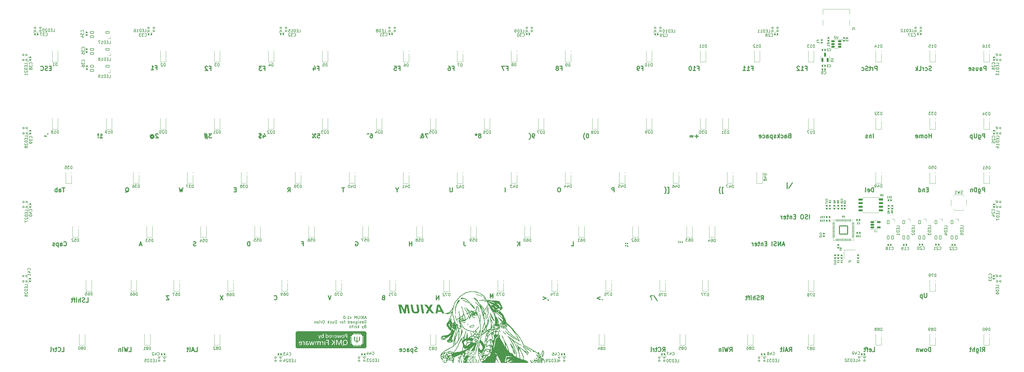
<source format=gbr>
%TF.GenerationSoftware,KiCad,Pcbnew,(6.0.5)*%
%TF.CreationDate,2022-07-03T10:27:10+08:00*%
%TF.ProjectId,orion-PCB,6f72696f-6e2d-4504-9342-2e6b69636164,rev?*%
%TF.SameCoordinates,Original*%
%TF.FileFunction,Legend,Bot*%
%TF.FilePolarity,Positive*%
%FSLAX46Y46*%
G04 Gerber Fmt 4.6, Leading zero omitted, Abs format (unit mm)*
G04 Created by KiCad (PCBNEW (6.0.5)) date 2022-07-03 10:27:10*
%MOMM*%
%LPD*%
G01*
G04 APERTURE LIST*
G04 Aperture macros list*
%AMRoundRect*
0 Rectangle with rounded corners*
0 $1 Rounding radius*
0 $2 $3 $4 $5 $6 $7 $8 $9 X,Y pos of 4 corners*
0 Add a 4 corners polygon primitive as box body*
4,1,4,$2,$3,$4,$5,$6,$7,$8,$9,$2,$3,0*
0 Add four circle primitives for the rounded corners*
1,1,$1+$1,$2,$3*
1,1,$1+$1,$4,$5*
1,1,$1+$1,$6,$7*
1,1,$1+$1,$8,$9*
0 Add four rect primitives between the rounded corners*
20,1,$1+$1,$2,$3,$4,$5,0*
20,1,$1+$1,$4,$5,$6,$7,0*
20,1,$1+$1,$6,$7,$8,$9,0*
20,1,$1+$1,$8,$9,$2,$3,0*%
%AMFreePoly0*
4,1,18,-0.410000,0.593000,-0.403758,0.624380,-0.385983,0.650983,-0.359380,0.668758,-0.328000,0.675000,0.328000,0.675000,0.359380,0.668758,0.385983,0.650983,0.403758,0.624380,0.410000,0.593000,0.410000,-0.593000,0.403758,-0.624380,0.385983,-0.650983,0.359380,-0.668758,0.328000,-0.675000,0.000000,-0.675000,-0.410000,-0.265000,-0.410000,0.593000,-0.410000,0.593000,$1*%
G04 Aperture macros list end*
%ADD10C,0.150000*%
%ADD11C,0.300000*%
%ADD12C,0.125000*%
%ADD13C,0.120000*%
%ADD14C,3.048000*%
%ADD15C,3.987800*%
%ADD16C,1.750000*%
%ADD17C,2.300000*%
%ADD18RoundRect,0.140000X0.170000X-0.140000X0.170000X0.140000X-0.170000X0.140000X-0.170000X-0.140000X0*%
%ADD19R,1.200000X0.900000*%
%ADD20RoundRect,0.105000X-0.245000X0.245000X-0.245000X-0.245000X0.245000X-0.245000X0.245000X0.245000X0*%
%ADD21RoundRect,0.135000X0.185000X-0.135000X0.185000X0.135000X-0.185000X0.135000X-0.185000X-0.135000X0*%
%ADD22RoundRect,0.140000X-0.140000X-0.170000X0.140000X-0.170000X0.140000X0.170000X-0.140000X0.170000X0*%
%ADD23RoundRect,0.105000X0.245000X-0.245000X0.245000X0.245000X-0.245000X0.245000X-0.245000X-0.245000X0*%
%ADD24RoundRect,0.050000X0.387500X0.050000X-0.387500X0.050000X-0.387500X-0.050000X0.387500X-0.050000X0*%
%ADD25RoundRect,0.050000X0.050000X0.387500X-0.050000X0.387500X-0.050000X-0.387500X0.050000X-0.387500X0*%
%ADD26RoundRect,0.144000X1.456000X1.456000X-1.456000X1.456000X-1.456000X-1.456000X1.456000X-1.456000X0*%
%ADD27RoundRect,0.135000X-0.185000X0.135000X-0.185000X-0.135000X0.185000X-0.135000X0.185000X0.135000X0*%
%ADD28RoundRect,0.105000X0.245000X0.245000X-0.245000X0.245000X-0.245000X-0.245000X0.245000X-0.245000X0*%
%ADD29RoundRect,0.140000X-0.170000X0.140000X-0.170000X-0.140000X0.170000X-0.140000X0.170000X0.140000X0*%
%ADD30RoundRect,0.082000X0.328000X0.593000X-0.328000X0.593000X-0.328000X-0.593000X0.328000X-0.593000X0*%
%ADD31FreePoly0,180.000000*%
%ADD32RoundRect,0.150000X0.650000X0.150000X-0.650000X0.150000X-0.650000X-0.150000X0.650000X-0.150000X0*%
%ADD33RoundRect,0.105000X-0.245000X-0.245000X0.245000X-0.245000X0.245000X0.245000X-0.245000X0.245000X0*%
%ADD34R,1.400000X1.200000*%
%ADD35RoundRect,0.140000X0.140000X0.170000X-0.140000X0.170000X-0.140000X-0.170000X0.140000X-0.170000X0*%
%ADD36RoundRect,0.150000X-0.512500X-0.150000X0.512500X-0.150000X0.512500X0.150000X-0.512500X0.150000X0*%
%ADD37R,1.800000X1.100000*%
%ADD38RoundRect,0.082000X0.593000X-0.328000X0.593000X0.328000X-0.593000X0.328000X-0.593000X-0.328000X0*%
%ADD39FreePoly0,90.000000*%
%ADD40RoundRect,0.147500X-0.172500X0.147500X-0.172500X-0.147500X0.172500X-0.147500X0.172500X0.147500X0*%
%ADD41RoundRect,0.150000X0.475000X0.150000X-0.475000X0.150000X-0.475000X-0.150000X0.475000X-0.150000X0*%
%ADD42RoundRect,0.150000X0.150000X-0.587500X0.150000X0.587500X-0.150000X0.587500X-0.150000X-0.587500X0*%
%ADD43C,0.650000*%
%ADD44R,0.600000X1.450000*%
%ADD45R,0.300000X1.450000*%
%ADD46O,1.000000X1.600000*%
%ADD47O,1.000000X2.100000*%
G04 APERTURE END LIST*
D10*
X102707023Y-148169166D02*
X102230833Y-148169166D01*
X102802261Y-148454880D02*
X102468928Y-147454880D01*
X102135595Y-148454880D01*
X101897500Y-147454880D02*
X101230833Y-148454880D01*
X101230833Y-147454880D02*
X101897500Y-148454880D01*
X100849880Y-148454880D02*
X100849880Y-147454880D01*
X100373690Y-147454880D02*
X100373690Y-148264404D01*
X100326071Y-148359642D01*
X100278452Y-148407261D01*
X100183214Y-148454880D01*
X99992738Y-148454880D01*
X99897500Y-148407261D01*
X99849880Y-148359642D01*
X99802261Y-148264404D01*
X99802261Y-147454880D01*
X99326071Y-148454880D02*
X99326071Y-147454880D01*
X98992738Y-148169166D01*
X98659404Y-147454880D01*
X98659404Y-148454880D01*
X97516547Y-147788214D02*
X97278452Y-148454880D01*
X97040357Y-147788214D01*
X96135595Y-148454880D02*
X96707023Y-148454880D01*
X96421309Y-148454880D02*
X96421309Y-147454880D01*
X96516547Y-147597738D01*
X96611785Y-147692976D01*
X96707023Y-147740595D01*
X95707023Y-148359642D02*
X95659404Y-148407261D01*
X95707023Y-148454880D01*
X95754642Y-148407261D01*
X95707023Y-148359642D01*
X95707023Y-148454880D01*
X95040357Y-147454880D02*
X94945119Y-147454880D01*
X94849880Y-147502500D01*
X94802261Y-147550119D01*
X94754642Y-147645357D01*
X94707023Y-147835833D01*
X94707023Y-148073928D01*
X94754642Y-148264404D01*
X94802261Y-148359642D01*
X94849880Y-148407261D01*
X94945119Y-148454880D01*
X95040357Y-148454880D01*
X95135595Y-148407261D01*
X95183214Y-148359642D01*
X95230833Y-148264404D01*
X95278452Y-148073928D01*
X95278452Y-147835833D01*
X95230833Y-147645357D01*
X95183214Y-147550119D01*
X95135595Y-147502500D01*
X95040357Y-147454880D01*
X102659404Y-150064880D02*
X102659404Y-149064880D01*
X102421309Y-149064880D01*
X102278452Y-149112500D01*
X102183214Y-149207738D01*
X102135595Y-149302976D01*
X102087976Y-149493452D01*
X102087976Y-149636309D01*
X102135595Y-149826785D01*
X102183214Y-149922023D01*
X102278452Y-150017261D01*
X102421309Y-150064880D01*
X102659404Y-150064880D01*
X101278452Y-150017261D02*
X101373690Y-150064880D01*
X101564166Y-150064880D01*
X101659404Y-150017261D01*
X101707023Y-149922023D01*
X101707023Y-149541071D01*
X101659404Y-149445833D01*
X101564166Y-149398214D01*
X101373690Y-149398214D01*
X101278452Y-149445833D01*
X101230833Y-149541071D01*
X101230833Y-149636309D01*
X101707023Y-149731547D01*
X100849880Y-150017261D02*
X100754642Y-150064880D01*
X100564166Y-150064880D01*
X100468928Y-150017261D01*
X100421309Y-149922023D01*
X100421309Y-149874404D01*
X100468928Y-149779166D01*
X100564166Y-149731547D01*
X100707023Y-149731547D01*
X100802261Y-149683928D01*
X100849880Y-149588690D01*
X100849880Y-149541071D01*
X100802261Y-149445833D01*
X100707023Y-149398214D01*
X100564166Y-149398214D01*
X100468928Y-149445833D01*
X99992738Y-150064880D02*
X99992738Y-149398214D01*
X99992738Y-149064880D02*
X100040357Y-149112500D01*
X99992738Y-149160119D01*
X99945119Y-149112500D01*
X99992738Y-149064880D01*
X99992738Y-149160119D01*
X99087976Y-149398214D02*
X99087976Y-150207738D01*
X99135595Y-150302976D01*
X99183214Y-150350595D01*
X99278452Y-150398214D01*
X99421309Y-150398214D01*
X99516547Y-150350595D01*
X99087976Y-150017261D02*
X99183214Y-150064880D01*
X99373690Y-150064880D01*
X99468928Y-150017261D01*
X99516547Y-149969642D01*
X99564166Y-149874404D01*
X99564166Y-149588690D01*
X99516547Y-149493452D01*
X99468928Y-149445833D01*
X99373690Y-149398214D01*
X99183214Y-149398214D01*
X99087976Y-149445833D01*
X98611785Y-149398214D02*
X98611785Y-150064880D01*
X98611785Y-149493452D02*
X98564166Y-149445833D01*
X98468928Y-149398214D01*
X98326071Y-149398214D01*
X98230833Y-149445833D01*
X98183214Y-149541071D01*
X98183214Y-150064880D01*
X97326071Y-150017261D02*
X97421309Y-150064880D01*
X97611785Y-150064880D01*
X97707023Y-150017261D01*
X97754642Y-149922023D01*
X97754642Y-149541071D01*
X97707023Y-149445833D01*
X97611785Y-149398214D01*
X97421309Y-149398214D01*
X97326071Y-149445833D01*
X97278452Y-149541071D01*
X97278452Y-149636309D01*
X97754642Y-149731547D01*
X96421309Y-150064880D02*
X96421309Y-149064880D01*
X96421309Y-150017261D02*
X96516547Y-150064880D01*
X96707023Y-150064880D01*
X96802261Y-150017261D01*
X96849880Y-149969642D01*
X96897500Y-149874404D01*
X96897500Y-149588690D01*
X96849880Y-149493452D01*
X96802261Y-149445833D01*
X96707023Y-149398214D01*
X96516547Y-149398214D01*
X96421309Y-149445833D01*
X95326071Y-149398214D02*
X94945119Y-149398214D01*
X95183214Y-150064880D02*
X95183214Y-149207738D01*
X95135595Y-149112500D01*
X95040357Y-149064880D01*
X94945119Y-149064880D01*
X94468928Y-150064880D02*
X94564166Y-150017261D01*
X94611785Y-149969642D01*
X94659404Y-149874404D01*
X94659404Y-149588690D01*
X94611785Y-149493452D01*
X94564166Y-149445833D01*
X94468928Y-149398214D01*
X94326071Y-149398214D01*
X94230833Y-149445833D01*
X94183214Y-149493452D01*
X94135595Y-149588690D01*
X94135595Y-149874404D01*
X94183214Y-149969642D01*
X94230833Y-150017261D01*
X94326071Y-150064880D01*
X94468928Y-150064880D01*
X93707023Y-150064880D02*
X93707023Y-149398214D01*
X93707023Y-149588690D02*
X93659404Y-149493452D01*
X93611785Y-149445833D01*
X93516547Y-149398214D01*
X93421309Y-149398214D01*
X92326071Y-150064880D02*
X92326071Y-149064880D01*
X92087976Y-149064880D01*
X91945119Y-149112500D01*
X91849880Y-149207738D01*
X91802261Y-149302976D01*
X91754642Y-149493452D01*
X91754642Y-149636309D01*
X91802261Y-149826785D01*
X91849880Y-149922023D01*
X91945119Y-150017261D01*
X92087976Y-150064880D01*
X92326071Y-150064880D01*
X90897500Y-149398214D02*
X90897500Y-150064880D01*
X91326071Y-149398214D02*
X91326071Y-149922023D01*
X91278452Y-150017261D01*
X91183214Y-150064880D01*
X91040357Y-150064880D01*
X90945119Y-150017261D01*
X90897500Y-149969642D01*
X89992738Y-150017261D02*
X90087976Y-150064880D01*
X90278452Y-150064880D01*
X90373690Y-150017261D01*
X90421309Y-149969642D01*
X90468928Y-149874404D01*
X90468928Y-149588690D01*
X90421309Y-149493452D01*
X90373690Y-149445833D01*
X90278452Y-149398214D01*
X90087976Y-149398214D01*
X89992738Y-149445833D01*
X89564166Y-150064880D02*
X89564166Y-149064880D01*
X89468928Y-149683928D02*
X89183214Y-150064880D01*
X89183214Y-149398214D02*
X89564166Y-149779166D01*
X87802261Y-149064880D02*
X87611785Y-149064880D01*
X87516547Y-149112500D01*
X87421309Y-149207738D01*
X87373690Y-149398214D01*
X87373690Y-149731547D01*
X87421309Y-149922023D01*
X87516547Y-150017261D01*
X87611785Y-150064880D01*
X87802261Y-150064880D01*
X87897500Y-150017261D01*
X87992738Y-149922023D01*
X88040357Y-149731547D01*
X88040357Y-149398214D01*
X87992738Y-149207738D01*
X87897500Y-149112500D01*
X87802261Y-149064880D01*
X86945119Y-150064880D02*
X86945119Y-149398214D01*
X86945119Y-149588690D02*
X86897500Y-149493452D01*
X86849880Y-149445833D01*
X86754642Y-149398214D01*
X86659404Y-149398214D01*
X86326071Y-150064880D02*
X86326071Y-149398214D01*
X86326071Y-149064880D02*
X86373690Y-149112500D01*
X86326071Y-149160119D01*
X86278452Y-149112500D01*
X86326071Y-149064880D01*
X86326071Y-149160119D01*
X85707023Y-150064880D02*
X85802261Y-150017261D01*
X85849880Y-149969642D01*
X85897500Y-149874404D01*
X85897500Y-149588690D01*
X85849880Y-149493452D01*
X85802261Y-149445833D01*
X85707023Y-149398214D01*
X85564166Y-149398214D01*
X85468928Y-149445833D01*
X85421309Y-149493452D01*
X85373690Y-149588690D01*
X85373690Y-149874404D01*
X85421309Y-149969642D01*
X85468928Y-150017261D01*
X85564166Y-150064880D01*
X85707023Y-150064880D01*
X84945119Y-149398214D02*
X84945119Y-150064880D01*
X84945119Y-149493452D02*
X84897500Y-149445833D01*
X84802261Y-149398214D01*
X84659404Y-149398214D01*
X84564166Y-149445833D01*
X84516547Y-149541071D01*
X84516547Y-150064880D01*
X102326071Y-151151071D02*
X102183214Y-151198690D01*
X102135595Y-151246309D01*
X102087976Y-151341547D01*
X102087976Y-151484404D01*
X102135595Y-151579642D01*
X102183214Y-151627261D01*
X102278452Y-151674880D01*
X102659404Y-151674880D01*
X102659404Y-150674880D01*
X102326071Y-150674880D01*
X102230833Y-150722500D01*
X102183214Y-150770119D01*
X102135595Y-150865357D01*
X102135595Y-150960595D01*
X102183214Y-151055833D01*
X102230833Y-151103452D01*
X102326071Y-151151071D01*
X102659404Y-151151071D01*
X101754642Y-151008214D02*
X101516547Y-151674880D01*
X101278452Y-151008214D02*
X101516547Y-151674880D01*
X101611785Y-151912976D01*
X101659404Y-151960595D01*
X101754642Y-152008214D01*
X100135595Y-151674880D02*
X100135595Y-150674880D01*
X100040357Y-151293928D02*
X99754642Y-151674880D01*
X99754642Y-151008214D02*
X100135595Y-151389166D01*
X99421309Y-151008214D02*
X98897500Y-151008214D01*
X99421309Y-151674880D01*
X98897500Y-151674880D01*
X98516547Y-151674880D02*
X98516547Y-151008214D01*
X98516547Y-151198690D02*
X98468928Y-151103452D01*
X98421309Y-151055833D01*
X98326071Y-151008214D01*
X98230833Y-151008214D01*
X98040357Y-151008214D02*
X97659404Y-151008214D01*
X97897500Y-150674880D02*
X97897500Y-151532023D01*
X97849880Y-151627261D01*
X97754642Y-151674880D01*
X97659404Y-151674880D01*
X97326071Y-151008214D02*
X97326071Y-151674880D01*
X97326071Y-151103452D02*
X97278452Y-151055833D01*
X97183214Y-151008214D01*
X97040357Y-151008214D01*
X96945119Y-151055833D01*
X96897500Y-151151071D01*
X96897500Y-151674880D01*
D11*
X133128571Y-102197321D02*
X133128571Y-103411607D01*
X133057142Y-103554464D01*
X132985714Y-103625892D01*
X132842857Y-103697321D01*
X132557142Y-103697321D01*
X132414285Y-103625892D01*
X132342857Y-103554464D01*
X132271428Y-103411607D01*
X132271428Y-102197321D01*
X241999107Y-141797321D02*
X242499107Y-141083035D01*
X242856250Y-141797321D02*
X242856250Y-140297321D01*
X242284821Y-140297321D01*
X242141964Y-140368750D01*
X242070535Y-140440178D01*
X241999107Y-140583035D01*
X241999107Y-140797321D01*
X242070535Y-140940178D01*
X242141964Y-141011607D01*
X242284821Y-141083035D01*
X242856250Y-141083035D01*
X241427678Y-141725892D02*
X241213392Y-141797321D01*
X240856250Y-141797321D01*
X240713392Y-141725892D01*
X240641964Y-141654464D01*
X240570535Y-141511607D01*
X240570535Y-141368750D01*
X240641964Y-141225892D01*
X240713392Y-141154464D01*
X240856250Y-141083035D01*
X241141964Y-141011607D01*
X241284821Y-140940178D01*
X241356250Y-140868750D01*
X241427678Y-140725892D01*
X241427678Y-140583035D01*
X241356250Y-140440178D01*
X241284821Y-140368750D01*
X241141964Y-140297321D01*
X240784821Y-140297321D01*
X240570535Y-140368750D01*
X239927678Y-141797321D02*
X239927678Y-140297321D01*
X239284821Y-141797321D02*
X239284821Y-141011607D01*
X239356250Y-140868750D01*
X239499107Y-140797321D01*
X239713392Y-140797321D01*
X239856250Y-140868750D01*
X239927678Y-140940178D01*
X238570535Y-141797321D02*
X238570535Y-140797321D01*
X238570535Y-140297321D02*
X238641964Y-140368750D01*
X238570535Y-140440178D01*
X238499107Y-140368750D01*
X238570535Y-140297321D01*
X238570535Y-140440178D01*
X238070535Y-140797321D02*
X237499107Y-140797321D01*
X237856250Y-141797321D02*
X237856250Y-140511607D01*
X237784821Y-140368750D01*
X237641964Y-140297321D01*
X237499107Y-140297321D01*
X237213392Y-140797321D02*
X236641964Y-140797321D01*
X236999107Y-140297321D02*
X236999107Y-141583035D01*
X236927678Y-141725892D01*
X236784821Y-141797321D01*
X236641964Y-141797321D01*
X23519642Y-122318750D02*
X22805357Y-122318750D01*
X23662500Y-122747321D02*
X23162500Y-121247321D01*
X22662500Y-122747321D01*
X190242857Y-103697321D02*
X190242857Y-102197321D01*
X189671428Y-102197321D01*
X189528571Y-102268750D01*
X189457142Y-102340178D01*
X189385714Y-102483035D01*
X189385714Y-102697321D01*
X189457142Y-102840178D01*
X189528571Y-102911607D01*
X189671428Y-102983035D01*
X190242857Y-102983035D01*
X128366071Y-141797321D02*
X128366071Y-140297321D01*
X127508928Y-141797321D01*
X127508928Y-140297321D01*
X-3912500Y-122604464D02*
X-3841071Y-122675892D01*
X-3626785Y-122747321D01*
X-3483928Y-122747321D01*
X-3269642Y-122675892D01*
X-3126785Y-122533035D01*
X-3055357Y-122390178D01*
X-2983928Y-122104464D01*
X-2983928Y-121890178D01*
X-3055357Y-121604464D01*
X-3126785Y-121461607D01*
X-3269642Y-121318750D01*
X-3483928Y-121247321D01*
X-3626785Y-121247321D01*
X-3841071Y-121318750D01*
X-3912500Y-121390178D01*
X-5198214Y-122747321D02*
X-5198214Y-121961607D01*
X-5126785Y-121818750D01*
X-4983928Y-121747321D01*
X-4698214Y-121747321D01*
X-4555357Y-121818750D01*
X-5198214Y-122675892D02*
X-5055357Y-122747321D01*
X-4698214Y-122747321D01*
X-4555357Y-122675892D01*
X-4483928Y-122533035D01*
X-4483928Y-122390178D01*
X-4555357Y-122247321D01*
X-4698214Y-122175892D01*
X-5055357Y-122175892D01*
X-5198214Y-122104464D01*
X-5912500Y-121747321D02*
X-5912500Y-123247321D01*
X-5912500Y-121818750D02*
X-6055357Y-121747321D01*
X-6341071Y-121747321D01*
X-6483928Y-121818750D01*
X-6555357Y-121890178D01*
X-6626785Y-122033035D01*
X-6626785Y-122461607D01*
X-6555357Y-122604464D01*
X-6483928Y-122675892D01*
X-6341071Y-122747321D01*
X-6055357Y-122747321D01*
X-5912500Y-122675892D01*
X-7198214Y-122675892D02*
X-7341071Y-122747321D01*
X-7626785Y-122747321D01*
X-7769642Y-122675892D01*
X-7841071Y-122533035D01*
X-7841071Y-122461607D01*
X-7769642Y-122318750D01*
X-7626785Y-122247321D01*
X-7412500Y-122247321D01*
X-7269642Y-122175892D01*
X-7198214Y-122033035D01*
X-7198214Y-121961607D01*
X-7269642Y-121818750D01*
X-7412500Y-121747321D01*
X-7626785Y-121747321D01*
X-7769642Y-121818750D01*
X42418750Y-160053571D02*
X43133035Y-160053571D01*
X43133035Y-158553571D01*
X41990178Y-159625000D02*
X41275892Y-159625000D01*
X42133035Y-160053571D02*
X41633035Y-158553571D01*
X41133035Y-160053571D01*
X40418750Y-160053571D02*
X40561607Y-159982142D01*
X40633035Y-159839285D01*
X40633035Y-158553571D01*
X40061607Y-159053571D02*
X39490178Y-159053571D01*
X39847321Y-158553571D02*
X39847321Y-159839285D01*
X39775892Y-159982142D01*
X39633035Y-160053571D01*
X39490178Y-160053571D01*
X85575000Y-60049107D02*
X86075000Y-60049107D01*
X86075000Y-60834821D02*
X86075000Y-59334821D01*
X85360714Y-59334821D01*
X84146428Y-59834821D02*
X84146428Y-60834821D01*
X84503571Y-59263392D02*
X84860714Y-60334821D01*
X83932142Y-60334821D01*
X252071428Y-83861607D02*
X251857142Y-83933035D01*
X251785714Y-84004464D01*
X251714285Y-84147321D01*
X251714285Y-84361607D01*
X251785714Y-84504464D01*
X251857142Y-84575892D01*
X252000000Y-84647321D01*
X252571428Y-84647321D01*
X252571428Y-83147321D01*
X252071428Y-83147321D01*
X251928571Y-83218750D01*
X251857142Y-83290178D01*
X251785714Y-83433035D01*
X251785714Y-83575892D01*
X251857142Y-83718750D01*
X251928571Y-83790178D01*
X252071428Y-83861607D01*
X252571428Y-83861607D01*
X250428571Y-84647321D02*
X250428571Y-83861607D01*
X250500000Y-83718750D01*
X250642857Y-83647321D01*
X250928571Y-83647321D01*
X251071428Y-83718750D01*
X250428571Y-84575892D02*
X250571428Y-84647321D01*
X250928571Y-84647321D01*
X251071428Y-84575892D01*
X251142857Y-84433035D01*
X251142857Y-84290178D01*
X251071428Y-84147321D01*
X250928571Y-84075892D01*
X250571428Y-84075892D01*
X250428571Y-84004464D01*
X249071428Y-84575892D02*
X249214285Y-84647321D01*
X249500000Y-84647321D01*
X249642857Y-84575892D01*
X249714285Y-84504464D01*
X249785714Y-84361607D01*
X249785714Y-83933035D01*
X249714285Y-83790178D01*
X249642857Y-83718750D01*
X249500000Y-83647321D01*
X249214285Y-83647321D01*
X249071428Y-83718750D01*
X248428571Y-84647321D02*
X248428571Y-83147321D01*
X248285714Y-84075892D02*
X247857142Y-84647321D01*
X247857142Y-83647321D02*
X248428571Y-84218750D01*
X247285714Y-84575892D02*
X247142857Y-84647321D01*
X246857142Y-84647321D01*
X246714285Y-84575892D01*
X246642857Y-84433035D01*
X246642857Y-84361607D01*
X246714285Y-84218750D01*
X246857142Y-84147321D01*
X247071428Y-84147321D01*
X247214285Y-84075892D01*
X247285714Y-83933035D01*
X247285714Y-83861607D01*
X247214285Y-83718750D01*
X247071428Y-83647321D01*
X246857142Y-83647321D01*
X246714285Y-83718750D01*
X246000000Y-83647321D02*
X246000000Y-85147321D01*
X246000000Y-83718750D02*
X245857142Y-83647321D01*
X245571428Y-83647321D01*
X245428571Y-83718750D01*
X245357142Y-83790178D01*
X245285714Y-83933035D01*
X245285714Y-84361607D01*
X245357142Y-84504464D01*
X245428571Y-84575892D01*
X245571428Y-84647321D01*
X245857142Y-84647321D01*
X246000000Y-84575892D01*
X244000000Y-84647321D02*
X244000000Y-83861607D01*
X244071428Y-83718750D01*
X244214285Y-83647321D01*
X244500000Y-83647321D01*
X244642857Y-83718750D01*
X244000000Y-84575892D02*
X244142857Y-84647321D01*
X244500000Y-84647321D01*
X244642857Y-84575892D01*
X244714285Y-84433035D01*
X244714285Y-84290178D01*
X244642857Y-84147321D01*
X244500000Y-84075892D01*
X244142857Y-84075892D01*
X244000000Y-84004464D01*
X242642857Y-84575892D02*
X242785714Y-84647321D01*
X243071428Y-84647321D01*
X243214285Y-84575892D01*
X243285714Y-84504464D01*
X243357142Y-84361607D01*
X243357142Y-83933035D01*
X243285714Y-83790178D01*
X243214285Y-83718750D01*
X243071428Y-83647321D01*
X242785714Y-83647321D01*
X242642857Y-83718750D01*
X241428571Y-84575892D02*
X241571428Y-84647321D01*
X241857142Y-84647321D01*
X242000000Y-84575892D01*
X242071428Y-84433035D01*
X242071428Y-83861607D01*
X242000000Y-83718750D01*
X241857142Y-83647321D01*
X241571428Y-83647321D01*
X241428571Y-83718750D01*
X241357142Y-83861607D01*
X241357142Y-84004464D01*
X242071428Y-84147321D01*
X320937500Y-103697321D02*
X320937500Y-102197321D01*
X320366071Y-102197321D01*
X320223214Y-102268750D01*
X320151785Y-102340178D01*
X320080357Y-102483035D01*
X320080357Y-102697321D01*
X320151785Y-102840178D01*
X320223214Y-102911607D01*
X320366071Y-102983035D01*
X320937500Y-102983035D01*
X318794642Y-102697321D02*
X318794642Y-103911607D01*
X318866071Y-104054464D01*
X318937500Y-104125892D01*
X319080357Y-104197321D01*
X319294642Y-104197321D01*
X319437500Y-104125892D01*
X318794642Y-103625892D02*
X318937500Y-103697321D01*
X319223214Y-103697321D01*
X319366071Y-103625892D01*
X319437500Y-103554464D01*
X319508928Y-103411607D01*
X319508928Y-102983035D01*
X319437500Y-102840178D01*
X319366071Y-102768750D01*
X319223214Y-102697321D01*
X318937500Y-102697321D01*
X318794642Y-102768750D01*
X318080357Y-103697321D02*
X318080357Y-102197321D01*
X317723214Y-102197321D01*
X317508928Y-102268750D01*
X317366071Y-102411607D01*
X317294642Y-102554464D01*
X317223214Y-102840178D01*
X317223214Y-103054464D01*
X317294642Y-103340178D01*
X317366071Y-103483035D01*
X317508928Y-103625892D01*
X317723214Y-103697321D01*
X318080357Y-103697321D01*
X316580357Y-102697321D02*
X316580357Y-103697321D01*
X316580357Y-102840178D02*
X316508928Y-102768750D01*
X316366071Y-102697321D01*
X316151785Y-102697321D01*
X316008928Y-102768750D01*
X315937500Y-102911607D01*
X315937500Y-103697321D01*
X170942857Y-102197321D02*
X170657142Y-102197321D01*
X170514285Y-102268750D01*
X170371428Y-102411607D01*
X170300000Y-102697321D01*
X170300000Y-103197321D01*
X170371428Y-103483035D01*
X170514285Y-103625892D01*
X170657142Y-103697321D01*
X170942857Y-103697321D01*
X171085714Y-103625892D01*
X171228571Y-103483035D01*
X171300000Y-103197321D01*
X171300000Y-102697321D01*
X171228571Y-102411607D01*
X171085714Y-102268750D01*
X170942857Y-102197321D01*
X228735714Y-104197321D02*
X228378571Y-104197321D01*
X228378571Y-102054464D01*
X228735714Y-102054464D01*
X227735714Y-104268750D02*
X227664285Y-104268750D01*
X227521428Y-104197321D01*
X227450000Y-104054464D01*
X227450000Y-103340178D01*
X227378571Y-103197321D01*
X227235714Y-103125892D01*
X227378571Y-103054464D01*
X227450000Y-102911607D01*
X227450000Y-102197321D01*
X227521428Y-102054464D01*
X227664285Y-101983035D01*
X227735714Y-101983035D01*
X33187500Y-140297321D02*
X32187500Y-140297321D01*
X33187500Y-141797321D01*
X32187500Y-141797321D01*
X124603571Y-83147321D02*
X123603571Y-83147321D01*
X124246428Y-84647321D01*
X121817857Y-84647321D02*
X121889285Y-84647321D01*
X122032142Y-84575892D01*
X122246428Y-84361607D01*
X122603571Y-83933035D01*
X122746428Y-83718750D01*
X122817857Y-83504464D01*
X122817857Y-83361607D01*
X122746428Y-83218750D01*
X122603571Y-83147321D01*
X122532142Y-83147321D01*
X122389285Y-83218750D01*
X122317857Y-83361607D01*
X122317857Y-83433035D01*
X122389285Y-83575892D01*
X122460714Y-83647321D01*
X122889285Y-83933035D01*
X122960714Y-84004464D01*
X123032142Y-84147321D01*
X123032142Y-84361607D01*
X122960714Y-84504464D01*
X122889285Y-84575892D01*
X122746428Y-84647321D01*
X122532142Y-84647321D01*
X122389285Y-84575892D01*
X122317857Y-84504464D01*
X122103571Y-84218750D01*
X122032142Y-84004464D01*
X122032142Y-83861607D01*
X250297321Y-122318750D02*
X249583035Y-122318750D01*
X250440178Y-122747321D02*
X249940178Y-121247321D01*
X249440178Y-122747321D01*
X248940178Y-122747321D02*
X248940178Y-121247321D01*
X248083035Y-122747321D01*
X248083035Y-121247321D01*
X247440178Y-122675892D02*
X247225892Y-122747321D01*
X246868750Y-122747321D01*
X246725892Y-122675892D01*
X246654464Y-122604464D01*
X246583035Y-122461607D01*
X246583035Y-122318750D01*
X246654464Y-122175892D01*
X246725892Y-122104464D01*
X246868750Y-122033035D01*
X247154464Y-121961607D01*
X247297321Y-121890178D01*
X247368750Y-121818750D01*
X247440178Y-121675892D01*
X247440178Y-121533035D01*
X247368750Y-121390178D01*
X247297321Y-121318750D01*
X247154464Y-121247321D01*
X246797321Y-121247321D01*
X246583035Y-121318750D01*
X245940178Y-122747321D02*
X245940178Y-121247321D01*
X244083035Y-121961607D02*
X243583035Y-121961607D01*
X243368750Y-122747321D02*
X244083035Y-122747321D01*
X244083035Y-121247321D01*
X243368750Y-121247321D01*
X242725892Y-121747321D02*
X242725892Y-122747321D01*
X242725892Y-121890178D02*
X242654464Y-121818750D01*
X242511607Y-121747321D01*
X242297321Y-121747321D01*
X242154464Y-121818750D01*
X242083035Y-121961607D01*
X242083035Y-122747321D01*
X241583035Y-121747321D02*
X241011607Y-121747321D01*
X241368750Y-121247321D02*
X241368750Y-122533035D01*
X241297321Y-122675892D01*
X241154464Y-122747321D01*
X241011607Y-122747321D01*
X239940178Y-122675892D02*
X240083035Y-122747321D01*
X240368750Y-122747321D01*
X240511607Y-122675892D01*
X240583035Y-122533035D01*
X240583035Y-121961607D01*
X240511607Y-121818750D01*
X240368750Y-121747321D01*
X240083035Y-121747321D01*
X239940178Y-121818750D01*
X239868750Y-121961607D01*
X239868750Y-122104464D01*
X240583035Y-122247321D01*
X239225892Y-122747321D02*
X239225892Y-121747321D01*
X239225892Y-122033035D02*
X239154464Y-121890178D01*
X239083035Y-121818750D01*
X238940178Y-121747321D01*
X238797321Y-121747321D01*
X61655357Y-122747321D02*
X61655357Y-121247321D01*
X61298214Y-121247321D01*
X61083928Y-121318750D01*
X60941071Y-121461607D01*
X60869642Y-121604464D01*
X60798214Y-121890178D01*
X60798214Y-122104464D01*
X60869642Y-122390178D01*
X60941071Y-122533035D01*
X61083928Y-122675892D01*
X61298214Y-122747321D01*
X61655357Y-122747321D01*
X28425000Y-59833193D02*
X28925000Y-59833193D01*
X28925000Y-60618907D02*
X28925000Y-59118907D01*
X28210714Y-59118907D01*
X26853571Y-60618907D02*
X27710714Y-60618907D01*
X27282142Y-60618907D02*
X27282142Y-59118907D01*
X27425000Y-59333193D01*
X27567857Y-59476050D01*
X27710714Y-59547478D01*
X52237500Y-140297321D02*
X51237500Y-141797321D01*
X51237500Y-140297321D02*
X52237500Y-141797321D01*
X90337500Y-140297321D02*
X89837500Y-141797321D01*
X89337500Y-140297321D01*
X199875000Y-60049107D02*
X200375000Y-60049107D01*
X200375000Y-60834821D02*
X200375000Y-59334821D01*
X199660714Y-59334821D01*
X199017857Y-60834821D02*
X198732142Y-60834821D01*
X198589285Y-60763392D01*
X198517857Y-60691964D01*
X198375000Y-60477678D01*
X198303571Y-60191964D01*
X198303571Y-59620535D01*
X198375000Y-59477678D01*
X198446428Y-59406250D01*
X198589285Y-59334821D01*
X198875000Y-59334821D01*
X199017857Y-59406250D01*
X199089285Y-59477678D01*
X199160714Y-59620535D01*
X199160714Y-59977678D01*
X199089285Y-60120535D01*
X199017857Y-60191964D01*
X198875000Y-60263392D01*
X198589285Y-60263392D01*
X198446428Y-60191964D01*
X198375000Y-60120535D01*
X198303571Y-59977678D01*
X70323214Y-141654464D02*
X70394642Y-141725892D01*
X70608928Y-141797321D01*
X70751785Y-141797321D01*
X70966071Y-141725892D01*
X71108928Y-141583035D01*
X71180357Y-141440178D01*
X71251785Y-141154464D01*
X71251785Y-140940178D01*
X71180357Y-140654464D01*
X71108928Y-140511607D01*
X70966071Y-140368750D01*
X70751785Y-140297321D01*
X70608928Y-140297321D01*
X70394642Y-140368750D01*
X70323214Y-140440178D01*
X3874107Y-142591071D02*
X4588392Y-142591071D01*
X4588392Y-141091071D01*
X3445535Y-142519642D02*
X3231249Y-142591071D01*
X2874107Y-142591071D01*
X2731249Y-142519642D01*
X2659821Y-142448214D01*
X2588392Y-142305357D01*
X2588392Y-142162500D01*
X2659821Y-142019642D01*
X2731249Y-141948214D01*
X2874107Y-141876785D01*
X3159821Y-141805357D01*
X3302678Y-141733928D01*
X3374107Y-141662500D01*
X3445535Y-141519642D01*
X3445535Y-141376785D01*
X3374107Y-141233928D01*
X3302678Y-141162500D01*
X3159821Y-141091071D01*
X2802678Y-141091071D01*
X2588392Y-141162500D01*
X1945535Y-142591071D02*
X1945535Y-141091071D01*
X1302678Y-142591071D02*
X1302678Y-141805357D01*
X1374107Y-141662500D01*
X1516964Y-141591071D01*
X1731250Y-141591071D01*
X1874107Y-141662500D01*
X1945535Y-141733928D01*
X588392Y-142591071D02*
X588392Y-141591071D01*
X588392Y-141091071D02*
X659821Y-141162500D01*
X588392Y-141233928D01*
X516964Y-141162500D01*
X588392Y-141091071D01*
X588392Y-141233928D01*
X88392Y-141591071D02*
X-483035Y-141591071D01*
X-125892Y-142591071D02*
X-125892Y-141305357D01*
X-197321Y-141162500D01*
X-340178Y-141091071D01*
X-483035Y-141091071D01*
X-768750Y-141591071D02*
X-1340178Y-141591071D01*
X-983035Y-141091071D02*
X-983035Y-142376785D01*
X-1054464Y-142519642D01*
X-1197321Y-142591071D01*
X-1340178Y-142591071D01*
X171300000Y-60049107D02*
X171800000Y-60049107D01*
X171800000Y-60834821D02*
X171800000Y-59334821D01*
X171085714Y-59334821D01*
X170300000Y-59977678D02*
X170442857Y-59906250D01*
X170514285Y-59834821D01*
X170585714Y-59691964D01*
X170585714Y-59620535D01*
X170514285Y-59477678D01*
X170442857Y-59406250D01*
X170300000Y-59334821D01*
X170014285Y-59334821D01*
X169871428Y-59406250D01*
X169800000Y-59477678D01*
X169728571Y-59620535D01*
X169728571Y-59691964D01*
X169800000Y-59834821D01*
X169871428Y-59906250D01*
X170014285Y-59977678D01*
X170300000Y-59977678D01*
X170442857Y-60049107D01*
X170514285Y-60120535D01*
X170585714Y-60263392D01*
X170585714Y-60549107D01*
X170514285Y-60691964D01*
X170442857Y-60763392D01*
X170300000Y-60834821D01*
X170014285Y-60834821D01*
X169871428Y-60763392D01*
X169800000Y-60691964D01*
X169728571Y-60549107D01*
X169728571Y-60263392D01*
X169800000Y-60120535D01*
X169871428Y-60049107D01*
X170014285Y-59977678D01*
X42641071Y-122675892D02*
X42426785Y-122747321D01*
X42069642Y-122747321D01*
X41926785Y-122675892D01*
X41855357Y-122604464D01*
X41783928Y-122461607D01*
X41783928Y-122318750D01*
X41855357Y-122175892D01*
X41926785Y-122104464D01*
X42069642Y-122033035D01*
X42355357Y-121961607D01*
X42498214Y-121890178D01*
X42569642Y-121818750D01*
X42641071Y-121675892D01*
X42641071Y-121533035D01*
X42569642Y-121390178D01*
X42498214Y-121318750D01*
X42355357Y-121247321D01*
X41998214Y-121247321D01*
X41783928Y-121318750D01*
X66525000Y-60049107D02*
X67025000Y-60049107D01*
X67025000Y-60834821D02*
X67025000Y-59334821D01*
X66310714Y-59334821D01*
X65882142Y-59334821D02*
X64953571Y-59334821D01*
X65453571Y-59906250D01*
X65239285Y-59906250D01*
X65096428Y-59977678D01*
X65025000Y-60049107D01*
X64953571Y-60191964D01*
X64953571Y-60549107D01*
X65025000Y-60691964D01*
X65096428Y-60763392D01*
X65239285Y-60834821D01*
X65667857Y-60834821D01*
X65810714Y-60763392D01*
X65882142Y-60691964D01*
X114150000Y-60049107D02*
X114650000Y-60049107D01*
X114650000Y-60834821D02*
X114650000Y-59334821D01*
X113935714Y-59334821D01*
X112650000Y-59334821D02*
X113364285Y-59334821D01*
X113435714Y-60049107D01*
X113364285Y-59977678D01*
X113221428Y-59906250D01*
X112864285Y-59906250D01*
X112721428Y-59977678D01*
X112650000Y-60049107D01*
X112578571Y-60191964D01*
X112578571Y-60549107D01*
X112650000Y-60691964D01*
X112721428Y-60763392D01*
X112864285Y-60834821D01*
X113221428Y-60834821D01*
X113364285Y-60763392D01*
X113435714Y-60691964D01*
X186016071Y-141654464D02*
X185944642Y-141725892D01*
X186016071Y-141797321D01*
X186087500Y-141725892D01*
X186016071Y-141654464D01*
X186016071Y-141797321D01*
X185301785Y-140797321D02*
X184158928Y-141225892D01*
X185301785Y-141654464D01*
X17828571Y-103840178D02*
X17971428Y-103768750D01*
X18114285Y-103625892D01*
X18328571Y-103411607D01*
X18471428Y-103340178D01*
X18614285Y-103340178D01*
X18542857Y-103697321D02*
X18685714Y-103625892D01*
X18828571Y-103483035D01*
X18900000Y-103197321D01*
X18900000Y-102697321D01*
X18828571Y-102411607D01*
X18685714Y-102268750D01*
X18542857Y-102197321D01*
X18257142Y-102197321D01*
X18114285Y-102268750D01*
X17971428Y-102411607D01*
X17900000Y-102697321D01*
X17900000Y-103197321D01*
X17971428Y-103483035D01*
X18114285Y-103625892D01*
X18257142Y-103697321D01*
X18542857Y-103697321D01*
X302137500Y-84647321D02*
X302137500Y-83147321D01*
X302137500Y-83861607D02*
X301280357Y-83861607D01*
X301280357Y-84647321D02*
X301280357Y-83147321D01*
X300351785Y-84647321D02*
X300494642Y-84575892D01*
X300566071Y-84504464D01*
X300637500Y-84361607D01*
X300637500Y-83933035D01*
X300566071Y-83790178D01*
X300494642Y-83718750D01*
X300351785Y-83647321D01*
X300137500Y-83647321D01*
X299994642Y-83718750D01*
X299923214Y-83790178D01*
X299851785Y-83933035D01*
X299851785Y-84361607D01*
X299923214Y-84504464D01*
X299994642Y-84575892D01*
X300137500Y-84647321D01*
X300351785Y-84647321D01*
X299208928Y-84647321D02*
X299208928Y-83647321D01*
X299208928Y-83790178D02*
X299137500Y-83718750D01*
X298994642Y-83647321D01*
X298780357Y-83647321D01*
X298637500Y-83718750D01*
X298566071Y-83861607D01*
X298566071Y-84647321D01*
X298566071Y-83861607D02*
X298494642Y-83718750D01*
X298351785Y-83647321D01*
X298137500Y-83647321D01*
X297994642Y-83718750D01*
X297923214Y-83861607D01*
X297923214Y-84647321D01*
X296637500Y-84575892D02*
X296780357Y-84647321D01*
X297066071Y-84647321D01*
X297208928Y-84575892D01*
X297280357Y-84433035D01*
X297280357Y-83861607D01*
X297208928Y-83718750D01*
X297066071Y-83647321D01*
X296780357Y-83647321D01*
X296637500Y-83718750D01*
X296566071Y-83861607D01*
X296566071Y-84004464D01*
X297280357Y-84147321D01*
X118841071Y-122747321D02*
X118841071Y-121247321D01*
X118841071Y-121961607D02*
X117983928Y-121961607D01*
X117983928Y-122747321D02*
X117983928Y-121247321D01*
X152250000Y-60049107D02*
X152750000Y-60049107D01*
X152750000Y-60834821D02*
X152750000Y-59334821D01*
X152035714Y-59334821D01*
X151607142Y-59334821D02*
X150607142Y-59334821D01*
X151250000Y-60834821D01*
X321437500Y-60834821D02*
X321437500Y-59334821D01*
X320866071Y-59334821D01*
X320723214Y-59406250D01*
X320651785Y-59477678D01*
X320580357Y-59620535D01*
X320580357Y-59834821D01*
X320651785Y-59977678D01*
X320723214Y-60049107D01*
X320866071Y-60120535D01*
X321437500Y-60120535D01*
X319294642Y-60834821D02*
X319294642Y-60049107D01*
X319366071Y-59906250D01*
X319508928Y-59834821D01*
X319794642Y-59834821D01*
X319937500Y-59906250D01*
X319294642Y-60763392D02*
X319437500Y-60834821D01*
X319794642Y-60834821D01*
X319937500Y-60763392D01*
X320008928Y-60620535D01*
X320008928Y-60477678D01*
X319937500Y-60334821D01*
X319794642Y-60263392D01*
X319437500Y-60263392D01*
X319294642Y-60191964D01*
X317937500Y-59834821D02*
X317937500Y-60834821D01*
X318580357Y-59834821D02*
X318580357Y-60620535D01*
X318508928Y-60763392D01*
X318366071Y-60834821D01*
X318151785Y-60834821D01*
X318008928Y-60763392D01*
X317937500Y-60691964D01*
X317294642Y-60763392D02*
X317151785Y-60834821D01*
X316866071Y-60834821D01*
X316723214Y-60763392D01*
X316651785Y-60620535D01*
X316651785Y-60549107D01*
X316723214Y-60406250D01*
X316866071Y-60334821D01*
X317080357Y-60334821D01*
X317223214Y-60263392D01*
X317294642Y-60120535D01*
X317294642Y-60049107D01*
X317223214Y-59906250D01*
X317080357Y-59834821D01*
X316866071Y-59834821D01*
X316723214Y-59906250D01*
X315437500Y-60763392D02*
X315580357Y-60834821D01*
X315866071Y-60834821D01*
X316008928Y-60763392D01*
X316080357Y-60620535D01*
X316080357Y-60049107D01*
X316008928Y-59906250D01*
X315866071Y-59834821D01*
X315580357Y-59834821D01*
X315437500Y-59906250D01*
X315366071Y-60049107D01*
X315366071Y-60191964D01*
X316080357Y-60334821D01*
X113650000Y-102983035D02*
X113650000Y-103697321D01*
X114150000Y-102197321D02*
X113650000Y-102983035D01*
X113150000Y-102197321D01*
X147485000Y-141201071D02*
X147485000Y-139701071D01*
X146985000Y-140772500D01*
X146485000Y-139701071D01*
X146485000Y-141201071D01*
X219639285Y-60049107D02*
X220139285Y-60049107D01*
X220139285Y-60834821D02*
X220139285Y-59334821D01*
X219425000Y-59334821D01*
X218067857Y-60834821D02*
X218925000Y-60834821D01*
X218496428Y-60834821D02*
X218496428Y-59334821D01*
X218639285Y-59549107D01*
X218782142Y-59691964D01*
X218925000Y-59763392D01*
X217139285Y-59334821D02*
X216996428Y-59334821D01*
X216853571Y-59406250D01*
X216782142Y-59477678D01*
X216710714Y-59620535D01*
X216639285Y-59906250D01*
X216639285Y-60263392D01*
X216710714Y-60549107D01*
X216782142Y-60691964D01*
X216853571Y-60763392D01*
X216996428Y-60834821D01*
X217139285Y-60834821D01*
X217282142Y-60763392D01*
X217353571Y-60691964D01*
X217425000Y-60549107D01*
X217496428Y-60263392D01*
X217496428Y-59906250D01*
X217425000Y-59620535D01*
X217353571Y-59477678D01*
X217282142Y-59406250D01*
X217139285Y-59334821D01*
X302137500Y-60763392D02*
X301923214Y-60834821D01*
X301566071Y-60834821D01*
X301423214Y-60763392D01*
X301351785Y-60691964D01*
X301280357Y-60549107D01*
X301280357Y-60406250D01*
X301351785Y-60263392D01*
X301423214Y-60191964D01*
X301566071Y-60120535D01*
X301851785Y-60049107D01*
X301994642Y-59977678D01*
X302066071Y-59906250D01*
X302137500Y-59763392D01*
X302137500Y-59620535D01*
X302066071Y-59477678D01*
X301994642Y-59406250D01*
X301851785Y-59334821D01*
X301494642Y-59334821D01*
X301280357Y-59406250D01*
X299994642Y-60763392D02*
X300137500Y-60834821D01*
X300423214Y-60834821D01*
X300566071Y-60763392D01*
X300637500Y-60691964D01*
X300708928Y-60549107D01*
X300708928Y-60120535D01*
X300637500Y-59977678D01*
X300566071Y-59906250D01*
X300423214Y-59834821D01*
X300137500Y-59834821D01*
X299994642Y-59906250D01*
X299351785Y-60834821D02*
X299351785Y-59834821D01*
X299351785Y-60120535D02*
X299280357Y-59977678D01*
X299208928Y-59906250D01*
X299066071Y-59834821D01*
X298923214Y-59834821D01*
X297708928Y-60834821D02*
X298423214Y-60834821D01*
X298423214Y-59334821D01*
X297208928Y-60834821D02*
X297208928Y-59334821D01*
X297066071Y-60263392D02*
X296637500Y-60834821D01*
X296637500Y-59834821D02*
X297208928Y-60406250D01*
X-9496428Y-83075892D02*
X-9710714Y-83290178D01*
X-10067857Y-84075892D02*
X-10139285Y-84004464D01*
X-10282142Y-83933035D01*
X-10567857Y-84075892D01*
X-10710714Y-84004464D01*
X-10782142Y-83933035D01*
X282980357Y-60834821D02*
X282980357Y-59334821D01*
X282408928Y-59334821D01*
X282266071Y-59406250D01*
X282194642Y-59477678D01*
X282123214Y-59620535D01*
X282123214Y-59834821D01*
X282194642Y-59977678D01*
X282266071Y-60049107D01*
X282408928Y-60120535D01*
X282980357Y-60120535D01*
X281480357Y-60834821D02*
X281480357Y-59834821D01*
X281480357Y-60120535D02*
X281408928Y-59977678D01*
X281337500Y-59906250D01*
X281194642Y-59834821D01*
X281051785Y-59834821D01*
X280766071Y-59834821D02*
X280194642Y-59834821D01*
X280551785Y-59334821D02*
X280551785Y-60620535D01*
X280480357Y-60763392D01*
X280337500Y-60834821D01*
X280194642Y-60834821D01*
X279766071Y-60763392D02*
X279551785Y-60834821D01*
X279194642Y-60834821D01*
X279051785Y-60763392D01*
X278980357Y-60691964D01*
X278908928Y-60549107D01*
X278908928Y-60406250D01*
X278980357Y-60263392D01*
X279051785Y-60191964D01*
X279194642Y-60120535D01*
X279480357Y-60049107D01*
X279623214Y-59977678D01*
X279694642Y-59906250D01*
X279766071Y-59763392D01*
X279766071Y-59620535D01*
X279694642Y-59477678D01*
X279623214Y-59406250D01*
X279480357Y-59334821D01*
X279123214Y-59334821D01*
X278908928Y-59406250D01*
X277623214Y-60763392D02*
X277766071Y-60834821D01*
X278051785Y-60834821D01*
X278194642Y-60763392D01*
X278266071Y-60691964D01*
X278337500Y-60549107D01*
X278337500Y-60120535D01*
X278266071Y-59977678D01*
X278194642Y-59906250D01*
X278051785Y-59834821D01*
X277766071Y-59834821D01*
X277623214Y-59906250D01*
X156905357Y-122747321D02*
X156905357Y-121247321D01*
X156048214Y-122747321D02*
X156691071Y-121890178D01*
X156048214Y-121247321D02*
X156905357Y-122104464D01*
X19034821Y-160053571D02*
X19749107Y-160053571D01*
X19749107Y-158553571D01*
X18677678Y-158553571D02*
X18320535Y-160053571D01*
X18034821Y-158982142D01*
X17749107Y-160053571D01*
X17391964Y-158553571D01*
X16820535Y-160053571D02*
X16820535Y-159053571D01*
X16820535Y-158553571D02*
X16891964Y-158625000D01*
X16820535Y-158696428D01*
X16749107Y-158625000D01*
X16820535Y-158553571D01*
X16820535Y-158696428D01*
X16106250Y-159053571D02*
X16106250Y-160053571D01*
X16106250Y-159196428D02*
X16034821Y-159125000D01*
X15891964Y-159053571D01*
X15677678Y-159053571D01*
X15534821Y-159125000D01*
X15463392Y-159267857D01*
X15463392Y-160053571D01*
X281623214Y-84647321D02*
X281623214Y-83147321D01*
X280908928Y-83647321D02*
X280908928Y-84647321D01*
X280908928Y-83790178D02*
X280837500Y-83718750D01*
X280694642Y-83647321D01*
X280480357Y-83647321D01*
X280337500Y-83718750D01*
X280266071Y-83861607D01*
X280266071Y-84647321D01*
X279623214Y-84575892D02*
X279480357Y-84647321D01*
X279194642Y-84647321D01*
X279051785Y-84575892D01*
X278980357Y-84433035D01*
X278980357Y-84361607D01*
X279051785Y-84218750D01*
X279194642Y-84147321D01*
X279408928Y-84147321D01*
X279551785Y-84075892D01*
X279623214Y-83933035D01*
X279623214Y-83861607D01*
X279551785Y-83718750D01*
X279408928Y-83647321D01*
X279194642Y-83647321D01*
X279051785Y-83718750D01*
X75085714Y-103697321D02*
X75585714Y-102983035D01*
X75942857Y-103697321D02*
X75942857Y-102197321D01*
X75371428Y-102197321D01*
X75228571Y-102268750D01*
X75157142Y-102340178D01*
X75085714Y-102483035D01*
X75085714Y-102697321D01*
X75157142Y-102840178D01*
X75228571Y-102911607D01*
X75371428Y-102983035D01*
X75942857Y-102983035D01*
X98969642Y-121318750D02*
X99112500Y-121247321D01*
X99326785Y-121247321D01*
X99541071Y-121318750D01*
X99683928Y-121461607D01*
X99755357Y-121604464D01*
X99826785Y-121890178D01*
X99826785Y-122104464D01*
X99755357Y-122390178D01*
X99683928Y-122533035D01*
X99541071Y-122675892D01*
X99326785Y-122747321D01*
X99183928Y-122747321D01*
X98969642Y-122675892D01*
X98898214Y-122604464D01*
X98898214Y-122104464D01*
X99183928Y-122104464D01*
X-8389285Y-60049107D02*
X-8889285Y-60049107D01*
X-9103571Y-60834821D02*
X-8389285Y-60834821D01*
X-8389285Y-59334821D01*
X-9103571Y-59334821D01*
X-9675000Y-60763392D02*
X-9889285Y-60834821D01*
X-10246428Y-60834821D01*
X-10389285Y-60763392D01*
X-10460714Y-60691964D01*
X-10532142Y-60549107D01*
X-10532142Y-60406250D01*
X-10460714Y-60263392D01*
X-10389285Y-60191964D01*
X-10246428Y-60120535D01*
X-9960714Y-60049107D01*
X-9817857Y-59977678D01*
X-9746428Y-59906250D01*
X-9675000Y-59763392D01*
X-9675000Y-59620535D01*
X-9746428Y-59477678D01*
X-9817857Y-59406250D01*
X-9960714Y-59334821D01*
X-10317857Y-59334821D01*
X-10532142Y-59406250D01*
X-12032142Y-60691964D02*
X-11960714Y-60763392D01*
X-11746428Y-60834821D01*
X-11603571Y-60834821D01*
X-11389285Y-60763392D01*
X-11246428Y-60620535D01*
X-11175000Y-60477678D01*
X-11103571Y-60191964D01*
X-11103571Y-59977678D01*
X-11175000Y-59691964D01*
X-11246428Y-59549107D01*
X-11389285Y-59406250D01*
X-11603571Y-59334821D01*
X-11746428Y-59334821D01*
X-11960714Y-59406250D01*
X-12032142Y-59477678D01*
X300494642Y-139503571D02*
X300494642Y-140717857D01*
X300423214Y-140860714D01*
X300351785Y-140932142D01*
X300208928Y-141003571D01*
X299923214Y-141003571D01*
X299780357Y-140932142D01*
X299708928Y-140860714D01*
X299637500Y-140717857D01*
X299637500Y-139503571D01*
X298923214Y-140003571D02*
X298923214Y-141503571D01*
X298923214Y-140075000D02*
X298780357Y-140003571D01*
X298494642Y-140003571D01*
X298351785Y-140075000D01*
X298280357Y-140146428D01*
X298208928Y-140289285D01*
X298208928Y-140717857D01*
X298280357Y-140860714D01*
X298351785Y-140932142D01*
X298494642Y-141003571D01*
X298780357Y-141003571D01*
X298923214Y-140932142D01*
X209114285Y-104197321D02*
X209471428Y-104197321D01*
X209471428Y-102054464D01*
X209114285Y-102054464D01*
X208114285Y-104268750D02*
X208185714Y-104268750D01*
X208328571Y-104197321D01*
X208400000Y-104054464D01*
X208400000Y-103340178D01*
X208471428Y-103197321D01*
X208614285Y-103125892D01*
X208471428Y-103054464D01*
X208400000Y-102911607D01*
X208400000Y-102197321D01*
X208328571Y-102054464D01*
X208185714Y-101983035D01*
X208114285Y-101983035D01*
X137248214Y-121247321D02*
X137248214Y-122318750D01*
X137319642Y-122533035D01*
X137462500Y-122675892D01*
X137676785Y-122747321D01*
X137819642Y-122747321D01*
X214162500Y-121247321D02*
X214305357Y-121533035D01*
X213591071Y-121247321D02*
X213591071Y-121533035D01*
X213019642Y-121247321D02*
X213019642Y-121533035D01*
X8803571Y-84647321D02*
X9660714Y-84647321D01*
X9232142Y-84647321D02*
X9232142Y-83147321D01*
X9375000Y-83361607D01*
X9517857Y-83504464D01*
X9660714Y-83575892D01*
X8160714Y-84504464D02*
X8089285Y-84575892D01*
X8160714Y-84647321D01*
X8232142Y-84575892D01*
X8160714Y-84504464D01*
X8160714Y-84647321D01*
X8160714Y-84075892D02*
X8232142Y-83218750D01*
X8160714Y-83147321D01*
X8089285Y-83218750D01*
X8160714Y-84075892D01*
X8160714Y-83147321D01*
X238689285Y-60049107D02*
X239189285Y-60049107D01*
X239189285Y-60834821D02*
X239189285Y-59334821D01*
X238475000Y-59334821D01*
X237117857Y-60834821D02*
X237975000Y-60834821D01*
X237546428Y-60834821D02*
X237546428Y-59334821D01*
X237689285Y-59549107D01*
X237832142Y-59691964D01*
X237975000Y-59763392D01*
X235689285Y-60834821D02*
X236546428Y-60834821D01*
X236117857Y-60834821D02*
X236117857Y-59334821D01*
X236260714Y-59549107D01*
X236403571Y-59691964D01*
X236546428Y-59763392D01*
X-4634821Y-160053571D02*
X-3920535Y-160053571D01*
X-3920535Y-158553571D01*
X-5991964Y-159910714D02*
X-5920535Y-159982142D01*
X-5706250Y-160053571D01*
X-5563392Y-160053571D01*
X-5349107Y-159982142D01*
X-5206250Y-159839285D01*
X-5134821Y-159696428D01*
X-5063392Y-159410714D01*
X-5063392Y-159196428D01*
X-5134821Y-158910714D01*
X-5206250Y-158767857D01*
X-5349107Y-158625000D01*
X-5563392Y-158553571D01*
X-5706250Y-158553571D01*
X-5920535Y-158625000D01*
X-5991964Y-158696428D01*
X-6420535Y-159053571D02*
X-6991964Y-159053571D01*
X-6634821Y-158553571D02*
X-6634821Y-159839285D01*
X-6706250Y-159982142D01*
X-6849107Y-160053571D01*
X-6991964Y-160053571D01*
X-7491964Y-160053571D02*
X-7491964Y-159053571D01*
X-7491964Y-159339285D02*
X-7563392Y-159196428D01*
X-7634821Y-159125000D01*
X-7777678Y-159053571D01*
X-7920535Y-159053571D01*
X-8634821Y-160053571D02*
X-8491964Y-159982142D01*
X-8420535Y-159839285D01*
X-8420535Y-158553571D01*
X80098214Y-121961607D02*
X80598214Y-121961607D01*
X80598214Y-122747321D02*
X80598214Y-121247321D01*
X79883928Y-121247321D01*
X104267857Y-83147321D02*
X104553571Y-83147321D01*
X104696428Y-83218750D01*
X104767857Y-83290178D01*
X104910714Y-83504464D01*
X104982142Y-83790178D01*
X104982142Y-84361607D01*
X104910714Y-84504464D01*
X104839285Y-84575892D01*
X104696428Y-84647321D01*
X104410714Y-84647321D01*
X104267857Y-84575892D01*
X104196428Y-84504464D01*
X104125000Y-84361607D01*
X104125000Y-84004464D01*
X104196428Y-83861607D01*
X104267857Y-83790178D01*
X104410714Y-83718750D01*
X104696428Y-83718750D01*
X104839285Y-83790178D01*
X104910714Y-83861607D01*
X104982142Y-84004464D01*
X103696428Y-83290178D02*
X103410714Y-83075892D01*
X103125000Y-83290178D01*
X259108035Y-113222321D02*
X259108035Y-111722321D01*
X258465178Y-113150892D02*
X258250892Y-113222321D01*
X257893750Y-113222321D01*
X257750892Y-113150892D01*
X257679464Y-113079464D01*
X257608035Y-112936607D01*
X257608035Y-112793750D01*
X257679464Y-112650892D01*
X257750892Y-112579464D01*
X257893750Y-112508035D01*
X258179464Y-112436607D01*
X258322321Y-112365178D01*
X258393750Y-112293750D01*
X258465178Y-112150892D01*
X258465178Y-112008035D01*
X258393750Y-111865178D01*
X258322321Y-111793750D01*
X258179464Y-111722321D01*
X257822321Y-111722321D01*
X257608035Y-111793750D01*
X256679464Y-111722321D02*
X256393750Y-111722321D01*
X256250892Y-111793750D01*
X256108035Y-111936607D01*
X256036607Y-112222321D01*
X256036607Y-112722321D01*
X256108035Y-113008035D01*
X256250892Y-113150892D01*
X256393750Y-113222321D01*
X256679464Y-113222321D01*
X256822321Y-113150892D01*
X256965178Y-113008035D01*
X257036607Y-112722321D01*
X257036607Y-112222321D01*
X256965178Y-111936607D01*
X256822321Y-111793750D01*
X256679464Y-111722321D01*
X254250892Y-112436607D02*
X253750892Y-112436607D01*
X253536607Y-113222321D02*
X254250892Y-113222321D01*
X254250892Y-111722321D01*
X253536607Y-111722321D01*
X252893750Y-112222321D02*
X252893750Y-113222321D01*
X252893750Y-112365178D02*
X252822321Y-112293750D01*
X252679464Y-112222321D01*
X252465178Y-112222321D01*
X252322321Y-112293750D01*
X252250892Y-112436607D01*
X252250892Y-113222321D01*
X251750892Y-112222321D02*
X251179464Y-112222321D01*
X251536607Y-111722321D02*
X251536607Y-113008035D01*
X251465178Y-113150892D01*
X251322321Y-113222321D01*
X251179464Y-113222321D01*
X250108035Y-113150892D02*
X250250892Y-113222321D01*
X250536607Y-113222321D01*
X250679464Y-113150892D01*
X250750892Y-113008035D01*
X250750892Y-112436607D01*
X250679464Y-112293750D01*
X250536607Y-112222321D01*
X250250892Y-112222321D01*
X250108035Y-112293750D01*
X250036607Y-112436607D01*
X250036607Y-112579464D01*
X250750892Y-112722321D01*
X249393750Y-113222321D02*
X249393750Y-112222321D01*
X249393750Y-112508035D02*
X249322321Y-112365178D01*
X249250892Y-112293750D01*
X249108035Y-112222321D01*
X248965178Y-112222321D01*
X56821428Y-102911607D02*
X56321428Y-102911607D01*
X56107142Y-103697321D02*
X56821428Y-103697321D01*
X56821428Y-102197321D01*
X56107142Y-102197321D01*
X162060714Y-84647321D02*
X161775000Y-84647321D01*
X161632142Y-84575892D01*
X161560714Y-84504464D01*
X161417857Y-84290178D01*
X161346428Y-84004464D01*
X161346428Y-83433035D01*
X161417857Y-83290178D01*
X161489285Y-83218750D01*
X161632142Y-83147321D01*
X161917857Y-83147321D01*
X162060714Y-83218750D01*
X162132142Y-83290178D01*
X162203571Y-83433035D01*
X162203571Y-83790178D01*
X162132142Y-83933035D01*
X162060714Y-84004464D01*
X161917857Y-84075892D01*
X161632142Y-84075892D01*
X161489285Y-84004464D01*
X161417857Y-83933035D01*
X161346428Y-83790178D01*
X160275000Y-85218750D02*
X160346428Y-85147321D01*
X160489285Y-84933035D01*
X160560714Y-84790178D01*
X160632142Y-84575892D01*
X160703571Y-84218750D01*
X160703571Y-83933035D01*
X160632142Y-83575892D01*
X160560714Y-83361607D01*
X160489285Y-83218750D01*
X160346428Y-83004464D01*
X160275000Y-82933035D01*
X207296428Y-160053571D02*
X207796428Y-159339285D01*
X208153571Y-160053571D02*
X208153571Y-158553571D01*
X207582142Y-158553571D01*
X207439285Y-158625000D01*
X207367857Y-158696428D01*
X207296428Y-158839285D01*
X207296428Y-159053571D01*
X207367857Y-159196428D01*
X207439285Y-159267857D01*
X207582142Y-159339285D01*
X208153571Y-159339285D01*
X205796428Y-159910714D02*
X205867857Y-159982142D01*
X206082142Y-160053571D01*
X206225000Y-160053571D01*
X206439285Y-159982142D01*
X206582142Y-159839285D01*
X206653571Y-159696428D01*
X206725000Y-159410714D01*
X206725000Y-159196428D01*
X206653571Y-158910714D01*
X206582142Y-158767857D01*
X206439285Y-158625000D01*
X206225000Y-158553571D01*
X206082142Y-158553571D01*
X205867857Y-158625000D01*
X205796428Y-158696428D01*
X205367857Y-159053571D02*
X204796428Y-159053571D01*
X205153571Y-158553571D02*
X205153571Y-159839285D01*
X205082142Y-159982142D01*
X204939285Y-160053571D01*
X204796428Y-160053571D01*
X204296428Y-160053571D02*
X204296428Y-159053571D01*
X204296428Y-159339285D02*
X204225000Y-159196428D01*
X204153571Y-159125000D01*
X204010714Y-159053571D01*
X203867857Y-159053571D01*
X203153571Y-160053571D02*
X203296428Y-159982142D01*
X203367857Y-159839285D01*
X203367857Y-158553571D01*
X-3626785Y-102197321D02*
X-4483928Y-102197321D01*
X-4055357Y-103697321D02*
X-4055357Y-102197321D01*
X-5626785Y-103697321D02*
X-5626785Y-102911607D01*
X-5555357Y-102768750D01*
X-5412500Y-102697321D01*
X-5126785Y-102697321D01*
X-4983928Y-102768750D01*
X-5626785Y-103625892D02*
X-5483928Y-103697321D01*
X-5126785Y-103697321D01*
X-4983928Y-103625892D01*
X-4912500Y-103483035D01*
X-4912500Y-103340178D01*
X-4983928Y-103197321D01*
X-5126785Y-103125892D01*
X-5483928Y-103125892D01*
X-5626785Y-103054464D01*
X-6341071Y-103697321D02*
X-6341071Y-102197321D01*
X-6341071Y-102768750D02*
X-6483928Y-102697321D01*
X-6769642Y-102697321D01*
X-6912500Y-102768750D01*
X-6983928Y-102840178D01*
X-7055357Y-102983035D01*
X-7055357Y-103411607D01*
X-6983928Y-103554464D01*
X-6912500Y-103625892D01*
X-6769642Y-103697321D01*
X-6483928Y-103697321D01*
X-6341071Y-103625892D01*
X320116071Y-160053571D02*
X320616071Y-159339285D01*
X320973214Y-160053571D02*
X320973214Y-158553571D01*
X320401785Y-158553571D01*
X320258928Y-158625000D01*
X320187500Y-158696428D01*
X320116071Y-158839285D01*
X320116071Y-159053571D01*
X320187500Y-159196428D01*
X320258928Y-159267857D01*
X320401785Y-159339285D01*
X320973214Y-159339285D01*
X319473214Y-160053571D02*
X319473214Y-159053571D01*
X319473214Y-158553571D02*
X319544642Y-158625000D01*
X319473214Y-158696428D01*
X319401785Y-158625000D01*
X319473214Y-158553571D01*
X319473214Y-158696428D01*
X318116071Y-159053571D02*
X318116071Y-160267857D01*
X318187500Y-160410714D01*
X318258928Y-160482142D01*
X318401785Y-160553571D01*
X318616071Y-160553571D01*
X318758928Y-160482142D01*
X318116071Y-159982142D02*
X318258928Y-160053571D01*
X318544642Y-160053571D01*
X318687500Y-159982142D01*
X318758928Y-159910714D01*
X318830357Y-159767857D01*
X318830357Y-159339285D01*
X318758928Y-159196428D01*
X318687500Y-159125000D01*
X318544642Y-159053571D01*
X318258928Y-159053571D01*
X318116071Y-159125000D01*
X317401785Y-160053571D02*
X317401785Y-158553571D01*
X316758928Y-160053571D02*
X316758928Y-159267857D01*
X316830357Y-159125000D01*
X316973214Y-159053571D01*
X317187500Y-159053571D01*
X317330357Y-159125000D01*
X317401785Y-159196428D01*
X316258928Y-159053571D02*
X315687500Y-159053571D01*
X316044642Y-158553571D02*
X316044642Y-159839285D01*
X315973214Y-159982142D01*
X315830357Y-160053571D01*
X315687500Y-160053571D01*
X194898214Y-122675892D02*
X194898214Y-122747321D01*
X194969642Y-122890178D01*
X195041071Y-122961607D01*
X194969642Y-121818750D02*
X194898214Y-121890178D01*
X194969642Y-121961607D01*
X195041071Y-121890178D01*
X194969642Y-121818750D01*
X194969642Y-121961607D01*
X194255357Y-122604464D02*
X194183928Y-122675892D01*
X194255357Y-122747321D01*
X194326785Y-122675892D01*
X194255357Y-122604464D01*
X194255357Y-122747321D01*
X194255357Y-121818750D02*
X194183928Y-121890178D01*
X194255357Y-121961607D01*
X194326785Y-121890178D01*
X194255357Y-121818750D01*
X194255357Y-121961607D01*
X301923214Y-160053571D02*
X301923214Y-158553571D01*
X301566071Y-158553571D01*
X301351785Y-158625000D01*
X301208928Y-158767857D01*
X301137500Y-158910714D01*
X301066071Y-159196428D01*
X301066071Y-159410714D01*
X301137500Y-159696428D01*
X301208928Y-159839285D01*
X301351785Y-159982142D01*
X301566071Y-160053571D01*
X301923214Y-160053571D01*
X300208928Y-160053571D02*
X300351785Y-159982142D01*
X300423214Y-159910714D01*
X300494642Y-159767857D01*
X300494642Y-159339285D01*
X300423214Y-159196428D01*
X300351785Y-159125000D01*
X300208928Y-159053571D01*
X299994642Y-159053571D01*
X299851785Y-159125000D01*
X299780357Y-159196428D01*
X299708928Y-159339285D01*
X299708928Y-159767857D01*
X299780357Y-159910714D01*
X299851785Y-159982142D01*
X299994642Y-160053571D01*
X300208928Y-160053571D01*
X299208928Y-159053571D02*
X298923214Y-160053571D01*
X298637500Y-159339285D01*
X298351785Y-160053571D01*
X298066071Y-159053571D01*
X297494642Y-159053571D02*
X297494642Y-160053571D01*
X297494642Y-159196428D02*
X297423214Y-159125000D01*
X297280357Y-159053571D01*
X297066071Y-159053571D01*
X296923214Y-159125000D01*
X296851785Y-159267857D01*
X296851785Y-160053571D01*
X166894642Y-141725892D02*
X166894642Y-141797321D01*
X166966071Y-141940178D01*
X167037500Y-142011607D01*
X165108928Y-140797321D02*
X166251785Y-141225892D01*
X165108928Y-141654464D01*
X48225000Y-83147321D02*
X47296428Y-83147321D01*
X47796428Y-83718750D01*
X47582142Y-83718750D01*
X47439285Y-83790178D01*
X47367857Y-83861607D01*
X47296428Y-84004464D01*
X47296428Y-84361607D01*
X47367857Y-84504464D01*
X47439285Y-84575892D01*
X47582142Y-84647321D01*
X48010714Y-84647321D01*
X48153571Y-84575892D01*
X48225000Y-84504464D01*
X46725000Y-83647321D02*
X45653571Y-83647321D01*
X46296428Y-83004464D02*
X46725000Y-84933035D01*
X45796428Y-84290178D02*
X46867857Y-84290178D01*
X46225000Y-84933035D02*
X45796428Y-83004464D01*
X133200000Y-60049107D02*
X133700000Y-60049107D01*
X133700000Y-60834821D02*
X133700000Y-59334821D01*
X132985714Y-59334821D01*
X131771428Y-59334821D02*
X132057142Y-59334821D01*
X132200000Y-59406250D01*
X132271428Y-59477678D01*
X132414285Y-59691964D01*
X132485714Y-59977678D01*
X132485714Y-60549107D01*
X132414285Y-60691964D01*
X132342857Y-60763392D01*
X132200000Y-60834821D01*
X131914285Y-60834821D01*
X131771428Y-60763392D01*
X131700000Y-60691964D01*
X131628571Y-60549107D01*
X131628571Y-60191964D01*
X131700000Y-60049107D01*
X131771428Y-59977678D01*
X131914285Y-59906250D01*
X132200000Y-59906250D01*
X132342857Y-59977678D01*
X132414285Y-60049107D01*
X132485714Y-60191964D01*
X320973214Y-84647321D02*
X320973214Y-83147321D01*
X320401785Y-83147321D01*
X320258928Y-83218750D01*
X320187500Y-83290178D01*
X320116071Y-83433035D01*
X320116071Y-83647321D01*
X320187500Y-83790178D01*
X320258928Y-83861607D01*
X320401785Y-83933035D01*
X320973214Y-83933035D01*
X318830357Y-83647321D02*
X318830357Y-84861607D01*
X318901785Y-85004464D01*
X318973214Y-85075892D01*
X319116071Y-85147321D01*
X319330357Y-85147321D01*
X319473214Y-85075892D01*
X318830357Y-84575892D02*
X318973214Y-84647321D01*
X319258928Y-84647321D01*
X319401785Y-84575892D01*
X319473214Y-84504464D01*
X319544642Y-84361607D01*
X319544642Y-83933035D01*
X319473214Y-83790178D01*
X319401785Y-83718750D01*
X319258928Y-83647321D01*
X318973214Y-83647321D01*
X318830357Y-83718750D01*
X318116071Y-83147321D02*
X318116071Y-84361607D01*
X318044642Y-84504464D01*
X317973214Y-84575892D01*
X317830357Y-84647321D01*
X317544642Y-84647321D01*
X317401785Y-84575892D01*
X317330357Y-84504464D01*
X317258928Y-84361607D01*
X317258928Y-83147321D01*
X316544642Y-83647321D02*
X316544642Y-85147321D01*
X316544642Y-83718750D02*
X316401785Y-83647321D01*
X316116071Y-83647321D01*
X315973214Y-83718750D01*
X315901785Y-83790178D01*
X315830357Y-83933035D01*
X315830357Y-84361607D01*
X315901785Y-84504464D01*
X315973214Y-84575892D01*
X316116071Y-84647321D01*
X316401785Y-84647321D01*
X316544642Y-84575892D01*
X204137500Y-140225892D02*
X205423214Y-142154464D01*
X203423214Y-141654464D02*
X203351785Y-141725892D01*
X203423214Y-141797321D01*
X203494642Y-141725892D01*
X203423214Y-141654464D01*
X203423214Y-141797321D01*
X203708928Y-140368750D02*
X203566071Y-140297321D01*
X203208928Y-140297321D01*
X203066071Y-140368750D01*
X202994642Y-140511607D01*
X202994642Y-140654464D01*
X203066071Y-140797321D01*
X203137500Y-140868750D01*
X203280357Y-140940178D01*
X203351785Y-141011607D01*
X203423214Y-141154464D01*
X203423214Y-141225892D01*
X142939285Y-83790178D02*
X143082142Y-83718750D01*
X143153571Y-83647321D01*
X143225000Y-83504464D01*
X143225000Y-83433035D01*
X143153571Y-83290178D01*
X143082142Y-83218750D01*
X142939285Y-83147321D01*
X142653571Y-83147321D01*
X142510714Y-83218750D01*
X142439285Y-83290178D01*
X142367857Y-83433035D01*
X142367857Y-83504464D01*
X142439285Y-83647321D01*
X142510714Y-83718750D01*
X142653571Y-83790178D01*
X142939285Y-83790178D01*
X143082142Y-83861607D01*
X143153571Y-83933035D01*
X143225000Y-84075892D01*
X143225000Y-84361607D01*
X143153571Y-84504464D01*
X143082142Y-84575892D01*
X142939285Y-84647321D01*
X142653571Y-84647321D01*
X142510714Y-84575892D01*
X142439285Y-84504464D01*
X142367857Y-84361607D01*
X142367857Y-84075892D01*
X142439285Y-83933035D01*
X142510714Y-83861607D01*
X142653571Y-83790178D01*
X141510714Y-83147321D02*
X141510714Y-83504464D01*
X141867857Y-83361607D02*
X141510714Y-83504464D01*
X141153571Y-83361607D01*
X141725000Y-83790178D02*
X141510714Y-83504464D01*
X141296428Y-83790178D01*
X151750000Y-103697321D02*
X151750000Y-102197321D01*
X120690178Y-159982142D02*
X120475892Y-160053571D01*
X120118750Y-160053571D01*
X119975892Y-159982142D01*
X119904464Y-159910714D01*
X119833035Y-159767857D01*
X119833035Y-159625000D01*
X119904464Y-159482142D01*
X119975892Y-159410714D01*
X120118750Y-159339285D01*
X120404464Y-159267857D01*
X120547321Y-159196428D01*
X120618750Y-159125000D01*
X120690178Y-158982142D01*
X120690178Y-158839285D01*
X120618750Y-158696428D01*
X120547321Y-158625000D01*
X120404464Y-158553571D01*
X120047321Y-158553571D01*
X119833035Y-158625000D01*
X119190178Y-159053571D02*
X119190178Y-160553571D01*
X119190178Y-159125000D02*
X119047321Y-159053571D01*
X118761607Y-159053571D01*
X118618750Y-159125000D01*
X118547321Y-159196428D01*
X118475892Y-159339285D01*
X118475892Y-159767857D01*
X118547321Y-159910714D01*
X118618750Y-159982142D01*
X118761607Y-160053571D01*
X119047321Y-160053571D01*
X119190178Y-159982142D01*
X117190178Y-160053571D02*
X117190178Y-159267857D01*
X117261607Y-159125000D01*
X117404464Y-159053571D01*
X117690178Y-159053571D01*
X117833035Y-159125000D01*
X117190178Y-159982142D02*
X117333035Y-160053571D01*
X117690178Y-160053571D01*
X117833035Y-159982142D01*
X117904464Y-159839285D01*
X117904464Y-159696428D01*
X117833035Y-159553571D01*
X117690178Y-159482142D01*
X117333035Y-159482142D01*
X117190178Y-159410714D01*
X115833035Y-159982142D02*
X115975892Y-160053571D01*
X116261607Y-160053571D01*
X116404464Y-159982142D01*
X116475892Y-159910714D01*
X116547321Y-159767857D01*
X116547321Y-159339285D01*
X116475892Y-159196428D01*
X116404464Y-159125000D01*
X116261607Y-159053571D01*
X115975892Y-159053571D01*
X115833035Y-159125000D01*
X114618750Y-159982142D02*
X114761607Y-160053571D01*
X115047321Y-160053571D01*
X115190178Y-159982142D01*
X115261607Y-159839285D01*
X115261607Y-159267857D01*
X115190178Y-159125000D01*
X115047321Y-159053571D01*
X114761607Y-159053571D01*
X114618750Y-159125000D01*
X114547321Y-159267857D01*
X114547321Y-159410714D01*
X115261607Y-159553571D01*
X85575000Y-83147321D02*
X86289285Y-83147321D01*
X86360714Y-83861607D01*
X86289285Y-83790178D01*
X86146428Y-83718750D01*
X85789285Y-83718750D01*
X85646428Y-83790178D01*
X85575000Y-83861607D01*
X85503571Y-84004464D01*
X85503571Y-84361607D01*
X85575000Y-84504464D01*
X85646428Y-84575892D01*
X85789285Y-84647321D01*
X86146428Y-84647321D01*
X86289285Y-84575892D01*
X86360714Y-84504464D01*
X84932142Y-84647321D02*
X83789285Y-83147321D01*
X84717857Y-83147321D02*
X84575000Y-83218750D01*
X84503571Y-83361607D01*
X84575000Y-83504464D01*
X84717857Y-83575892D01*
X84860714Y-83504464D01*
X84932142Y-83361607D01*
X84860714Y-83218750D01*
X84717857Y-83147321D01*
X83860714Y-84575892D02*
X83789285Y-84433035D01*
X83860714Y-84290178D01*
X84003571Y-84218750D01*
X84146428Y-84290178D01*
X84217857Y-84433035D01*
X84146428Y-84575892D01*
X84003571Y-84647321D01*
X83860714Y-84575892D01*
X180896428Y-83147321D02*
X180753571Y-83147321D01*
X180610714Y-83218750D01*
X180539285Y-83290178D01*
X180467857Y-83433035D01*
X180396428Y-83718750D01*
X180396428Y-84075892D01*
X180467857Y-84361607D01*
X180539285Y-84504464D01*
X180610714Y-84575892D01*
X180753571Y-84647321D01*
X180896428Y-84647321D01*
X181039285Y-84575892D01*
X181110714Y-84504464D01*
X181182142Y-84361607D01*
X181253571Y-84075892D01*
X181253571Y-83718750D01*
X181182142Y-83433035D01*
X181110714Y-83290178D01*
X181039285Y-83218750D01*
X180896428Y-83147321D01*
X179896428Y-85218750D02*
X179825000Y-85147321D01*
X179682142Y-84933035D01*
X179610714Y-84790178D01*
X179539285Y-84575892D01*
X179467857Y-84218750D01*
X179467857Y-83933035D01*
X179539285Y-83575892D01*
X179610714Y-83361607D01*
X179682142Y-83218750D01*
X179825000Y-83004464D01*
X179896428Y-82933035D01*
X38092857Y-102197321D02*
X37735714Y-103697321D01*
X37450000Y-102625892D01*
X37164285Y-103697321D01*
X36807142Y-102197321D01*
X301066071Y-102911607D02*
X300566071Y-102911607D01*
X300351785Y-103697321D02*
X301066071Y-103697321D01*
X301066071Y-102197321D01*
X300351785Y-102197321D01*
X299708928Y-102697321D02*
X299708928Y-103697321D01*
X299708928Y-102840178D02*
X299637500Y-102768750D01*
X299494642Y-102697321D01*
X299280357Y-102697321D01*
X299137500Y-102768750D01*
X299066071Y-102911607D01*
X299066071Y-103697321D01*
X297708928Y-103697321D02*
X297708928Y-102197321D01*
X297708928Y-103625892D02*
X297851785Y-103697321D01*
X298137500Y-103697321D01*
X298280357Y-103625892D01*
X298351785Y-103554464D01*
X298423214Y-103411607D01*
X298423214Y-102983035D01*
X298351785Y-102840178D01*
X298280357Y-102768750D01*
X298137500Y-102697321D01*
X297851785Y-102697321D01*
X297708928Y-102768750D01*
X29317857Y-83290178D02*
X29246428Y-83218750D01*
X29103571Y-83147321D01*
X28746428Y-83147321D01*
X28603571Y-83218750D01*
X28532142Y-83290178D01*
X28460714Y-83433035D01*
X28460714Y-83575892D01*
X28532142Y-83790178D01*
X29389285Y-84647321D01*
X28460714Y-84647321D01*
X26889285Y-83933035D02*
X26960714Y-83861607D01*
X27103571Y-83790178D01*
X27246428Y-83790178D01*
X27389285Y-83861607D01*
X27460714Y-83933035D01*
X27532142Y-84075892D01*
X27532142Y-84218750D01*
X27460714Y-84361607D01*
X27389285Y-84433035D01*
X27246428Y-84504464D01*
X27103571Y-84504464D01*
X26960714Y-84433035D01*
X26889285Y-84361607D01*
X26889285Y-83790178D02*
X26889285Y-84361607D01*
X26817857Y-84433035D01*
X26746428Y-84433035D01*
X26603571Y-84361607D01*
X26532142Y-84218750D01*
X26532142Y-83861607D01*
X26675000Y-83647321D01*
X26889285Y-83504464D01*
X27175000Y-83433035D01*
X27460714Y-83504464D01*
X27675000Y-83647321D01*
X27817857Y-83861607D01*
X27889285Y-84147321D01*
X27817857Y-84433035D01*
X27675000Y-84647321D01*
X27460714Y-84790178D01*
X27175000Y-84861607D01*
X26889285Y-84790178D01*
X26675000Y-84647321D01*
X257739285Y-60049107D02*
X258239285Y-60049107D01*
X258239285Y-60834821D02*
X258239285Y-59334821D01*
X257525000Y-59334821D01*
X256167857Y-60834821D02*
X257025000Y-60834821D01*
X256596428Y-60834821D02*
X256596428Y-59334821D01*
X256739285Y-59549107D01*
X256882142Y-59691964D01*
X257025000Y-59763392D01*
X255596428Y-59477678D02*
X255525000Y-59406250D01*
X255382142Y-59334821D01*
X255025000Y-59334821D01*
X254882142Y-59406250D01*
X254810714Y-59477678D01*
X254739285Y-59620535D01*
X254739285Y-59763392D01*
X254810714Y-59977678D01*
X255667857Y-60834821D01*
X254739285Y-60834821D01*
X66453571Y-83647321D02*
X66453571Y-84647321D01*
X66810714Y-83075892D02*
X67167857Y-84147321D01*
X66239285Y-84147321D01*
X65739285Y-84575892D02*
X65525000Y-84647321D01*
X65167857Y-84647321D01*
X65025000Y-84575892D01*
X64953571Y-84504464D01*
X64882142Y-84361607D01*
X64882142Y-84218750D01*
X64953571Y-84075892D01*
X65025000Y-84004464D01*
X65167857Y-83933035D01*
X65453571Y-83861607D01*
X65596428Y-83790178D01*
X65667857Y-83718750D01*
X65739285Y-83575892D01*
X65739285Y-83433035D01*
X65667857Y-83290178D01*
X65596428Y-83218750D01*
X65453571Y-83147321D01*
X65096428Y-83147321D01*
X64882142Y-83218750D01*
X65310714Y-82933035D02*
X65310714Y-84861607D01*
X253119642Y-100466964D02*
X251833928Y-102395535D01*
X251262500Y-102609821D02*
X251262500Y-100466964D01*
X95028571Y-102197321D02*
X94171428Y-102197321D01*
X94600000Y-103697321D02*
X94600000Y-102197321D01*
X281373214Y-160053571D02*
X282087500Y-160053571D01*
X282087500Y-158553571D01*
X280301785Y-159982142D02*
X280444642Y-160053571D01*
X280730357Y-160053571D01*
X280873214Y-159982142D01*
X280944642Y-159839285D01*
X280944642Y-159267857D01*
X280873214Y-159125000D01*
X280730357Y-159053571D01*
X280444642Y-159053571D01*
X280301785Y-159125000D01*
X280230357Y-159267857D01*
X280230357Y-159410714D01*
X280944642Y-159553571D01*
X279801785Y-159053571D02*
X279230357Y-159053571D01*
X279587500Y-160053571D02*
X279587500Y-158767857D01*
X279516071Y-158625000D01*
X279373214Y-158553571D01*
X279230357Y-158553571D01*
X278944642Y-159053571D02*
X278373214Y-159053571D01*
X278730357Y-158553571D02*
X278730357Y-159839285D01*
X278658928Y-159982142D01*
X278516071Y-160053571D01*
X278373214Y-160053571D01*
X251968750Y-160053571D02*
X252468750Y-159339285D01*
X252825892Y-160053571D02*
X252825892Y-158553571D01*
X252254464Y-158553571D01*
X252111607Y-158625000D01*
X252040178Y-158696428D01*
X251968750Y-158839285D01*
X251968750Y-159053571D01*
X252040178Y-159196428D01*
X252111607Y-159267857D01*
X252254464Y-159339285D01*
X252825892Y-159339285D01*
X251397321Y-159625000D02*
X250683035Y-159625000D01*
X251540178Y-160053571D02*
X251040178Y-158553571D01*
X250540178Y-160053571D01*
X249825892Y-160053571D02*
X249968750Y-159982142D01*
X250040178Y-159839285D01*
X250040178Y-158553571D01*
X249468750Y-159053571D02*
X248897321Y-159053571D01*
X249254464Y-158553571D02*
X249254464Y-159839285D01*
X249183035Y-159982142D01*
X249040178Y-160053571D01*
X248897321Y-160053571D01*
X108780357Y-141011607D02*
X108566071Y-141083035D01*
X108494642Y-141154464D01*
X108423214Y-141297321D01*
X108423214Y-141511607D01*
X108494642Y-141654464D01*
X108566071Y-141725892D01*
X108708928Y-141797321D01*
X109280357Y-141797321D01*
X109280357Y-140297321D01*
X108780357Y-140297321D01*
X108637500Y-140368750D01*
X108566071Y-140440178D01*
X108494642Y-140583035D01*
X108494642Y-140725892D01*
X108566071Y-140868750D01*
X108637500Y-140940178D01*
X108780357Y-141011607D01*
X109280357Y-141011607D01*
X219925000Y-84075892D02*
X218782142Y-84075892D01*
X219353571Y-84647321D02*
X219353571Y-83504464D01*
X218067857Y-83861607D02*
X216925000Y-83861607D01*
X216925000Y-84290178D02*
X218067857Y-84290178D01*
X281766071Y-103697321D02*
X281766071Y-102197321D01*
X281408928Y-102197321D01*
X281194642Y-102268750D01*
X281051785Y-102411607D01*
X280980357Y-102554464D01*
X280908928Y-102840178D01*
X280908928Y-103054464D01*
X280980357Y-103340178D01*
X281051785Y-103483035D01*
X281194642Y-103625892D01*
X281408928Y-103697321D01*
X281766071Y-103697321D01*
X279694642Y-103625892D02*
X279837500Y-103697321D01*
X280123214Y-103697321D01*
X280266071Y-103625892D01*
X280337500Y-103483035D01*
X280337500Y-102911607D01*
X280266071Y-102768750D01*
X280123214Y-102697321D01*
X279837500Y-102697321D01*
X279694642Y-102768750D01*
X279623214Y-102911607D01*
X279623214Y-103054464D01*
X280337500Y-103197321D01*
X278766071Y-103697321D02*
X278908928Y-103625892D01*
X278980357Y-103483035D01*
X278980357Y-102197321D01*
X230966071Y-160053571D02*
X231466071Y-159339285D01*
X231823214Y-160053571D02*
X231823214Y-158553571D01*
X231251785Y-158553571D01*
X231108928Y-158625000D01*
X231037500Y-158696428D01*
X230966071Y-158839285D01*
X230966071Y-159053571D01*
X231037500Y-159196428D01*
X231108928Y-159267857D01*
X231251785Y-159339285D01*
X231823214Y-159339285D01*
X230466071Y-158553571D02*
X230108928Y-160053571D01*
X229823214Y-158982142D01*
X229537500Y-160053571D01*
X229180357Y-158553571D01*
X228608928Y-160053571D02*
X228608928Y-159053571D01*
X228608928Y-158553571D02*
X228680357Y-158625000D01*
X228608928Y-158696428D01*
X228537500Y-158625000D01*
X228608928Y-158553571D01*
X228608928Y-158696428D01*
X227894642Y-159053571D02*
X227894642Y-160053571D01*
X227894642Y-159196428D02*
X227823214Y-159125000D01*
X227680357Y-159053571D01*
X227466071Y-159053571D01*
X227323214Y-159125000D01*
X227251785Y-159267857D01*
X227251785Y-160053571D01*
X175098214Y-122747321D02*
X175812500Y-122747321D01*
X175812500Y-121247321D01*
X47475000Y-60049107D02*
X47975000Y-60049107D01*
X47975000Y-60834821D02*
X47975000Y-59334821D01*
X47260714Y-59334821D01*
X46760714Y-59477678D02*
X46689285Y-59406250D01*
X46546428Y-59334821D01*
X46189285Y-59334821D01*
X46046428Y-59406250D01*
X45975000Y-59477678D01*
X45903571Y-59620535D01*
X45903571Y-59763392D01*
X45975000Y-59977678D01*
X46832142Y-60834821D01*
X45903571Y-60834821D01*
D10*
%TO.C,C17*%
X265404685Y-106542685D02*
X265433257Y-106514114D01*
X265461828Y-106428400D01*
X265461828Y-106371257D01*
X265433257Y-106285542D01*
X265376114Y-106228400D01*
X265318971Y-106199828D01*
X265204685Y-106171257D01*
X265118971Y-106171257D01*
X265004685Y-106199828D01*
X264947542Y-106228400D01*
X264890400Y-106285542D01*
X264861828Y-106371257D01*
X264861828Y-106428400D01*
X264890400Y-106514114D01*
X264918971Y-106542685D01*
X265461828Y-107114114D02*
X265461828Y-106771257D01*
X265461828Y-106942685D02*
X264861828Y-106942685D01*
X264947542Y-106885542D01*
X265004685Y-106828400D01*
X265033257Y-106771257D01*
X264861828Y-107314114D02*
X264861828Y-107714114D01*
X265461828Y-107456971D01*
%TO.C,D75*%
X189361785Y-140342380D02*
X189361785Y-139342380D01*
X189123690Y-139342380D01*
X188980833Y-139390000D01*
X188885595Y-139485238D01*
X188837976Y-139580476D01*
X188790357Y-139770952D01*
X188790357Y-139913809D01*
X188837976Y-140104285D01*
X188885595Y-140199523D01*
X188980833Y-140294761D01*
X189123690Y-140342380D01*
X189361785Y-140342380D01*
X188457023Y-139342380D02*
X187790357Y-139342380D01*
X188218928Y-140342380D01*
X186933214Y-139342380D02*
X187409404Y-139342380D01*
X187457023Y-139818571D01*
X187409404Y-139770952D01*
X187314166Y-139723333D01*
X187076071Y-139723333D01*
X186980833Y-139770952D01*
X186933214Y-139818571D01*
X186885595Y-139913809D01*
X186885595Y-140151904D01*
X186933214Y-140247142D01*
X186980833Y-140294761D01*
X187076071Y-140342380D01*
X187314166Y-140342380D01*
X187409404Y-140294761D01*
X187457023Y-140247142D01*
%TO.C,LED7*%
X326122380Y-110890952D02*
X326122380Y-110414761D01*
X325122380Y-110414761D01*
X325598571Y-111224285D02*
X325598571Y-111557619D01*
X326122380Y-111700476D02*
X326122380Y-111224285D01*
X325122380Y-111224285D01*
X325122380Y-111700476D01*
X326122380Y-112129047D02*
X325122380Y-112129047D01*
X325122380Y-112367142D01*
X325170000Y-112510000D01*
X325265238Y-112605238D01*
X325360476Y-112652857D01*
X325550952Y-112700476D01*
X325693809Y-112700476D01*
X325884285Y-112652857D01*
X325979523Y-112605238D01*
X326074761Y-112510000D01*
X326122380Y-112367142D01*
X326122380Y-112129047D01*
X325122380Y-113033809D02*
X325122380Y-113700476D01*
X326122380Y-113271904D01*
%TO.C,R7*%
X270506728Y-123790500D02*
X270221014Y-123590500D01*
X270506728Y-123447642D02*
X269906728Y-123447642D01*
X269906728Y-123676214D01*
X269935300Y-123733357D01*
X269963871Y-123761928D01*
X270021014Y-123790500D01*
X270106728Y-123790500D01*
X270163871Y-123761928D01*
X270192442Y-123733357D01*
X270221014Y-123676214D01*
X270221014Y-123447642D01*
X269906728Y-123990500D02*
X269906728Y-124390500D01*
X270506728Y-124133357D01*
%TO.C,D31*%
X230681785Y-83112380D02*
X230681785Y-82112380D01*
X230443690Y-82112380D01*
X230300833Y-82160000D01*
X230205595Y-82255238D01*
X230157976Y-82350476D01*
X230110357Y-82540952D01*
X230110357Y-82683809D01*
X230157976Y-82874285D01*
X230205595Y-82969523D01*
X230300833Y-83064761D01*
X230443690Y-83112380D01*
X230681785Y-83112380D01*
X229777023Y-82112380D02*
X229157976Y-82112380D01*
X229491309Y-82493333D01*
X229348452Y-82493333D01*
X229253214Y-82540952D01*
X229205595Y-82588571D01*
X229157976Y-82683809D01*
X229157976Y-82921904D01*
X229205595Y-83017142D01*
X229253214Y-83064761D01*
X229348452Y-83112380D01*
X229634166Y-83112380D01*
X229729404Y-83064761D01*
X229777023Y-83017142D01*
X228205595Y-83112380D02*
X228777023Y-83112380D01*
X228491309Y-83112380D02*
X228491309Y-82112380D01*
X228586547Y-82255238D01*
X228681785Y-82350476D01*
X228777023Y-82398095D01*
%TO.C,C31*%
X109522857Y-48527142D02*
X109570476Y-48574761D01*
X109713333Y-48622380D01*
X109808571Y-48622380D01*
X109951428Y-48574761D01*
X110046666Y-48479523D01*
X110094285Y-48384285D01*
X110141904Y-48193809D01*
X110141904Y-48050952D01*
X110094285Y-47860476D01*
X110046666Y-47765238D01*
X109951428Y-47670000D01*
X109808571Y-47622380D01*
X109713333Y-47622380D01*
X109570476Y-47670000D01*
X109522857Y-47717619D01*
X109189523Y-47622380D02*
X108570476Y-47622380D01*
X108903809Y-48003333D01*
X108760952Y-48003333D01*
X108665714Y-48050952D01*
X108618095Y-48098571D01*
X108570476Y-48193809D01*
X108570476Y-48431904D01*
X108618095Y-48527142D01*
X108665714Y-48574761D01*
X108760952Y-48622380D01*
X109046666Y-48622380D01*
X109141904Y-48574761D01*
X109189523Y-48527142D01*
X107618095Y-48622380D02*
X108189523Y-48622380D01*
X107903809Y-48622380D02*
X107903809Y-47622380D01*
X107999047Y-47765238D01*
X108094285Y-47860476D01*
X108189523Y-47908095D01*
%TO.C,LED6*%
X325902380Y-137050952D02*
X325902380Y-136574761D01*
X324902380Y-136574761D01*
X325378571Y-137384285D02*
X325378571Y-137717619D01*
X325902380Y-137860476D02*
X325902380Y-137384285D01*
X324902380Y-137384285D01*
X324902380Y-137860476D01*
X325902380Y-138289047D02*
X324902380Y-138289047D01*
X324902380Y-138527142D01*
X324950000Y-138670000D01*
X325045238Y-138765238D01*
X325140476Y-138812857D01*
X325330952Y-138860476D01*
X325473809Y-138860476D01*
X325664285Y-138812857D01*
X325759523Y-138765238D01*
X325854761Y-138670000D01*
X325902380Y-138527142D01*
X325902380Y-138289047D01*
X324902380Y-139717619D02*
X324902380Y-139527142D01*
X324950000Y-139431904D01*
X324997619Y-139384285D01*
X325140476Y-139289047D01*
X325330952Y-139241428D01*
X325711904Y-139241428D01*
X325807142Y-139289047D01*
X325854761Y-139336666D01*
X325902380Y-139431904D01*
X325902380Y-139622380D01*
X325854761Y-139717619D01*
X325807142Y-139765238D01*
X325711904Y-139812857D01*
X325473809Y-139812857D01*
X325378571Y-139765238D01*
X325330952Y-139717619D01*
X325283333Y-139622380D01*
X325283333Y-139431904D01*
X325330952Y-139336666D01*
X325378571Y-139289047D01*
X325473809Y-139241428D01*
%TO.C,LED27*%
X-16657619Y-110604761D02*
X-16657619Y-110128571D01*
X-17657619Y-110128571D01*
X-17181428Y-110938095D02*
X-17181428Y-111271428D01*
X-16657619Y-111414285D02*
X-16657619Y-110938095D01*
X-17657619Y-110938095D01*
X-17657619Y-111414285D01*
X-16657619Y-111842857D02*
X-17657619Y-111842857D01*
X-17657619Y-112080952D01*
X-17610000Y-112223809D01*
X-17514761Y-112319047D01*
X-17419523Y-112366666D01*
X-17229047Y-112414285D01*
X-17086190Y-112414285D01*
X-16895714Y-112366666D01*
X-16800476Y-112319047D01*
X-16705238Y-112223809D01*
X-16657619Y-112080952D01*
X-16657619Y-111842857D01*
X-17562380Y-112795238D02*
X-17610000Y-112842857D01*
X-17657619Y-112938095D01*
X-17657619Y-113176190D01*
X-17610000Y-113271428D01*
X-17562380Y-113319047D01*
X-17467142Y-113366666D01*
X-17371904Y-113366666D01*
X-17229047Y-113319047D01*
X-16657619Y-112747619D01*
X-16657619Y-113366666D01*
X-17657619Y-113700000D02*
X-17657619Y-114366666D01*
X-16657619Y-113938095D01*
%TO.C,U4*%
X271578892Y-112026428D02*
X271578892Y-112512142D01*
X271550321Y-112569285D01*
X271521750Y-112597857D01*
X271464607Y-112626428D01*
X271350321Y-112626428D01*
X271293178Y-112597857D01*
X271264607Y-112569285D01*
X271236035Y-112512142D01*
X271236035Y-112026428D01*
X270693178Y-112226428D02*
X270693178Y-112626428D01*
X270836035Y-111997857D02*
X270978892Y-112426428D01*
X270607464Y-112426428D01*
%TO.C,D61*%
X179901785Y-121192380D02*
X179901785Y-120192380D01*
X179663690Y-120192380D01*
X179520833Y-120240000D01*
X179425595Y-120335238D01*
X179377976Y-120430476D01*
X179330357Y-120620952D01*
X179330357Y-120763809D01*
X179377976Y-120954285D01*
X179425595Y-121049523D01*
X179520833Y-121144761D01*
X179663690Y-121192380D01*
X179901785Y-121192380D01*
X178473214Y-120192380D02*
X178663690Y-120192380D01*
X178758928Y-120240000D01*
X178806547Y-120287619D01*
X178901785Y-120430476D01*
X178949404Y-120620952D01*
X178949404Y-121001904D01*
X178901785Y-121097142D01*
X178854166Y-121144761D01*
X178758928Y-121192380D01*
X178568452Y-121192380D01*
X178473214Y-121144761D01*
X178425595Y-121097142D01*
X178377976Y-121001904D01*
X178377976Y-120763809D01*
X178425595Y-120668571D01*
X178473214Y-120620952D01*
X178568452Y-120573333D01*
X178758928Y-120573333D01*
X178854166Y-120620952D01*
X178901785Y-120668571D01*
X178949404Y-120763809D01*
X177425595Y-121192380D02*
X177997023Y-121192380D01*
X177711309Y-121192380D02*
X177711309Y-120192380D01*
X177806547Y-120335238D01*
X177901785Y-120430476D01*
X177997023Y-120478095D01*
%TO.C,D27*%
X165631785Y-83122380D02*
X165631785Y-82122380D01*
X165393690Y-82122380D01*
X165250833Y-82170000D01*
X165155595Y-82265238D01*
X165107976Y-82360476D01*
X165060357Y-82550952D01*
X165060357Y-82693809D01*
X165107976Y-82884285D01*
X165155595Y-82979523D01*
X165250833Y-83074761D01*
X165393690Y-83122380D01*
X165631785Y-83122380D01*
X164679404Y-82217619D02*
X164631785Y-82170000D01*
X164536547Y-82122380D01*
X164298452Y-82122380D01*
X164203214Y-82170000D01*
X164155595Y-82217619D01*
X164107976Y-82312857D01*
X164107976Y-82408095D01*
X164155595Y-82550952D01*
X164727023Y-83122380D01*
X164107976Y-83122380D01*
X163774642Y-82122380D02*
X163107976Y-82122380D01*
X163536547Y-83122380D01*
%TO.C,R1*%
X266221904Y-51466666D02*
X265840952Y-51200000D01*
X266221904Y-51009523D02*
X265421904Y-51009523D01*
X265421904Y-51314285D01*
X265460000Y-51390476D01*
X265498095Y-51428571D01*
X265574285Y-51466666D01*
X265688571Y-51466666D01*
X265764761Y-51428571D01*
X265802857Y-51390476D01*
X265840952Y-51314285D01*
X265840952Y-51009523D01*
X266221904Y-52228571D02*
X266221904Y-51771428D01*
X266221904Y-52000000D02*
X265421904Y-52000000D01*
X265536190Y-51923809D01*
X265612380Y-51847619D01*
X265650476Y-51771428D01*
%TO.C,D17*%
X260901785Y-83082380D02*
X260901785Y-82082380D01*
X260663690Y-82082380D01*
X260520833Y-82130000D01*
X260425595Y-82225238D01*
X260377976Y-82320476D01*
X260330357Y-82510952D01*
X260330357Y-82653809D01*
X260377976Y-82844285D01*
X260425595Y-82939523D01*
X260520833Y-83034761D01*
X260663690Y-83082380D01*
X260901785Y-83082380D01*
X259377976Y-83082380D02*
X259949404Y-83082380D01*
X259663690Y-83082380D02*
X259663690Y-82082380D01*
X259758928Y-82225238D01*
X259854166Y-82320476D01*
X259949404Y-82368095D01*
X259044642Y-82082380D02*
X258377976Y-82082380D01*
X258806547Y-83082380D01*
%TO.C,D14*%
X284663285Y-52702880D02*
X284663285Y-51702880D01*
X284425190Y-51702880D01*
X284282333Y-51750500D01*
X284187095Y-51845738D01*
X284139476Y-51940976D01*
X284091857Y-52131452D01*
X284091857Y-52274309D01*
X284139476Y-52464785D01*
X284187095Y-52560023D01*
X284282333Y-52655261D01*
X284425190Y-52702880D01*
X284663285Y-52702880D01*
X283139476Y-52702880D02*
X283710904Y-52702880D01*
X283425190Y-52702880D02*
X283425190Y-51702880D01*
X283520428Y-51845738D01*
X283615666Y-51940976D01*
X283710904Y-51988595D01*
X282282333Y-52036214D02*
X282282333Y-52702880D01*
X282520428Y-51655261D02*
X282758523Y-52369547D01*
X282139476Y-52369547D01*
%TO.C,D79*%
X303776785Y-133633630D02*
X303776785Y-132633630D01*
X303538690Y-132633630D01*
X303395833Y-132681250D01*
X303300595Y-132776488D01*
X303252976Y-132871726D01*
X303205357Y-133062202D01*
X303205357Y-133205059D01*
X303252976Y-133395535D01*
X303300595Y-133490773D01*
X303395833Y-133586011D01*
X303538690Y-133633630D01*
X303776785Y-133633630D01*
X302872023Y-132633630D02*
X302205357Y-132633630D01*
X302633928Y-133633630D01*
X301776785Y-133633630D02*
X301586309Y-133633630D01*
X301491071Y-133586011D01*
X301443452Y-133538392D01*
X301348214Y-133395535D01*
X301300595Y-133205059D01*
X301300595Y-132824107D01*
X301348214Y-132728869D01*
X301395833Y-132681250D01*
X301491071Y-132633630D01*
X301681547Y-132633630D01*
X301776785Y-132681250D01*
X301824404Y-132728869D01*
X301872023Y-132824107D01*
X301872023Y-133062202D01*
X301824404Y-133157440D01*
X301776785Y-133205059D01*
X301681547Y-133252678D01*
X301491071Y-133252678D01*
X301395833Y-133205059D01*
X301348214Y-133157440D01*
X301300595Y-133062202D01*
%TO.C,D25*%
X127561785Y-83022380D02*
X127561785Y-82022380D01*
X127323690Y-82022380D01*
X127180833Y-82070000D01*
X127085595Y-82165238D01*
X127037976Y-82260476D01*
X126990357Y-82450952D01*
X126990357Y-82593809D01*
X127037976Y-82784285D01*
X127085595Y-82879523D01*
X127180833Y-82974761D01*
X127323690Y-83022380D01*
X127561785Y-83022380D01*
X126609404Y-82117619D02*
X126561785Y-82070000D01*
X126466547Y-82022380D01*
X126228452Y-82022380D01*
X126133214Y-82070000D01*
X126085595Y-82117619D01*
X126037976Y-82212857D01*
X126037976Y-82308095D01*
X126085595Y-82450952D01*
X126657023Y-83022380D01*
X126037976Y-83022380D01*
X125133214Y-82022380D02*
X125609404Y-82022380D01*
X125657023Y-82498571D01*
X125609404Y-82450952D01*
X125514166Y-82403333D01*
X125276071Y-82403333D01*
X125180833Y-82450952D01*
X125133214Y-82498571D01*
X125085595Y-82593809D01*
X125085595Y-82831904D01*
X125133214Y-82927142D01*
X125180833Y-82974761D01*
X125276071Y-83022380D01*
X125514166Y-83022380D01*
X125609404Y-82974761D01*
X125657023Y-82927142D01*
%TO.C,D62*%
X198941785Y-121172380D02*
X198941785Y-120172380D01*
X198703690Y-120172380D01*
X198560833Y-120220000D01*
X198465595Y-120315238D01*
X198417976Y-120410476D01*
X198370357Y-120600952D01*
X198370357Y-120743809D01*
X198417976Y-120934285D01*
X198465595Y-121029523D01*
X198560833Y-121124761D01*
X198703690Y-121172380D01*
X198941785Y-121172380D01*
X197513214Y-120172380D02*
X197703690Y-120172380D01*
X197798928Y-120220000D01*
X197846547Y-120267619D01*
X197941785Y-120410476D01*
X197989404Y-120600952D01*
X197989404Y-120981904D01*
X197941785Y-121077142D01*
X197894166Y-121124761D01*
X197798928Y-121172380D01*
X197608452Y-121172380D01*
X197513214Y-121124761D01*
X197465595Y-121077142D01*
X197417976Y-120981904D01*
X197417976Y-120743809D01*
X197465595Y-120648571D01*
X197513214Y-120600952D01*
X197608452Y-120553333D01*
X197798928Y-120553333D01*
X197894166Y-120600952D01*
X197941785Y-120648571D01*
X197989404Y-120743809D01*
X197037023Y-120267619D02*
X196989404Y-120220000D01*
X196894166Y-120172380D01*
X196656071Y-120172380D01*
X196560833Y-120220000D01*
X196513214Y-120267619D01*
X196465595Y-120362857D01*
X196465595Y-120458095D01*
X196513214Y-120600952D01*
X197084642Y-121172380D01*
X196465595Y-121172380D01*
%TO.C,LED23*%
X106703452Y-163632380D02*
X107179642Y-163632380D01*
X107179642Y-162632380D01*
X106370118Y-163108571D02*
X106036785Y-163108571D01*
X105893928Y-163632380D02*
X106370118Y-163632380D01*
X106370118Y-162632380D01*
X105893928Y-162632380D01*
X105465356Y-163632380D02*
X105465356Y-162632380D01*
X105227261Y-162632380D01*
X105084404Y-162680000D01*
X104989166Y-162775238D01*
X104941547Y-162870476D01*
X104893928Y-163060952D01*
X104893928Y-163203809D01*
X104941547Y-163394285D01*
X104989166Y-163489523D01*
X105084404Y-163584761D01*
X105227261Y-163632380D01*
X105465356Y-163632380D01*
X104512975Y-162727619D02*
X104465356Y-162680000D01*
X104370118Y-162632380D01*
X104132023Y-162632380D01*
X104036785Y-162680000D01*
X103989166Y-162727619D01*
X103941547Y-162822857D01*
X103941547Y-162918095D01*
X103989166Y-163060952D01*
X104560594Y-163632380D01*
X103941547Y-163632380D01*
X103608214Y-162632380D02*
X102989166Y-162632380D01*
X103322499Y-163013333D01*
X103179642Y-163013333D01*
X103084404Y-163060952D01*
X103036785Y-163108571D01*
X102989166Y-163203809D01*
X102989166Y-163441904D01*
X103036785Y-163537142D01*
X103084404Y-163584761D01*
X103179642Y-163632380D01*
X103465356Y-163632380D01*
X103560594Y-163584761D01*
X103608214Y-163537142D01*
%TO.C,C22*%
X310555357Y-124049642D02*
X310602976Y-124097261D01*
X310745833Y-124144880D01*
X310841071Y-124144880D01*
X310983928Y-124097261D01*
X311079166Y-124002023D01*
X311126785Y-123906785D01*
X311174404Y-123716309D01*
X311174404Y-123573452D01*
X311126785Y-123382976D01*
X311079166Y-123287738D01*
X310983928Y-123192500D01*
X310841071Y-123144880D01*
X310745833Y-123144880D01*
X310602976Y-123192500D01*
X310555357Y-123240119D01*
X310174404Y-123240119D02*
X310126785Y-123192500D01*
X310031547Y-123144880D01*
X309793452Y-123144880D01*
X309698214Y-123192500D01*
X309650595Y-123240119D01*
X309602976Y-123335357D01*
X309602976Y-123430595D01*
X309650595Y-123573452D01*
X310222023Y-124144880D01*
X309602976Y-124144880D01*
X309222023Y-123240119D02*
X309174404Y-123192500D01*
X309079166Y-123144880D01*
X308841071Y-123144880D01*
X308745833Y-123192500D01*
X308698214Y-123240119D01*
X308650595Y-123335357D01*
X308650595Y-123430595D01*
X308698214Y-123573452D01*
X309269642Y-124144880D01*
X308650595Y-124144880D01*
%TO.C,C24*%
X324397142Y-110419642D02*
X324444761Y-110372023D01*
X324492380Y-110229166D01*
X324492380Y-110133928D01*
X324444761Y-109991071D01*
X324349523Y-109895833D01*
X324254285Y-109848214D01*
X324063809Y-109800595D01*
X323920952Y-109800595D01*
X323730476Y-109848214D01*
X323635238Y-109895833D01*
X323540000Y-109991071D01*
X323492380Y-110133928D01*
X323492380Y-110229166D01*
X323540000Y-110372023D01*
X323587619Y-110419642D01*
X323587619Y-110800595D02*
X323540000Y-110848214D01*
X323492380Y-110943452D01*
X323492380Y-111181547D01*
X323540000Y-111276785D01*
X323587619Y-111324404D01*
X323682857Y-111372023D01*
X323778095Y-111372023D01*
X323920952Y-111324404D01*
X324492380Y-110752976D01*
X324492380Y-111372023D01*
X323825714Y-112229166D02*
X324492380Y-112229166D01*
X323444761Y-111991071D02*
X324159047Y-111752976D01*
X324159047Y-112372023D01*
%TO.C,LED2*%
X296252380Y-116081785D02*
X296252380Y-115605595D01*
X295252380Y-115605595D01*
X295728571Y-116415119D02*
X295728571Y-116748452D01*
X296252380Y-116891309D02*
X296252380Y-116415119D01*
X295252380Y-116415119D01*
X295252380Y-116891309D01*
X296252380Y-117319880D02*
X295252380Y-117319880D01*
X295252380Y-117557976D01*
X295300000Y-117700833D01*
X295395238Y-117796071D01*
X295490476Y-117843690D01*
X295680952Y-117891309D01*
X295823809Y-117891309D01*
X296014285Y-117843690D01*
X296109523Y-117796071D01*
X296204761Y-117700833D01*
X296252380Y-117557976D01*
X296252380Y-117319880D01*
X295347619Y-118272261D02*
X295300000Y-118319880D01*
X295252380Y-118415119D01*
X295252380Y-118653214D01*
X295300000Y-118748452D01*
X295347619Y-118796071D01*
X295442857Y-118843690D01*
X295538095Y-118843690D01*
X295680952Y-118796071D01*
X296252380Y-118224642D01*
X296252380Y-118843690D01*
%TO.C,D4*%
X69895595Y-59352380D02*
X69895595Y-58352380D01*
X69657500Y-58352380D01*
X69514642Y-58400000D01*
X69419404Y-58495238D01*
X69371785Y-58590476D01*
X69324166Y-58780952D01*
X69324166Y-58923809D01*
X69371785Y-59114285D01*
X69419404Y-59209523D01*
X69514642Y-59304761D01*
X69657500Y-59352380D01*
X69895595Y-59352380D01*
X68467023Y-58685714D02*
X68467023Y-59352380D01*
X68705119Y-58304761D02*
X68943214Y-59019047D01*
X68324166Y-59019047D01*
%TO.C,U3*%
X285149646Y-104552678D02*
X285149646Y-105038392D01*
X285121075Y-105095535D01*
X285092504Y-105124107D01*
X285035361Y-105152678D01*
X284921075Y-105152678D01*
X284863932Y-105124107D01*
X284835361Y-105095535D01*
X284806789Y-105038392D01*
X284806789Y-104552678D01*
X284578218Y-104552678D02*
X284206789Y-104552678D01*
X284406789Y-104781250D01*
X284321075Y-104781250D01*
X284263932Y-104809821D01*
X284235361Y-104838392D01*
X284206789Y-104895535D01*
X284206789Y-105038392D01*
X284235361Y-105095535D01*
X284263932Y-105124107D01*
X284321075Y-105152678D01*
X284492504Y-105152678D01*
X284549646Y-105124107D01*
X284578218Y-105095535D01*
%TO.C,LED16*%
X24545238Y-47212380D02*
X25021428Y-47212380D01*
X25021428Y-46212380D01*
X24211904Y-46688571D02*
X23878571Y-46688571D01*
X23735714Y-47212380D02*
X24211904Y-47212380D01*
X24211904Y-46212380D01*
X23735714Y-46212380D01*
X23307142Y-47212380D02*
X23307142Y-46212380D01*
X23069047Y-46212380D01*
X22926190Y-46260000D01*
X22830952Y-46355238D01*
X22783333Y-46450476D01*
X22735714Y-46640952D01*
X22735714Y-46783809D01*
X22783333Y-46974285D01*
X22830952Y-47069523D01*
X22926190Y-47164761D01*
X23069047Y-47212380D01*
X23307142Y-47212380D01*
X21783333Y-47212380D02*
X22354761Y-47212380D01*
X22069047Y-47212380D02*
X22069047Y-46212380D01*
X22164285Y-46355238D01*
X22259523Y-46450476D01*
X22354761Y-46498095D01*
X20926190Y-46212380D02*
X21116666Y-46212380D01*
X21211904Y-46260000D01*
X21259523Y-46307619D01*
X21354761Y-46450476D01*
X21402380Y-46640952D01*
X21402380Y-47021904D01*
X21354761Y-47117142D01*
X21307142Y-47164761D01*
X21211904Y-47212380D01*
X21021428Y-47212380D01*
X20926190Y-47164761D01*
X20878571Y-47117142D01*
X20830952Y-47021904D01*
X20830952Y-46783809D01*
X20878571Y-46688571D01*
X20926190Y-46640952D01*
X21021428Y-46593333D01*
X21211904Y-46593333D01*
X21307142Y-46640952D01*
X21354761Y-46688571D01*
X21402380Y-46783809D01*
%TO.C,LED31*%
X247827380Y-163672380D02*
X248303570Y-163672380D01*
X248303570Y-162672380D01*
X247494046Y-163148571D02*
X247160713Y-163148571D01*
X247017856Y-163672380D02*
X247494046Y-163672380D01*
X247494046Y-162672380D01*
X247017856Y-162672380D01*
X246589284Y-163672380D02*
X246589284Y-162672380D01*
X246351189Y-162672380D01*
X246208332Y-162720000D01*
X246113094Y-162815238D01*
X246065475Y-162910476D01*
X246017856Y-163100952D01*
X246017856Y-163243809D01*
X246065475Y-163434285D01*
X246113094Y-163529523D01*
X246208332Y-163624761D01*
X246351189Y-163672380D01*
X246589284Y-163672380D01*
X245684522Y-162672380D02*
X245065475Y-162672380D01*
X245398808Y-163053333D01*
X245255951Y-163053333D01*
X245160713Y-163100952D01*
X245113094Y-163148571D01*
X245065475Y-163243809D01*
X245065475Y-163481904D01*
X245113094Y-163577142D01*
X245160713Y-163624761D01*
X245255951Y-163672380D01*
X245541665Y-163672380D01*
X245636903Y-163624761D01*
X245684522Y-163577142D01*
X244113094Y-163672380D02*
X244684522Y-163672380D01*
X244398808Y-163672380D02*
X244398808Y-162672380D01*
X244494046Y-162815238D01*
X244589284Y-162910476D01*
X244684522Y-162958095D01*
%TO.C,C7*%
X269536785Y-128141700D02*
X269565357Y-128113128D01*
X269593928Y-128027414D01*
X269593928Y-127970271D01*
X269565357Y-127884557D01*
X269508214Y-127827414D01*
X269451071Y-127798842D01*
X269336785Y-127770271D01*
X269251071Y-127770271D01*
X269136785Y-127798842D01*
X269079642Y-127827414D01*
X269022500Y-127884557D01*
X268993928Y-127970271D01*
X268993928Y-128027414D01*
X269022500Y-128113128D01*
X269051071Y-128141700D01*
X268993928Y-128341700D02*
X268993928Y-128741700D01*
X269593928Y-128484557D01*
%TO.C,D9*%
X174655595Y-59372380D02*
X174655595Y-58372380D01*
X174417500Y-58372380D01*
X174274642Y-58420000D01*
X174179404Y-58515238D01*
X174131785Y-58610476D01*
X174084166Y-58800952D01*
X174084166Y-58943809D01*
X174131785Y-59134285D01*
X174179404Y-59229523D01*
X174274642Y-59324761D01*
X174417500Y-59372380D01*
X174655595Y-59372380D01*
X173607976Y-59372380D02*
X173417500Y-59372380D01*
X173322261Y-59324761D01*
X173274642Y-59277142D01*
X173179404Y-59134285D01*
X173131785Y-58943809D01*
X173131785Y-58562857D01*
X173179404Y-58467619D01*
X173227023Y-58420000D01*
X173322261Y-58372380D01*
X173512738Y-58372380D01*
X173607976Y-58420000D01*
X173655595Y-58467619D01*
X173703214Y-58562857D01*
X173703214Y-58800952D01*
X173655595Y-58896190D01*
X173607976Y-58943809D01*
X173512738Y-58991428D01*
X173322261Y-58991428D01*
X173227023Y-58943809D01*
X173179404Y-58896190D01*
X173131785Y-58800952D01*
%TO.C,C26*%
X324429642Y-58619642D02*
X324477261Y-58572023D01*
X324524880Y-58429166D01*
X324524880Y-58333928D01*
X324477261Y-58191071D01*
X324382023Y-58095833D01*
X324286785Y-58048214D01*
X324096309Y-58000595D01*
X323953452Y-58000595D01*
X323762976Y-58048214D01*
X323667738Y-58095833D01*
X323572500Y-58191071D01*
X323524880Y-58333928D01*
X323524880Y-58429166D01*
X323572500Y-58572023D01*
X323620119Y-58619642D01*
X323620119Y-59000595D02*
X323572500Y-59048214D01*
X323524880Y-59143452D01*
X323524880Y-59381547D01*
X323572500Y-59476785D01*
X323620119Y-59524404D01*
X323715357Y-59572023D01*
X323810595Y-59572023D01*
X323953452Y-59524404D01*
X324524880Y-58952976D01*
X324524880Y-59572023D01*
X323524880Y-60429166D02*
X323524880Y-60238690D01*
X323572500Y-60143452D01*
X323620119Y-60095833D01*
X323762976Y-60000595D01*
X323953452Y-59952976D01*
X324334404Y-59952976D01*
X324429642Y-60000595D01*
X324477261Y-60048214D01*
X324524880Y-60143452D01*
X324524880Y-60333928D01*
X324477261Y-60429166D01*
X324429642Y-60476785D01*
X324334404Y-60524404D01*
X324096309Y-60524404D01*
X324001071Y-60476785D01*
X323953452Y-60429166D01*
X323905833Y-60333928D01*
X323905833Y-60143452D01*
X323953452Y-60048214D01*
X324001071Y-60000595D01*
X324096309Y-59952976D01*
%TO.C,D59*%
X141811785Y-121182380D02*
X141811785Y-120182380D01*
X141573690Y-120182380D01*
X141430833Y-120230000D01*
X141335595Y-120325238D01*
X141287976Y-120420476D01*
X141240357Y-120610952D01*
X141240357Y-120753809D01*
X141287976Y-120944285D01*
X141335595Y-121039523D01*
X141430833Y-121134761D01*
X141573690Y-121182380D01*
X141811785Y-121182380D01*
X140335595Y-120182380D02*
X140811785Y-120182380D01*
X140859404Y-120658571D01*
X140811785Y-120610952D01*
X140716547Y-120563333D01*
X140478452Y-120563333D01*
X140383214Y-120610952D01*
X140335595Y-120658571D01*
X140287976Y-120753809D01*
X140287976Y-120991904D01*
X140335595Y-121087142D01*
X140383214Y-121134761D01*
X140478452Y-121182380D01*
X140716547Y-121182380D01*
X140811785Y-121134761D01*
X140859404Y-121087142D01*
X139811785Y-121182380D02*
X139621309Y-121182380D01*
X139526071Y-121134761D01*
X139478452Y-121087142D01*
X139383214Y-120944285D01*
X139335595Y-120753809D01*
X139335595Y-120372857D01*
X139383214Y-120277619D01*
X139430833Y-120230000D01*
X139526071Y-120182380D01*
X139716547Y-120182380D01*
X139811785Y-120230000D01*
X139859404Y-120277619D01*
X139907023Y-120372857D01*
X139907023Y-120610952D01*
X139859404Y-120706190D01*
X139811785Y-120753809D01*
X139716547Y-120801428D01*
X139526071Y-120801428D01*
X139430833Y-120753809D01*
X139383214Y-120706190D01*
X139335595Y-120610952D01*
%TO.C,C13*%
X263289285Y-118516785D02*
X263317857Y-118488214D01*
X263346428Y-118402500D01*
X263346428Y-118345357D01*
X263317857Y-118259642D01*
X263260714Y-118202500D01*
X263203571Y-118173928D01*
X263089285Y-118145357D01*
X263003571Y-118145357D01*
X262889285Y-118173928D01*
X262832142Y-118202500D01*
X262775000Y-118259642D01*
X262746428Y-118345357D01*
X262746428Y-118402500D01*
X262775000Y-118488214D01*
X262803571Y-118516785D01*
X263346428Y-119088214D02*
X263346428Y-118745357D01*
X263346428Y-118916785D02*
X262746428Y-118916785D01*
X262832142Y-118859642D01*
X262889285Y-118802500D01*
X262917857Y-118745357D01*
X262746428Y-119288214D02*
X262746428Y-119659642D01*
X262975000Y-119459642D01*
X262975000Y-119545357D01*
X263003571Y-119602500D01*
X263032142Y-119631071D01*
X263089285Y-119659642D01*
X263232142Y-119659642D01*
X263289285Y-119631071D01*
X263317857Y-119602500D01*
X263346428Y-119545357D01*
X263346428Y-119373928D01*
X263317857Y-119316785D01*
X263289285Y-119288214D01*
%TO.C,C35*%
X3299642Y-53179642D02*
X3347261Y-53132023D01*
X3394880Y-52989166D01*
X3394880Y-52893928D01*
X3347261Y-52751071D01*
X3252023Y-52655833D01*
X3156785Y-52608214D01*
X2966309Y-52560595D01*
X2823452Y-52560595D01*
X2632976Y-52608214D01*
X2537738Y-52655833D01*
X2442500Y-52751071D01*
X2394880Y-52893928D01*
X2394880Y-52989166D01*
X2442500Y-53132023D01*
X2490119Y-53179642D01*
X2394880Y-53512976D02*
X2394880Y-54132023D01*
X2775833Y-53798690D01*
X2775833Y-53941547D01*
X2823452Y-54036785D01*
X2871071Y-54084404D01*
X2966309Y-54132023D01*
X3204404Y-54132023D01*
X3299642Y-54084404D01*
X3347261Y-54036785D01*
X3394880Y-53941547D01*
X3394880Y-53655833D01*
X3347261Y-53560595D01*
X3299642Y-53512976D01*
X2394880Y-55036785D02*
X2394880Y-54560595D01*
X2871071Y-54512976D01*
X2823452Y-54560595D01*
X2775833Y-54655833D01*
X2775833Y-54893928D01*
X2823452Y-54989166D01*
X2871071Y-55036785D01*
X2966309Y-55084404D01*
X3204404Y-55084404D01*
X3299642Y-55036785D01*
X3347261Y-54989166D01*
X3394880Y-54893928D01*
X3394880Y-54655833D01*
X3347261Y-54560595D01*
X3299642Y-54512976D01*
%TO.C,D45*%
X194201785Y-102152380D02*
X194201785Y-101152380D01*
X193963690Y-101152380D01*
X193820833Y-101200000D01*
X193725595Y-101295238D01*
X193677976Y-101390476D01*
X193630357Y-101580952D01*
X193630357Y-101723809D01*
X193677976Y-101914285D01*
X193725595Y-102009523D01*
X193820833Y-102104761D01*
X193963690Y-102152380D01*
X194201785Y-102152380D01*
X192773214Y-101485714D02*
X192773214Y-102152380D01*
X193011309Y-101104761D02*
X193249404Y-101819047D01*
X192630357Y-101819047D01*
X191773214Y-101152380D02*
X192249404Y-101152380D01*
X192297023Y-101628571D01*
X192249404Y-101580952D01*
X192154166Y-101533333D01*
X191916071Y-101533333D01*
X191820833Y-101580952D01*
X191773214Y-101628571D01*
X191725595Y-101723809D01*
X191725595Y-101961904D01*
X191773214Y-102057142D01*
X191820833Y-102104761D01*
X191916071Y-102152380D01*
X192154166Y-102152380D01*
X192249404Y-102104761D01*
X192297023Y-102057142D01*
%TO.C,LED13*%
X325952380Y-58674761D02*
X325952380Y-58198571D01*
X324952380Y-58198571D01*
X325428571Y-59008095D02*
X325428571Y-59341428D01*
X325952380Y-59484285D02*
X325952380Y-59008095D01*
X324952380Y-59008095D01*
X324952380Y-59484285D01*
X325952380Y-59912857D02*
X324952380Y-59912857D01*
X324952380Y-60150952D01*
X325000000Y-60293809D01*
X325095238Y-60389047D01*
X325190476Y-60436666D01*
X325380952Y-60484285D01*
X325523809Y-60484285D01*
X325714285Y-60436666D01*
X325809523Y-60389047D01*
X325904761Y-60293809D01*
X325952380Y-60150952D01*
X325952380Y-59912857D01*
X325952380Y-61436666D02*
X325952380Y-60865238D01*
X325952380Y-61150952D02*
X324952380Y-61150952D01*
X325095238Y-61055714D01*
X325190476Y-60960476D01*
X325238095Y-60865238D01*
X324952380Y-61770000D02*
X324952380Y-62389047D01*
X325333333Y-62055714D01*
X325333333Y-62198571D01*
X325380952Y-62293809D01*
X325428571Y-62341428D01*
X325523809Y-62389047D01*
X325761904Y-62389047D01*
X325857142Y-62341428D01*
X325904761Y-62293809D01*
X325952380Y-62198571D01*
X325952380Y-61912857D01*
X325904761Y-61817619D01*
X325857142Y-61770000D01*
%TO.C,Y1*%
X273613714Y-128160164D02*
X273613714Y-128445878D01*
X273813714Y-127845878D02*
X273613714Y-128160164D01*
X273413714Y-127845878D01*
X272899428Y-128445878D02*
X273242285Y-128445878D01*
X273070857Y-128445878D02*
X273070857Y-127845878D01*
X273128000Y-127931592D01*
X273185142Y-127988735D01*
X273242285Y-128017307D01*
%TO.C,D3*%
X50865595Y-59332380D02*
X50865595Y-58332380D01*
X50627500Y-58332380D01*
X50484642Y-58380000D01*
X50389404Y-58475238D01*
X50341785Y-58570476D01*
X50294166Y-58760952D01*
X50294166Y-58903809D01*
X50341785Y-59094285D01*
X50389404Y-59189523D01*
X50484642Y-59284761D01*
X50627500Y-59332380D01*
X50865595Y-59332380D01*
X49960833Y-58332380D02*
X49341785Y-58332380D01*
X49675119Y-58713333D01*
X49532261Y-58713333D01*
X49437023Y-58760952D01*
X49389404Y-58808571D01*
X49341785Y-58903809D01*
X49341785Y-59141904D01*
X49389404Y-59237142D01*
X49437023Y-59284761D01*
X49532261Y-59332380D01*
X49817976Y-59332380D01*
X49913214Y-59284761D01*
X49960833Y-59237142D01*
%TO.C,D66*%
X21991785Y-140252380D02*
X21991785Y-139252380D01*
X21753690Y-139252380D01*
X21610833Y-139300000D01*
X21515595Y-139395238D01*
X21467976Y-139490476D01*
X21420357Y-139680952D01*
X21420357Y-139823809D01*
X21467976Y-140014285D01*
X21515595Y-140109523D01*
X21610833Y-140204761D01*
X21753690Y-140252380D01*
X21991785Y-140252380D01*
X20563214Y-139252380D02*
X20753690Y-139252380D01*
X20848928Y-139300000D01*
X20896547Y-139347619D01*
X20991785Y-139490476D01*
X21039404Y-139680952D01*
X21039404Y-140061904D01*
X20991785Y-140157142D01*
X20944166Y-140204761D01*
X20848928Y-140252380D01*
X20658452Y-140252380D01*
X20563214Y-140204761D01*
X20515595Y-140157142D01*
X20467976Y-140061904D01*
X20467976Y-139823809D01*
X20515595Y-139728571D01*
X20563214Y-139680952D01*
X20658452Y-139633333D01*
X20848928Y-139633333D01*
X20944166Y-139680952D01*
X20991785Y-139728571D01*
X21039404Y-139823809D01*
X19610833Y-139252380D02*
X19801309Y-139252380D01*
X19896547Y-139300000D01*
X19944166Y-139347619D01*
X20039404Y-139490476D01*
X20087023Y-139680952D01*
X20087023Y-140061904D01*
X20039404Y-140157142D01*
X19991785Y-140204761D01*
X19896547Y-140252380D01*
X19706071Y-140252380D01*
X19610833Y-140204761D01*
X19563214Y-140157142D01*
X19515595Y-140061904D01*
X19515595Y-139823809D01*
X19563214Y-139728571D01*
X19610833Y-139680952D01*
X19706071Y-139633333D01*
X19896547Y-139633333D01*
X19991785Y-139680952D01*
X20039404Y-139728571D01*
X20087023Y-139823809D01*
%TO.C,D28*%
X184661785Y-83142380D02*
X184661785Y-82142380D01*
X184423690Y-82142380D01*
X184280833Y-82190000D01*
X184185595Y-82285238D01*
X184137976Y-82380476D01*
X184090357Y-82570952D01*
X184090357Y-82713809D01*
X184137976Y-82904285D01*
X184185595Y-82999523D01*
X184280833Y-83094761D01*
X184423690Y-83142380D01*
X184661785Y-83142380D01*
X183709404Y-82237619D02*
X183661785Y-82190000D01*
X183566547Y-82142380D01*
X183328452Y-82142380D01*
X183233214Y-82190000D01*
X183185595Y-82237619D01*
X183137976Y-82332857D01*
X183137976Y-82428095D01*
X183185595Y-82570952D01*
X183757023Y-83142380D01*
X183137976Y-83142380D01*
X182566547Y-82570952D02*
X182661785Y-82523333D01*
X182709404Y-82475714D01*
X182757023Y-82380476D01*
X182757023Y-82332857D01*
X182709404Y-82237619D01*
X182661785Y-82190000D01*
X182566547Y-82142380D01*
X182376071Y-82142380D01*
X182280833Y-82190000D01*
X182233214Y-82237619D01*
X182185595Y-82332857D01*
X182185595Y-82380476D01*
X182233214Y-82475714D01*
X182280833Y-82523333D01*
X182376071Y-82570952D01*
X182566547Y-82570952D01*
X182661785Y-82618571D01*
X182709404Y-82666190D01*
X182757023Y-82761428D01*
X182757023Y-82951904D01*
X182709404Y-83047142D01*
X182661785Y-83094761D01*
X182566547Y-83142380D01*
X182376071Y-83142380D01*
X182280833Y-83094761D01*
X182233214Y-83047142D01*
X182185595Y-82951904D01*
X182185595Y-82761428D01*
X182233214Y-82666190D01*
X182280833Y-82618571D01*
X182376071Y-82570952D01*
%TO.C,C10*%
X264105714Y-114064285D02*
X264134285Y-114092857D01*
X264220000Y-114121428D01*
X264277142Y-114121428D01*
X264362857Y-114092857D01*
X264420000Y-114035714D01*
X264448571Y-113978571D01*
X264477142Y-113864285D01*
X264477142Y-113778571D01*
X264448571Y-113664285D01*
X264420000Y-113607142D01*
X264362857Y-113550000D01*
X264277142Y-113521428D01*
X264220000Y-113521428D01*
X264134285Y-113550000D01*
X264105714Y-113578571D01*
X263534285Y-114121428D02*
X263877142Y-114121428D01*
X263705714Y-114121428D02*
X263705714Y-113521428D01*
X263762857Y-113607142D01*
X263820000Y-113664285D01*
X263877142Y-113692857D01*
X263162857Y-113521428D02*
X263105714Y-113521428D01*
X263048571Y-113550000D01*
X263020000Y-113578571D01*
X262991428Y-113635714D01*
X262962857Y-113750000D01*
X262962857Y-113892857D01*
X262991428Y-114007142D01*
X263020000Y-114064285D01*
X263048571Y-114092857D01*
X263105714Y-114121428D01*
X263162857Y-114121428D01*
X263220000Y-114092857D01*
X263248571Y-114064285D01*
X263277142Y-114007142D01*
X263305714Y-113892857D01*
X263305714Y-113750000D01*
X263277142Y-113635714D01*
X263248571Y-113578571D01*
X263220000Y-113550000D01*
X263162857Y-113521428D01*
%TO.C,D65*%
X6096785Y-140184880D02*
X6096785Y-139184880D01*
X5858690Y-139184880D01*
X5715833Y-139232500D01*
X5620595Y-139327738D01*
X5572976Y-139422976D01*
X5525357Y-139613452D01*
X5525357Y-139756309D01*
X5572976Y-139946785D01*
X5620595Y-140042023D01*
X5715833Y-140137261D01*
X5858690Y-140184880D01*
X6096785Y-140184880D01*
X4668214Y-139184880D02*
X4858690Y-139184880D01*
X4953928Y-139232500D01*
X5001547Y-139280119D01*
X5096785Y-139422976D01*
X5144404Y-139613452D01*
X5144404Y-139994404D01*
X5096785Y-140089642D01*
X5049166Y-140137261D01*
X4953928Y-140184880D01*
X4763452Y-140184880D01*
X4668214Y-140137261D01*
X4620595Y-140089642D01*
X4572976Y-139994404D01*
X4572976Y-139756309D01*
X4620595Y-139661071D01*
X4668214Y-139613452D01*
X4763452Y-139565833D01*
X4953928Y-139565833D01*
X5049166Y-139613452D01*
X5096785Y-139661071D01*
X5144404Y-139756309D01*
X3668214Y-139184880D02*
X4144404Y-139184880D01*
X4192023Y-139661071D01*
X4144404Y-139613452D01*
X4049166Y-139565833D01*
X3811071Y-139565833D01*
X3715833Y-139613452D01*
X3668214Y-139661071D01*
X3620595Y-139756309D01*
X3620595Y-139994404D01*
X3668214Y-140089642D01*
X3715833Y-140137261D01*
X3811071Y-140184880D01*
X4049166Y-140184880D01*
X4144404Y-140137261D01*
X4192023Y-140089642D01*
%TO.C,LED32*%
X275392238Y-163622380D02*
X275868428Y-163622380D01*
X275868428Y-162622380D01*
X275058904Y-163098571D02*
X274725571Y-163098571D01*
X274582714Y-163622380D02*
X275058904Y-163622380D01*
X275058904Y-162622380D01*
X274582714Y-162622380D01*
X274154142Y-163622380D02*
X274154142Y-162622380D01*
X273916047Y-162622380D01*
X273773190Y-162670000D01*
X273677952Y-162765238D01*
X273630333Y-162860476D01*
X273582714Y-163050952D01*
X273582714Y-163193809D01*
X273630333Y-163384285D01*
X273677952Y-163479523D01*
X273773190Y-163574761D01*
X273916047Y-163622380D01*
X274154142Y-163622380D01*
X273249380Y-162622380D02*
X272630333Y-162622380D01*
X272963666Y-163003333D01*
X272820809Y-163003333D01*
X272725571Y-163050952D01*
X272677952Y-163098571D01*
X272630333Y-163193809D01*
X272630333Y-163431904D01*
X272677952Y-163527142D01*
X272725571Y-163574761D01*
X272820809Y-163622380D01*
X273106523Y-163622380D01*
X273201761Y-163574761D01*
X273249380Y-163527142D01*
X272249380Y-162717619D02*
X272201761Y-162670000D01*
X272106523Y-162622380D01*
X271868428Y-162622380D01*
X271773190Y-162670000D01*
X271725571Y-162717619D01*
X271677952Y-162812857D01*
X271677952Y-162908095D01*
X271725571Y-163050952D01*
X272297000Y-163622380D01*
X271677952Y-163622380D01*
%TO.C,D68*%
X56101785Y-140382380D02*
X56101785Y-139382380D01*
X55863690Y-139382380D01*
X55720833Y-139430000D01*
X55625595Y-139525238D01*
X55577976Y-139620476D01*
X55530357Y-139810952D01*
X55530357Y-139953809D01*
X55577976Y-140144285D01*
X55625595Y-140239523D01*
X55720833Y-140334761D01*
X55863690Y-140382380D01*
X56101785Y-140382380D01*
X54673214Y-139382380D02*
X54863690Y-139382380D01*
X54958928Y-139430000D01*
X55006547Y-139477619D01*
X55101785Y-139620476D01*
X55149404Y-139810952D01*
X55149404Y-140191904D01*
X55101785Y-140287142D01*
X55054166Y-140334761D01*
X54958928Y-140382380D01*
X54768452Y-140382380D01*
X54673214Y-140334761D01*
X54625595Y-140287142D01*
X54577976Y-140191904D01*
X54577976Y-139953809D01*
X54625595Y-139858571D01*
X54673214Y-139810952D01*
X54768452Y-139763333D01*
X54958928Y-139763333D01*
X55054166Y-139810952D01*
X55101785Y-139858571D01*
X55149404Y-139953809D01*
X54006547Y-139810952D02*
X54101785Y-139763333D01*
X54149404Y-139715714D01*
X54197023Y-139620476D01*
X54197023Y-139572857D01*
X54149404Y-139477619D01*
X54101785Y-139430000D01*
X54006547Y-139382380D01*
X53816071Y-139382380D01*
X53720833Y-139430000D01*
X53673214Y-139477619D01*
X53625595Y-139572857D01*
X53625595Y-139620476D01*
X53673214Y-139715714D01*
X53720833Y-139763333D01*
X53816071Y-139810952D01*
X54006547Y-139810952D01*
X54101785Y-139858571D01*
X54149404Y-139906190D01*
X54197023Y-140001428D01*
X54197023Y-140191904D01*
X54149404Y-140287142D01*
X54101785Y-140334761D01*
X54006547Y-140382380D01*
X53816071Y-140382380D01*
X53720833Y-140334761D01*
X53673214Y-140287142D01*
X53625595Y-140191904D01*
X53625595Y-140001428D01*
X53673214Y-139906190D01*
X53720833Y-139858571D01*
X53816071Y-139810952D01*
%TO.C,D63*%
X217971785Y-121152380D02*
X217971785Y-120152380D01*
X217733690Y-120152380D01*
X217590833Y-120200000D01*
X217495595Y-120295238D01*
X217447976Y-120390476D01*
X217400357Y-120580952D01*
X217400357Y-120723809D01*
X217447976Y-120914285D01*
X217495595Y-121009523D01*
X217590833Y-121104761D01*
X217733690Y-121152380D01*
X217971785Y-121152380D01*
X216543214Y-120152380D02*
X216733690Y-120152380D01*
X216828928Y-120200000D01*
X216876547Y-120247619D01*
X216971785Y-120390476D01*
X217019404Y-120580952D01*
X217019404Y-120961904D01*
X216971785Y-121057142D01*
X216924166Y-121104761D01*
X216828928Y-121152380D01*
X216638452Y-121152380D01*
X216543214Y-121104761D01*
X216495595Y-121057142D01*
X216447976Y-120961904D01*
X216447976Y-120723809D01*
X216495595Y-120628571D01*
X216543214Y-120580952D01*
X216638452Y-120533333D01*
X216828928Y-120533333D01*
X216924166Y-120580952D01*
X216971785Y-120628571D01*
X217019404Y-120723809D01*
X216114642Y-120152380D02*
X215495595Y-120152380D01*
X215828928Y-120533333D01*
X215686071Y-120533333D01*
X215590833Y-120580952D01*
X215543214Y-120628571D01*
X215495595Y-120723809D01*
X215495595Y-120961904D01*
X215543214Y-121057142D01*
X215590833Y-121104761D01*
X215686071Y-121152380D01*
X215971785Y-121152380D01*
X216067023Y-121104761D01*
X216114642Y-121057142D01*
D12*
%TO.C,U5*%
X282877892Y-117218928D02*
X282877892Y-117704642D01*
X282849321Y-117761785D01*
X282820750Y-117790357D01*
X282763607Y-117818928D01*
X282649321Y-117818928D01*
X282592178Y-117790357D01*
X282563607Y-117761785D01*
X282535035Y-117704642D01*
X282535035Y-117218928D01*
X281963607Y-117218928D02*
X282249321Y-117218928D01*
X282277892Y-117504642D01*
X282249321Y-117476071D01*
X282192178Y-117447500D01*
X282049321Y-117447500D01*
X281992178Y-117476071D01*
X281963607Y-117504642D01*
X281935035Y-117561785D01*
X281935035Y-117704642D01*
X281963607Y-117761785D01*
X281992178Y-117790357D01*
X282049321Y-117818928D01*
X282192178Y-117818928D01*
X282249321Y-117790357D01*
X282277892Y-117761785D01*
D10*
%TO.C,C3*%
X266183333Y-59510714D02*
X266221428Y-59548809D01*
X266335714Y-59586904D01*
X266411904Y-59586904D01*
X266526190Y-59548809D01*
X266602380Y-59472619D01*
X266640476Y-59396428D01*
X266678571Y-59244047D01*
X266678571Y-59129761D01*
X266640476Y-58977380D01*
X266602380Y-58901190D01*
X266526190Y-58825000D01*
X266411904Y-58786904D01*
X266335714Y-58786904D01*
X266221428Y-58825000D01*
X266183333Y-58863095D01*
X265916666Y-58786904D02*
X265421428Y-58786904D01*
X265688095Y-59091666D01*
X265573809Y-59091666D01*
X265497619Y-59129761D01*
X265459523Y-59167857D01*
X265421428Y-59244047D01*
X265421428Y-59434523D01*
X265459523Y-59510714D01*
X265497619Y-59548809D01*
X265573809Y-59586904D01*
X265802380Y-59586904D01*
X265878571Y-59548809D01*
X265916666Y-59510714D01*
%TO.C,D47*%
X232281785Y-102202380D02*
X232281785Y-101202380D01*
X232043690Y-101202380D01*
X231900833Y-101250000D01*
X231805595Y-101345238D01*
X231757976Y-101440476D01*
X231710357Y-101630952D01*
X231710357Y-101773809D01*
X231757976Y-101964285D01*
X231805595Y-102059523D01*
X231900833Y-102154761D01*
X232043690Y-102202380D01*
X232281785Y-102202380D01*
X230853214Y-101535714D02*
X230853214Y-102202380D01*
X231091309Y-101154761D02*
X231329404Y-101869047D01*
X230710357Y-101869047D01*
X230424642Y-101202380D02*
X229757976Y-101202380D01*
X230186547Y-102202380D01*
%TO.C,D46*%
X213241785Y-102182380D02*
X213241785Y-101182380D01*
X213003690Y-101182380D01*
X212860833Y-101230000D01*
X212765595Y-101325238D01*
X212717976Y-101420476D01*
X212670357Y-101610952D01*
X212670357Y-101753809D01*
X212717976Y-101944285D01*
X212765595Y-102039523D01*
X212860833Y-102134761D01*
X213003690Y-102182380D01*
X213241785Y-102182380D01*
X211813214Y-101515714D02*
X211813214Y-102182380D01*
X212051309Y-101134761D02*
X212289404Y-101849047D01*
X211670357Y-101849047D01*
X210860833Y-101182380D02*
X211051309Y-101182380D01*
X211146547Y-101230000D01*
X211194166Y-101277619D01*
X211289404Y-101420476D01*
X211337023Y-101610952D01*
X211337023Y-101991904D01*
X211289404Y-102087142D01*
X211241785Y-102134761D01*
X211146547Y-102182380D01*
X210956071Y-102182380D01*
X210860833Y-102134761D01*
X210813214Y-102087142D01*
X210765595Y-101991904D01*
X210765595Y-101753809D01*
X210813214Y-101658571D01*
X210860833Y-101610952D01*
X210956071Y-101563333D01*
X211146547Y-101563333D01*
X211241785Y-101610952D01*
X211289404Y-101658571D01*
X211337023Y-101753809D01*
%TO.C,LED1*%
X290882380Y-116171785D02*
X290882380Y-115695595D01*
X289882380Y-115695595D01*
X290358571Y-116505119D02*
X290358571Y-116838452D01*
X290882380Y-116981309D02*
X290882380Y-116505119D01*
X289882380Y-116505119D01*
X289882380Y-116981309D01*
X290882380Y-117409880D02*
X289882380Y-117409880D01*
X289882380Y-117647976D01*
X289930000Y-117790833D01*
X290025238Y-117886071D01*
X290120476Y-117933690D01*
X290310952Y-117981309D01*
X290453809Y-117981309D01*
X290644285Y-117933690D01*
X290739523Y-117886071D01*
X290834761Y-117790833D01*
X290882380Y-117647976D01*
X290882380Y-117409880D01*
X290882380Y-118933690D02*
X290882380Y-118362261D01*
X290882380Y-118647976D02*
X289882380Y-118647976D01*
X290025238Y-118552738D01*
X290120476Y-118457500D01*
X290168095Y-118362261D01*
%TO.C,D73*%
X151311785Y-140342380D02*
X151311785Y-139342380D01*
X151073690Y-139342380D01*
X150930833Y-139390000D01*
X150835595Y-139485238D01*
X150787976Y-139580476D01*
X150740357Y-139770952D01*
X150740357Y-139913809D01*
X150787976Y-140104285D01*
X150835595Y-140199523D01*
X150930833Y-140294761D01*
X151073690Y-140342380D01*
X151311785Y-140342380D01*
X150407023Y-139342380D02*
X149740357Y-139342380D01*
X150168928Y-140342380D01*
X149454642Y-139342380D02*
X148835595Y-139342380D01*
X149168928Y-139723333D01*
X149026071Y-139723333D01*
X148930833Y-139770952D01*
X148883214Y-139818571D01*
X148835595Y-139913809D01*
X148835595Y-140151904D01*
X148883214Y-140247142D01*
X148930833Y-140294761D01*
X149026071Y-140342380D01*
X149311785Y-140342380D01*
X149407023Y-140294761D01*
X149454642Y-140247142D01*
%TO.C,D40*%
X98901785Y-102242380D02*
X98901785Y-101242380D01*
X98663690Y-101242380D01*
X98520833Y-101290000D01*
X98425595Y-101385238D01*
X98377976Y-101480476D01*
X98330357Y-101670952D01*
X98330357Y-101813809D01*
X98377976Y-102004285D01*
X98425595Y-102099523D01*
X98520833Y-102194761D01*
X98663690Y-102242380D01*
X98901785Y-102242380D01*
X97473214Y-101575714D02*
X97473214Y-102242380D01*
X97711309Y-101194761D02*
X97949404Y-101909047D01*
X97330357Y-101909047D01*
X96758928Y-101242380D02*
X96663690Y-101242380D01*
X96568452Y-101290000D01*
X96520833Y-101337619D01*
X96473214Y-101432857D01*
X96425595Y-101623333D01*
X96425595Y-101861428D01*
X96473214Y-102051904D01*
X96520833Y-102147142D01*
X96568452Y-102194761D01*
X96663690Y-102242380D01*
X96758928Y-102242380D01*
X96854166Y-102194761D01*
X96901785Y-102147142D01*
X96949404Y-102051904D01*
X96997023Y-101861428D01*
X96997023Y-101623333D01*
X96949404Y-101432857D01*
X96901785Y-101337619D01*
X96854166Y-101290000D01*
X96758928Y-101242380D01*
%TO.C,C8*%
X266573085Y-106980800D02*
X266601657Y-106952228D01*
X266630228Y-106866514D01*
X266630228Y-106809371D01*
X266601657Y-106723657D01*
X266544514Y-106666514D01*
X266487371Y-106637942D01*
X266373085Y-106609371D01*
X266287371Y-106609371D01*
X266173085Y-106637942D01*
X266115942Y-106666514D01*
X266058800Y-106723657D01*
X266030228Y-106809371D01*
X266030228Y-106866514D01*
X266058800Y-106952228D01*
X266087371Y-106980800D01*
X266287371Y-107323657D02*
X266258800Y-107266514D01*
X266230228Y-107237942D01*
X266173085Y-107209371D01*
X266144514Y-107209371D01*
X266087371Y-107237942D01*
X266058800Y-107266514D01*
X266030228Y-107323657D01*
X266030228Y-107437942D01*
X266058800Y-107495085D01*
X266087371Y-107523657D01*
X266144514Y-107552228D01*
X266173085Y-107552228D01*
X266230228Y-107523657D01*
X266258800Y-107495085D01*
X266287371Y-107437942D01*
X266287371Y-107323657D01*
X266315942Y-107266514D01*
X266344514Y-107237942D01*
X266401657Y-107209371D01*
X266515942Y-107209371D01*
X266573085Y-107237942D01*
X266601657Y-107266514D01*
X266630228Y-107323657D01*
X266630228Y-107437942D01*
X266601657Y-107495085D01*
X266573085Y-107523657D01*
X266515942Y-107552228D01*
X266401657Y-107552228D01*
X266344514Y-107523657D01*
X266315942Y-107495085D01*
X266287371Y-107437942D01*
%TO.C,D88*%
X284691785Y-152683630D02*
X284691785Y-151683630D01*
X284453690Y-151683630D01*
X284310833Y-151731250D01*
X284215595Y-151826488D01*
X284167976Y-151921726D01*
X284120357Y-152112202D01*
X284120357Y-152255059D01*
X284167976Y-152445535D01*
X284215595Y-152540773D01*
X284310833Y-152636011D01*
X284453690Y-152683630D01*
X284691785Y-152683630D01*
X283548928Y-152112202D02*
X283644166Y-152064583D01*
X283691785Y-152016964D01*
X283739404Y-151921726D01*
X283739404Y-151874107D01*
X283691785Y-151778869D01*
X283644166Y-151731250D01*
X283548928Y-151683630D01*
X283358452Y-151683630D01*
X283263214Y-151731250D01*
X283215595Y-151778869D01*
X283167976Y-151874107D01*
X283167976Y-151921726D01*
X283215595Y-152016964D01*
X283263214Y-152064583D01*
X283358452Y-152112202D01*
X283548928Y-152112202D01*
X283644166Y-152159821D01*
X283691785Y-152207440D01*
X283739404Y-152302678D01*
X283739404Y-152493154D01*
X283691785Y-152588392D01*
X283644166Y-152636011D01*
X283548928Y-152683630D01*
X283358452Y-152683630D01*
X283263214Y-152636011D01*
X283215595Y-152588392D01*
X283167976Y-152493154D01*
X283167976Y-152302678D01*
X283215595Y-152207440D01*
X283263214Y-152159821D01*
X283358452Y-152112202D01*
X282596547Y-152112202D02*
X282691785Y-152064583D01*
X282739404Y-152016964D01*
X282787023Y-151921726D01*
X282787023Y-151874107D01*
X282739404Y-151778869D01*
X282691785Y-151731250D01*
X282596547Y-151683630D01*
X282406071Y-151683630D01*
X282310833Y-151731250D01*
X282263214Y-151778869D01*
X282215595Y-151874107D01*
X282215595Y-151921726D01*
X282263214Y-152016964D01*
X282310833Y-152064583D01*
X282406071Y-152112202D01*
X282596547Y-152112202D01*
X282691785Y-152159821D01*
X282739404Y-152207440D01*
X282787023Y-152302678D01*
X282787023Y-152493154D01*
X282739404Y-152588392D01*
X282691785Y-152636011D01*
X282596547Y-152683630D01*
X282406071Y-152683630D01*
X282310833Y-152636011D01*
X282263214Y-152588392D01*
X282215595Y-152493154D01*
X282215595Y-152302678D01*
X282263214Y-152207440D01*
X282310833Y-152159821D01*
X282406071Y-152112202D01*
%TO.C,C49*%
X276217857Y-160997142D02*
X276265476Y-161044761D01*
X276408333Y-161092380D01*
X276503571Y-161092380D01*
X276646428Y-161044761D01*
X276741666Y-160949523D01*
X276789285Y-160854285D01*
X276836904Y-160663809D01*
X276836904Y-160520952D01*
X276789285Y-160330476D01*
X276741666Y-160235238D01*
X276646428Y-160140000D01*
X276503571Y-160092380D01*
X276408333Y-160092380D01*
X276265476Y-160140000D01*
X276217857Y-160187619D01*
X275360714Y-160425714D02*
X275360714Y-161092380D01*
X275598809Y-160044761D02*
X275836904Y-160759047D01*
X275217857Y-160759047D01*
X274789285Y-161092380D02*
X274598809Y-161092380D01*
X274503571Y-161044761D01*
X274455952Y-160997142D01*
X274360714Y-160854285D01*
X274313095Y-160663809D01*
X274313095Y-160282857D01*
X274360714Y-160187619D01*
X274408333Y-160140000D01*
X274503571Y-160092380D01*
X274694047Y-160092380D01*
X274789285Y-160140000D01*
X274836904Y-160187619D01*
X274884523Y-160282857D01*
X274884523Y-160520952D01*
X274836904Y-160616190D01*
X274789285Y-160663809D01*
X274694047Y-160711428D01*
X274503571Y-160711428D01*
X274408333Y-160663809D01*
X274360714Y-160616190D01*
X274313095Y-160520952D01*
%TO.C,C34*%
X2989642Y-47229642D02*
X3037261Y-47182023D01*
X3084880Y-47039166D01*
X3084880Y-46943928D01*
X3037261Y-46801071D01*
X2942023Y-46705833D01*
X2846785Y-46658214D01*
X2656309Y-46610595D01*
X2513452Y-46610595D01*
X2322976Y-46658214D01*
X2227738Y-46705833D01*
X2132500Y-46801071D01*
X2084880Y-46943928D01*
X2084880Y-47039166D01*
X2132500Y-47182023D01*
X2180119Y-47229642D01*
X2084880Y-47562976D02*
X2084880Y-48182023D01*
X2465833Y-47848690D01*
X2465833Y-47991547D01*
X2513452Y-48086785D01*
X2561071Y-48134404D01*
X2656309Y-48182023D01*
X2894404Y-48182023D01*
X2989642Y-48134404D01*
X3037261Y-48086785D01*
X3084880Y-47991547D01*
X3084880Y-47705833D01*
X3037261Y-47610595D01*
X2989642Y-47562976D01*
X2418214Y-49039166D02*
X3084880Y-49039166D01*
X2037261Y-48801071D02*
X2751547Y-48562976D01*
X2751547Y-49182023D01*
%TO.C,LED10*%
X211135238Y-47382380D02*
X211611428Y-47382380D01*
X211611428Y-46382380D01*
X210801904Y-46858571D02*
X210468571Y-46858571D01*
X210325714Y-47382380D02*
X210801904Y-47382380D01*
X210801904Y-46382380D01*
X210325714Y-46382380D01*
X209897142Y-47382380D02*
X209897142Y-46382380D01*
X209659047Y-46382380D01*
X209516190Y-46430000D01*
X209420952Y-46525238D01*
X209373333Y-46620476D01*
X209325714Y-46810952D01*
X209325714Y-46953809D01*
X209373333Y-47144285D01*
X209420952Y-47239523D01*
X209516190Y-47334761D01*
X209659047Y-47382380D01*
X209897142Y-47382380D01*
X208373333Y-47382380D02*
X208944761Y-47382380D01*
X208659047Y-47382380D02*
X208659047Y-46382380D01*
X208754285Y-46525238D01*
X208849523Y-46620476D01*
X208944761Y-46668095D01*
X207754285Y-46382380D02*
X207659047Y-46382380D01*
X207563809Y-46430000D01*
X207516190Y-46477619D01*
X207468571Y-46572857D01*
X207420952Y-46763333D01*
X207420952Y-47001428D01*
X207468571Y-47191904D01*
X207516190Y-47287142D01*
X207563809Y-47334761D01*
X207659047Y-47382380D01*
X207754285Y-47382380D01*
X207849523Y-47334761D01*
X207897142Y-47287142D01*
X207944761Y-47191904D01*
X207992380Y-47001428D01*
X207992380Y-46763333D01*
X207944761Y-46572857D01*
X207897142Y-46477619D01*
X207849523Y-46430000D01*
X207754285Y-46382380D01*
%TO.C,D33*%
X303749285Y-76483630D02*
X303749285Y-75483630D01*
X303511190Y-75483630D01*
X303368333Y-75531250D01*
X303273095Y-75626488D01*
X303225476Y-75721726D01*
X303177857Y-75912202D01*
X303177857Y-76055059D01*
X303225476Y-76245535D01*
X303273095Y-76340773D01*
X303368333Y-76436011D01*
X303511190Y-76483630D01*
X303749285Y-76483630D01*
X302844523Y-75483630D02*
X302225476Y-75483630D01*
X302558809Y-75864583D01*
X302415952Y-75864583D01*
X302320714Y-75912202D01*
X302273095Y-75959821D01*
X302225476Y-76055059D01*
X302225476Y-76293154D01*
X302273095Y-76388392D01*
X302320714Y-76436011D01*
X302415952Y-76483630D01*
X302701666Y-76483630D01*
X302796904Y-76436011D01*
X302844523Y-76388392D01*
X301892142Y-75483630D02*
X301273095Y-75483630D01*
X301606428Y-75864583D01*
X301463571Y-75864583D01*
X301368333Y-75912202D01*
X301320714Y-75959821D01*
X301273095Y-76055059D01*
X301273095Y-76293154D01*
X301320714Y-76388392D01*
X301368333Y-76436011D01*
X301463571Y-76483630D01*
X301749285Y-76483630D01*
X301844523Y-76436011D01*
X301892142Y-76388392D01*
%TO.C,D60*%
X160821785Y-121202380D02*
X160821785Y-120202380D01*
X160583690Y-120202380D01*
X160440833Y-120250000D01*
X160345595Y-120345238D01*
X160297976Y-120440476D01*
X160250357Y-120630952D01*
X160250357Y-120773809D01*
X160297976Y-120964285D01*
X160345595Y-121059523D01*
X160440833Y-121154761D01*
X160583690Y-121202380D01*
X160821785Y-121202380D01*
X159393214Y-120202380D02*
X159583690Y-120202380D01*
X159678928Y-120250000D01*
X159726547Y-120297619D01*
X159821785Y-120440476D01*
X159869404Y-120630952D01*
X159869404Y-121011904D01*
X159821785Y-121107142D01*
X159774166Y-121154761D01*
X159678928Y-121202380D01*
X159488452Y-121202380D01*
X159393214Y-121154761D01*
X159345595Y-121107142D01*
X159297976Y-121011904D01*
X159297976Y-120773809D01*
X159345595Y-120678571D01*
X159393214Y-120630952D01*
X159488452Y-120583333D01*
X159678928Y-120583333D01*
X159774166Y-120630952D01*
X159821785Y-120678571D01*
X159869404Y-120773809D01*
X158678928Y-120202380D02*
X158583690Y-120202380D01*
X158488452Y-120250000D01*
X158440833Y-120297619D01*
X158393214Y-120392857D01*
X158345595Y-120583333D01*
X158345595Y-120821428D01*
X158393214Y-121011904D01*
X158440833Y-121107142D01*
X158488452Y-121154761D01*
X158583690Y-121202380D01*
X158678928Y-121202380D01*
X158774166Y-121154761D01*
X158821785Y-121107142D01*
X158869404Y-121011904D01*
X158917023Y-120821428D01*
X158917023Y-120583333D01*
X158869404Y-120392857D01*
X158821785Y-120297619D01*
X158774166Y-120250000D01*
X158678928Y-120202380D01*
%TO.C,D53*%
X27501785Y-121292380D02*
X27501785Y-120292380D01*
X27263690Y-120292380D01*
X27120833Y-120340000D01*
X27025595Y-120435238D01*
X26977976Y-120530476D01*
X26930357Y-120720952D01*
X26930357Y-120863809D01*
X26977976Y-121054285D01*
X27025595Y-121149523D01*
X27120833Y-121244761D01*
X27263690Y-121292380D01*
X27501785Y-121292380D01*
X26025595Y-120292380D02*
X26501785Y-120292380D01*
X26549404Y-120768571D01*
X26501785Y-120720952D01*
X26406547Y-120673333D01*
X26168452Y-120673333D01*
X26073214Y-120720952D01*
X26025595Y-120768571D01*
X25977976Y-120863809D01*
X25977976Y-121101904D01*
X26025595Y-121197142D01*
X26073214Y-121244761D01*
X26168452Y-121292380D01*
X26406547Y-121292380D01*
X26501785Y-121244761D01*
X26549404Y-121197142D01*
X25644642Y-120292380D02*
X25025595Y-120292380D01*
X25358928Y-120673333D01*
X25216071Y-120673333D01*
X25120833Y-120720952D01*
X25073214Y-120768571D01*
X25025595Y-120863809D01*
X25025595Y-121101904D01*
X25073214Y-121197142D01*
X25120833Y-121244761D01*
X25216071Y-121292380D01*
X25501785Y-121292380D01*
X25597023Y-121244761D01*
X25644642Y-121197142D01*
%TO.C,C44*%
X104882857Y-161087142D02*
X104930476Y-161134761D01*
X105073333Y-161182380D01*
X105168571Y-161182380D01*
X105311428Y-161134761D01*
X105406666Y-161039523D01*
X105454285Y-160944285D01*
X105501904Y-160753809D01*
X105501904Y-160610952D01*
X105454285Y-160420476D01*
X105406666Y-160325238D01*
X105311428Y-160230000D01*
X105168571Y-160182380D01*
X105073333Y-160182380D01*
X104930476Y-160230000D01*
X104882857Y-160277619D01*
X104025714Y-160515714D02*
X104025714Y-161182380D01*
X104263809Y-160134761D02*
X104501904Y-160849047D01*
X103882857Y-160849047D01*
X103073333Y-160515714D02*
X103073333Y-161182380D01*
X103311428Y-160134761D02*
X103549523Y-160849047D01*
X102930476Y-160849047D01*
%TO.C,C25*%
X324467142Y-84517142D02*
X324514761Y-84469523D01*
X324562380Y-84326666D01*
X324562380Y-84231428D01*
X324514761Y-84088571D01*
X324419523Y-83993333D01*
X324324285Y-83945714D01*
X324133809Y-83898095D01*
X323990952Y-83898095D01*
X323800476Y-83945714D01*
X323705238Y-83993333D01*
X323610000Y-84088571D01*
X323562380Y-84231428D01*
X323562380Y-84326666D01*
X323610000Y-84469523D01*
X323657619Y-84517142D01*
X323657619Y-84898095D02*
X323610000Y-84945714D01*
X323562380Y-85040952D01*
X323562380Y-85279047D01*
X323610000Y-85374285D01*
X323657619Y-85421904D01*
X323752857Y-85469523D01*
X323848095Y-85469523D01*
X323990952Y-85421904D01*
X324562380Y-84850476D01*
X324562380Y-85469523D01*
X323562380Y-86374285D02*
X323562380Y-85898095D01*
X324038571Y-85850476D01*
X323990952Y-85898095D01*
X323943333Y-85993333D01*
X323943333Y-86231428D01*
X323990952Y-86326666D01*
X324038571Y-86374285D01*
X324133809Y-86421904D01*
X324371904Y-86421904D01*
X324467142Y-86374285D01*
X324514761Y-86326666D01*
X324562380Y-86231428D01*
X324562380Y-85993333D01*
X324514761Y-85898095D01*
X324467142Y-85850476D01*
%TO.C,C1*%
X276452500Y-114956785D02*
X276481071Y-114985357D01*
X276566785Y-115013928D01*
X276623928Y-115013928D01*
X276709642Y-114985357D01*
X276766785Y-114928214D01*
X276795357Y-114871071D01*
X276823928Y-114756785D01*
X276823928Y-114671071D01*
X276795357Y-114556785D01*
X276766785Y-114499642D01*
X276709642Y-114442500D01*
X276623928Y-114413928D01*
X276566785Y-114413928D01*
X276481071Y-114442500D01*
X276452500Y-114471071D01*
X275881071Y-115013928D02*
X276223928Y-115013928D01*
X276052500Y-115013928D02*
X276052500Y-114413928D01*
X276109642Y-114499642D01*
X276166785Y-114556785D01*
X276223928Y-114585357D01*
%TO.C,LED24*%
X77265238Y-163692380D02*
X77741428Y-163692380D01*
X77741428Y-162692380D01*
X76931904Y-163168571D02*
X76598571Y-163168571D01*
X76455714Y-163692380D02*
X76931904Y-163692380D01*
X76931904Y-162692380D01*
X76455714Y-162692380D01*
X76027142Y-163692380D02*
X76027142Y-162692380D01*
X75789047Y-162692380D01*
X75646190Y-162740000D01*
X75550952Y-162835238D01*
X75503333Y-162930476D01*
X75455714Y-163120952D01*
X75455714Y-163263809D01*
X75503333Y-163454285D01*
X75550952Y-163549523D01*
X75646190Y-163644761D01*
X75789047Y-163692380D01*
X76027142Y-163692380D01*
X75074761Y-162787619D02*
X75027142Y-162740000D01*
X74931904Y-162692380D01*
X74693809Y-162692380D01*
X74598571Y-162740000D01*
X74550952Y-162787619D01*
X74503333Y-162882857D01*
X74503333Y-162978095D01*
X74550952Y-163120952D01*
X75122380Y-163692380D01*
X74503333Y-163692380D01*
X73646190Y-163025714D02*
X73646190Y-163692380D01*
X73884285Y-162644761D02*
X74122380Y-163359047D01*
X73503333Y-163359047D01*
%TO.C,D55*%
X65631785Y-121152380D02*
X65631785Y-120152380D01*
X65393690Y-120152380D01*
X65250833Y-120200000D01*
X65155595Y-120295238D01*
X65107976Y-120390476D01*
X65060357Y-120580952D01*
X65060357Y-120723809D01*
X65107976Y-120914285D01*
X65155595Y-121009523D01*
X65250833Y-121104761D01*
X65393690Y-121152380D01*
X65631785Y-121152380D01*
X64155595Y-120152380D02*
X64631785Y-120152380D01*
X64679404Y-120628571D01*
X64631785Y-120580952D01*
X64536547Y-120533333D01*
X64298452Y-120533333D01*
X64203214Y-120580952D01*
X64155595Y-120628571D01*
X64107976Y-120723809D01*
X64107976Y-120961904D01*
X64155595Y-121057142D01*
X64203214Y-121104761D01*
X64298452Y-121152380D01*
X64536547Y-121152380D01*
X64631785Y-121104761D01*
X64679404Y-121057142D01*
X63203214Y-120152380D02*
X63679404Y-120152380D01*
X63727023Y-120628571D01*
X63679404Y-120580952D01*
X63584166Y-120533333D01*
X63346071Y-120533333D01*
X63250833Y-120580952D01*
X63203214Y-120628571D01*
X63155595Y-120723809D01*
X63155595Y-120961904D01*
X63203214Y-121057142D01*
X63250833Y-121104761D01*
X63346071Y-121152380D01*
X63584166Y-121152380D01*
X63679404Y-121104761D01*
X63727023Y-121057142D01*
%TO.C,C6*%
X271832285Y-107190000D02*
X271860857Y-107161428D01*
X271889428Y-107075714D01*
X271889428Y-107018571D01*
X271860857Y-106932857D01*
X271803714Y-106875714D01*
X271746571Y-106847142D01*
X271632285Y-106818571D01*
X271546571Y-106818571D01*
X271432285Y-106847142D01*
X271375142Y-106875714D01*
X271318000Y-106932857D01*
X271289428Y-107018571D01*
X271289428Y-107075714D01*
X271318000Y-107161428D01*
X271346571Y-107190000D01*
X271289428Y-107704285D02*
X271289428Y-107590000D01*
X271318000Y-107532857D01*
X271346571Y-107504285D01*
X271432285Y-107447142D01*
X271546571Y-107418571D01*
X271775142Y-107418571D01*
X271832285Y-107447142D01*
X271860857Y-107475714D01*
X271889428Y-107532857D01*
X271889428Y-107647142D01*
X271860857Y-107704285D01*
X271832285Y-107732857D01*
X271775142Y-107761428D01*
X271632285Y-107761428D01*
X271575142Y-107732857D01*
X271546571Y-107704285D01*
X271518000Y-107647142D01*
X271518000Y-107532857D01*
X271546571Y-107475714D01*
X271575142Y-107447142D01*
X271632285Y-107418571D01*
%TO.C,D90*%
X322799285Y-152683630D02*
X322799285Y-151683630D01*
X322561190Y-151683630D01*
X322418333Y-151731250D01*
X322323095Y-151826488D01*
X322275476Y-151921726D01*
X322227857Y-152112202D01*
X322227857Y-152255059D01*
X322275476Y-152445535D01*
X322323095Y-152540773D01*
X322418333Y-152636011D01*
X322561190Y-152683630D01*
X322799285Y-152683630D01*
X321751666Y-152683630D02*
X321561190Y-152683630D01*
X321465952Y-152636011D01*
X321418333Y-152588392D01*
X321323095Y-152445535D01*
X321275476Y-152255059D01*
X321275476Y-151874107D01*
X321323095Y-151778869D01*
X321370714Y-151731250D01*
X321465952Y-151683630D01*
X321656428Y-151683630D01*
X321751666Y-151731250D01*
X321799285Y-151778869D01*
X321846904Y-151874107D01*
X321846904Y-152112202D01*
X321799285Y-152207440D01*
X321751666Y-152255059D01*
X321656428Y-152302678D01*
X321465952Y-152302678D01*
X321370714Y-152255059D01*
X321323095Y-152207440D01*
X321275476Y-152112202D01*
X320656428Y-151683630D02*
X320561190Y-151683630D01*
X320465952Y-151731250D01*
X320418333Y-151778869D01*
X320370714Y-151874107D01*
X320323095Y-152064583D01*
X320323095Y-152302678D01*
X320370714Y-152493154D01*
X320418333Y-152588392D01*
X320465952Y-152636011D01*
X320561190Y-152683630D01*
X320656428Y-152683630D01*
X320751666Y-152636011D01*
X320799285Y-152588392D01*
X320846904Y-152493154D01*
X320894523Y-152302678D01*
X320894523Y-152064583D01*
X320846904Y-151874107D01*
X320799285Y-151778869D01*
X320751666Y-151731250D01*
X320656428Y-151683630D01*
%TO.C,C46*%
X170302857Y-161307142D02*
X170350476Y-161354761D01*
X170493333Y-161402380D01*
X170588571Y-161402380D01*
X170731428Y-161354761D01*
X170826666Y-161259523D01*
X170874285Y-161164285D01*
X170921904Y-160973809D01*
X170921904Y-160830952D01*
X170874285Y-160640476D01*
X170826666Y-160545238D01*
X170731428Y-160450000D01*
X170588571Y-160402380D01*
X170493333Y-160402380D01*
X170350476Y-160450000D01*
X170302857Y-160497619D01*
X169445714Y-160735714D02*
X169445714Y-161402380D01*
X169683809Y-160354761D02*
X169921904Y-161069047D01*
X169302857Y-161069047D01*
X168493333Y-160402380D02*
X168683809Y-160402380D01*
X168779047Y-160450000D01*
X168826666Y-160497619D01*
X168921904Y-160640476D01*
X168969523Y-160830952D01*
X168969523Y-161211904D01*
X168921904Y-161307142D01*
X168874285Y-161354761D01*
X168779047Y-161402380D01*
X168588571Y-161402380D01*
X168493333Y-161354761D01*
X168445714Y-161307142D01*
X168398095Y-161211904D01*
X168398095Y-160973809D01*
X168445714Y-160878571D01*
X168493333Y-160830952D01*
X168588571Y-160783333D01*
X168779047Y-160783333D01*
X168874285Y-160830952D01*
X168921904Y-160878571D01*
X168969523Y-160973809D01*
%TO.C,D13*%
X260886785Y-52671130D02*
X260886785Y-51671130D01*
X260648690Y-51671130D01*
X260505833Y-51718750D01*
X260410595Y-51813988D01*
X260362976Y-51909226D01*
X260315357Y-52099702D01*
X260315357Y-52242559D01*
X260362976Y-52433035D01*
X260410595Y-52528273D01*
X260505833Y-52623511D01*
X260648690Y-52671130D01*
X260886785Y-52671130D01*
X259362976Y-52671130D02*
X259934404Y-52671130D01*
X259648690Y-52671130D02*
X259648690Y-51671130D01*
X259743928Y-51813988D01*
X259839166Y-51909226D01*
X259934404Y-51956845D01*
X259029642Y-51671130D02*
X258410595Y-51671130D01*
X258743928Y-52052083D01*
X258601071Y-52052083D01*
X258505833Y-52099702D01*
X258458214Y-52147321D01*
X258410595Y-52242559D01*
X258410595Y-52480654D01*
X258458214Y-52575892D01*
X258505833Y-52623511D01*
X258601071Y-52671130D01*
X258886785Y-52671130D01*
X258982023Y-52623511D01*
X259029642Y-52575892D01*
%TO.C,C23*%
X323329642Y-133219642D02*
X323377261Y-133172023D01*
X323424880Y-133029166D01*
X323424880Y-132933928D01*
X323377261Y-132791071D01*
X323282023Y-132695833D01*
X323186785Y-132648214D01*
X322996309Y-132600595D01*
X322853452Y-132600595D01*
X322662976Y-132648214D01*
X322567738Y-132695833D01*
X322472500Y-132791071D01*
X322424880Y-132933928D01*
X322424880Y-133029166D01*
X322472500Y-133172023D01*
X322520119Y-133219642D01*
X322520119Y-133600595D02*
X322472500Y-133648214D01*
X322424880Y-133743452D01*
X322424880Y-133981547D01*
X322472500Y-134076785D01*
X322520119Y-134124404D01*
X322615357Y-134172023D01*
X322710595Y-134172023D01*
X322853452Y-134124404D01*
X323424880Y-133552976D01*
X323424880Y-134172023D01*
X322424880Y-134505357D02*
X322424880Y-135124404D01*
X322805833Y-134791071D01*
X322805833Y-134933928D01*
X322853452Y-135029166D01*
X322901071Y-135076785D01*
X322996309Y-135124404D01*
X323234404Y-135124404D01*
X323329642Y-135076785D01*
X323377261Y-135029166D01*
X323424880Y-134933928D01*
X323424880Y-134648214D01*
X323377261Y-134552976D01*
X323329642Y-134505357D01*
%TO.C,C2*%
X266155833Y-53828214D02*
X266193928Y-53866309D01*
X266308214Y-53904404D01*
X266384404Y-53904404D01*
X266498690Y-53866309D01*
X266574880Y-53790119D01*
X266612976Y-53713928D01*
X266651071Y-53561547D01*
X266651071Y-53447261D01*
X266612976Y-53294880D01*
X266574880Y-53218690D01*
X266498690Y-53142500D01*
X266384404Y-53104404D01*
X266308214Y-53104404D01*
X266193928Y-53142500D01*
X266155833Y-53180595D01*
X265851071Y-53180595D02*
X265812976Y-53142500D01*
X265736785Y-53104404D01*
X265546309Y-53104404D01*
X265470119Y-53142500D01*
X265432023Y-53180595D01*
X265393928Y-53256785D01*
X265393928Y-53332976D01*
X265432023Y-53447261D01*
X265889166Y-53904404D01*
X265393928Y-53904404D01*
%TO.C,D78*%
X260921785Y-140522380D02*
X260921785Y-139522380D01*
X260683690Y-139522380D01*
X260540833Y-139570000D01*
X260445595Y-139665238D01*
X260397976Y-139760476D01*
X260350357Y-139950952D01*
X260350357Y-140093809D01*
X260397976Y-140284285D01*
X260445595Y-140379523D01*
X260540833Y-140474761D01*
X260683690Y-140522380D01*
X260921785Y-140522380D01*
X260017023Y-139522380D02*
X259350357Y-139522380D01*
X259778928Y-140522380D01*
X258826547Y-139950952D02*
X258921785Y-139903333D01*
X258969404Y-139855714D01*
X259017023Y-139760476D01*
X259017023Y-139712857D01*
X258969404Y-139617619D01*
X258921785Y-139570000D01*
X258826547Y-139522380D01*
X258636071Y-139522380D01*
X258540833Y-139570000D01*
X258493214Y-139617619D01*
X258445595Y-139712857D01*
X258445595Y-139760476D01*
X258493214Y-139855714D01*
X258540833Y-139903333D01*
X258636071Y-139950952D01*
X258826547Y-139950952D01*
X258921785Y-139998571D01*
X258969404Y-140046190D01*
X259017023Y-140141428D01*
X259017023Y-140331904D01*
X258969404Y-140427142D01*
X258921785Y-140474761D01*
X258826547Y-140522380D01*
X258636071Y-140522380D01*
X258540833Y-140474761D01*
X258493214Y-140427142D01*
X258445595Y-140331904D01*
X258445595Y-140141428D01*
X258493214Y-140046190D01*
X258540833Y-139998571D01*
X258636071Y-139950952D01*
%TO.C,D8*%
X155605595Y-59262380D02*
X155605595Y-58262380D01*
X155367500Y-58262380D01*
X155224642Y-58310000D01*
X155129404Y-58405238D01*
X155081785Y-58500476D01*
X155034166Y-58690952D01*
X155034166Y-58833809D01*
X155081785Y-59024285D01*
X155129404Y-59119523D01*
X155224642Y-59214761D01*
X155367500Y-59262380D01*
X155605595Y-59262380D01*
X154462738Y-58690952D02*
X154557976Y-58643333D01*
X154605595Y-58595714D01*
X154653214Y-58500476D01*
X154653214Y-58452857D01*
X154605595Y-58357619D01*
X154557976Y-58310000D01*
X154462738Y-58262380D01*
X154272261Y-58262380D01*
X154177023Y-58310000D01*
X154129404Y-58357619D01*
X154081785Y-58452857D01*
X154081785Y-58500476D01*
X154129404Y-58595714D01*
X154177023Y-58643333D01*
X154272261Y-58690952D01*
X154462738Y-58690952D01*
X154557976Y-58738571D01*
X154605595Y-58786190D01*
X154653214Y-58881428D01*
X154653214Y-59071904D01*
X154605595Y-59167142D01*
X154557976Y-59214761D01*
X154462738Y-59262380D01*
X154272261Y-59262380D01*
X154177023Y-59214761D01*
X154129404Y-59167142D01*
X154081785Y-59071904D01*
X154081785Y-58881428D01*
X154129404Y-58786190D01*
X154177023Y-58738571D01*
X154272261Y-58690952D01*
%TO.C,D26*%
X146601785Y-83082380D02*
X146601785Y-82082380D01*
X146363690Y-82082380D01*
X146220833Y-82130000D01*
X146125595Y-82225238D01*
X146077976Y-82320476D01*
X146030357Y-82510952D01*
X146030357Y-82653809D01*
X146077976Y-82844285D01*
X146125595Y-82939523D01*
X146220833Y-83034761D01*
X146363690Y-83082380D01*
X146601785Y-83082380D01*
X145649404Y-82177619D02*
X145601785Y-82130000D01*
X145506547Y-82082380D01*
X145268452Y-82082380D01*
X145173214Y-82130000D01*
X145125595Y-82177619D01*
X145077976Y-82272857D01*
X145077976Y-82368095D01*
X145125595Y-82510952D01*
X145697023Y-83082380D01*
X145077976Y-83082380D01*
X144220833Y-82082380D02*
X144411309Y-82082380D01*
X144506547Y-82130000D01*
X144554166Y-82177619D01*
X144649404Y-82320476D01*
X144697023Y-82510952D01*
X144697023Y-82891904D01*
X144649404Y-82987142D01*
X144601785Y-83034761D01*
X144506547Y-83082380D01*
X144316071Y-83082380D01*
X144220833Y-83034761D01*
X144173214Y-82987142D01*
X144125595Y-82891904D01*
X144125595Y-82653809D01*
X144173214Y-82558571D01*
X144220833Y-82510952D01*
X144316071Y-82463333D01*
X144506547Y-82463333D01*
X144601785Y-82510952D01*
X144649404Y-82558571D01*
X144697023Y-82653809D01*
%TO.C,LED26*%
X-16737619Y-136914761D02*
X-16737619Y-136438571D01*
X-17737619Y-136438571D01*
X-17261428Y-137248095D02*
X-17261428Y-137581428D01*
X-16737619Y-137724285D02*
X-16737619Y-137248095D01*
X-17737619Y-137248095D01*
X-17737619Y-137724285D01*
X-16737619Y-138152857D02*
X-17737619Y-138152857D01*
X-17737619Y-138390952D01*
X-17690000Y-138533809D01*
X-17594761Y-138629047D01*
X-17499523Y-138676666D01*
X-17309047Y-138724285D01*
X-17166190Y-138724285D01*
X-16975714Y-138676666D01*
X-16880476Y-138629047D01*
X-16785238Y-138533809D01*
X-16737619Y-138390952D01*
X-16737619Y-138152857D01*
X-17642380Y-139105238D02*
X-17690000Y-139152857D01*
X-17737619Y-139248095D01*
X-17737619Y-139486190D01*
X-17690000Y-139581428D01*
X-17642380Y-139629047D01*
X-17547142Y-139676666D01*
X-17451904Y-139676666D01*
X-17309047Y-139629047D01*
X-16737619Y-139057619D01*
X-16737619Y-139676666D01*
X-17737619Y-140533809D02*
X-17737619Y-140343333D01*
X-17690000Y-140248095D01*
X-17642380Y-140200476D01*
X-17499523Y-140105238D01*
X-17309047Y-140057619D01*
X-16928095Y-140057619D01*
X-16832857Y-140105238D01*
X-16785238Y-140152857D01*
X-16737619Y-140248095D01*
X-16737619Y-140438571D01*
X-16785238Y-140533809D01*
X-16832857Y-140581428D01*
X-16928095Y-140629047D01*
X-17166190Y-140629047D01*
X-17261428Y-140581428D01*
X-17309047Y-140533809D01*
X-17356666Y-140438571D01*
X-17356666Y-140248095D01*
X-17309047Y-140152857D01*
X-17261428Y-140105238D01*
X-17166190Y-140057619D01*
%TO.C,LED28*%
X-16737619Y-84394761D02*
X-16737619Y-83918571D01*
X-17737619Y-83918571D01*
X-17261428Y-84728095D02*
X-17261428Y-85061428D01*
X-16737619Y-85204285D02*
X-16737619Y-84728095D01*
X-17737619Y-84728095D01*
X-17737619Y-85204285D01*
X-16737619Y-85632857D02*
X-17737619Y-85632857D01*
X-17737619Y-85870952D01*
X-17690000Y-86013809D01*
X-17594761Y-86109047D01*
X-17499523Y-86156666D01*
X-17309047Y-86204285D01*
X-17166190Y-86204285D01*
X-16975714Y-86156666D01*
X-16880476Y-86109047D01*
X-16785238Y-86013809D01*
X-16737619Y-85870952D01*
X-16737619Y-85632857D01*
X-17642380Y-86585238D02*
X-17690000Y-86632857D01*
X-17737619Y-86728095D01*
X-17737619Y-86966190D01*
X-17690000Y-87061428D01*
X-17642380Y-87109047D01*
X-17547142Y-87156666D01*
X-17451904Y-87156666D01*
X-17309047Y-87109047D01*
X-16737619Y-86537619D01*
X-16737619Y-87156666D01*
X-17309047Y-87728095D02*
X-17356666Y-87632857D01*
X-17404285Y-87585238D01*
X-17499523Y-87537619D01*
X-17547142Y-87537619D01*
X-17642380Y-87585238D01*
X-17690000Y-87632857D01*
X-17737619Y-87728095D01*
X-17737619Y-87918571D01*
X-17690000Y-88013809D01*
X-17642380Y-88061428D01*
X-17547142Y-88109047D01*
X-17499523Y-88109047D01*
X-17404285Y-88061428D01*
X-17356666Y-88013809D01*
X-17309047Y-87918571D01*
X-17309047Y-87728095D01*
X-17261428Y-87632857D01*
X-17213809Y-87585238D01*
X-17118571Y-87537619D01*
X-16928095Y-87537619D01*
X-16832857Y-87585238D01*
X-16785238Y-87632857D01*
X-16737619Y-87728095D01*
X-16737619Y-87918571D01*
X-16785238Y-88013809D01*
X-16832857Y-88061428D01*
X-16928095Y-88109047D01*
X-17118571Y-88109047D01*
X-17213809Y-88061428D01*
X-17261428Y-88013809D01*
X-17309047Y-87918571D01*
%TO.C,D64*%
X225931785Y-121312380D02*
X225931785Y-120312380D01*
X225693690Y-120312380D01*
X225550833Y-120360000D01*
X225455595Y-120455238D01*
X225407976Y-120550476D01*
X225360357Y-120740952D01*
X225360357Y-120883809D01*
X225407976Y-121074285D01*
X225455595Y-121169523D01*
X225550833Y-121264761D01*
X225693690Y-121312380D01*
X225931785Y-121312380D01*
X224503214Y-120312380D02*
X224693690Y-120312380D01*
X224788928Y-120360000D01*
X224836547Y-120407619D01*
X224931785Y-120550476D01*
X224979404Y-120740952D01*
X224979404Y-121121904D01*
X224931785Y-121217142D01*
X224884166Y-121264761D01*
X224788928Y-121312380D01*
X224598452Y-121312380D01*
X224503214Y-121264761D01*
X224455595Y-121217142D01*
X224407976Y-121121904D01*
X224407976Y-120883809D01*
X224455595Y-120788571D01*
X224503214Y-120740952D01*
X224598452Y-120693333D01*
X224788928Y-120693333D01*
X224884166Y-120740952D01*
X224931785Y-120788571D01*
X224979404Y-120883809D01*
X223550833Y-120645714D02*
X223550833Y-121312380D01*
X223788928Y-120264761D02*
X224027023Y-120979047D01*
X223407976Y-120979047D01*
%TO.C,D84*%
X187031785Y-159422380D02*
X187031785Y-158422380D01*
X186793690Y-158422380D01*
X186650833Y-158470000D01*
X186555595Y-158565238D01*
X186507976Y-158660476D01*
X186460357Y-158850952D01*
X186460357Y-158993809D01*
X186507976Y-159184285D01*
X186555595Y-159279523D01*
X186650833Y-159374761D01*
X186793690Y-159422380D01*
X187031785Y-159422380D01*
X185888928Y-158850952D02*
X185984166Y-158803333D01*
X186031785Y-158755714D01*
X186079404Y-158660476D01*
X186079404Y-158612857D01*
X186031785Y-158517619D01*
X185984166Y-158470000D01*
X185888928Y-158422380D01*
X185698452Y-158422380D01*
X185603214Y-158470000D01*
X185555595Y-158517619D01*
X185507976Y-158612857D01*
X185507976Y-158660476D01*
X185555595Y-158755714D01*
X185603214Y-158803333D01*
X185698452Y-158850952D01*
X185888928Y-158850952D01*
X185984166Y-158898571D01*
X186031785Y-158946190D01*
X186079404Y-159041428D01*
X186079404Y-159231904D01*
X186031785Y-159327142D01*
X185984166Y-159374761D01*
X185888928Y-159422380D01*
X185698452Y-159422380D01*
X185603214Y-159374761D01*
X185555595Y-159327142D01*
X185507976Y-159231904D01*
X185507976Y-159041428D01*
X185555595Y-158946190D01*
X185603214Y-158898571D01*
X185698452Y-158850952D01*
X184650833Y-158755714D02*
X184650833Y-159422380D01*
X184888928Y-158374761D02*
X185127023Y-159089047D01*
X184507976Y-159089047D01*
%TO.C,C48*%
X246192857Y-161157142D02*
X246240476Y-161204761D01*
X246383333Y-161252380D01*
X246478571Y-161252380D01*
X246621428Y-161204761D01*
X246716666Y-161109523D01*
X246764285Y-161014285D01*
X246811904Y-160823809D01*
X246811904Y-160680952D01*
X246764285Y-160490476D01*
X246716666Y-160395238D01*
X246621428Y-160300000D01*
X246478571Y-160252380D01*
X246383333Y-160252380D01*
X246240476Y-160300000D01*
X246192857Y-160347619D01*
X245335714Y-160585714D02*
X245335714Y-161252380D01*
X245573809Y-160204761D02*
X245811904Y-160919047D01*
X245192857Y-160919047D01*
X244669047Y-160680952D02*
X244764285Y-160633333D01*
X244811904Y-160585714D01*
X244859523Y-160490476D01*
X244859523Y-160442857D01*
X244811904Y-160347619D01*
X244764285Y-160300000D01*
X244669047Y-160252380D01*
X244478571Y-160252380D01*
X244383333Y-160300000D01*
X244335714Y-160347619D01*
X244288095Y-160442857D01*
X244288095Y-160490476D01*
X244335714Y-160585714D01*
X244383333Y-160633333D01*
X244478571Y-160680952D01*
X244669047Y-160680952D01*
X244764285Y-160728571D01*
X244811904Y-160776190D01*
X244859523Y-160871428D01*
X244859523Y-161061904D01*
X244811904Y-161157142D01*
X244764285Y-161204761D01*
X244669047Y-161252380D01*
X244478571Y-161252380D01*
X244383333Y-161204761D01*
X244335714Y-161157142D01*
X244288095Y-161061904D01*
X244288095Y-160871428D01*
X244335714Y-160776190D01*
X244383333Y-160728571D01*
X244478571Y-160680952D01*
%TO.C,D35*%
X-1050714Y-95533630D02*
X-1050714Y-94533630D01*
X-1288809Y-94533630D01*
X-1431666Y-94581250D01*
X-1526904Y-94676488D01*
X-1574523Y-94771726D01*
X-1622142Y-94962202D01*
X-1622142Y-95105059D01*
X-1574523Y-95295535D01*
X-1526904Y-95390773D01*
X-1431666Y-95486011D01*
X-1288809Y-95533630D01*
X-1050714Y-95533630D01*
X-1955476Y-94533630D02*
X-2574523Y-94533630D01*
X-2241190Y-94914583D01*
X-2384047Y-94914583D01*
X-2479285Y-94962202D01*
X-2526904Y-95009821D01*
X-2574523Y-95105059D01*
X-2574523Y-95343154D01*
X-2526904Y-95438392D01*
X-2479285Y-95486011D01*
X-2384047Y-95533630D01*
X-2098333Y-95533630D01*
X-2003095Y-95486011D01*
X-1955476Y-95438392D01*
X-3479285Y-94533630D02*
X-3003095Y-94533630D01*
X-2955476Y-95009821D01*
X-3003095Y-94962202D01*
X-3098333Y-94914583D01*
X-3336428Y-94914583D01*
X-3431666Y-94962202D01*
X-3479285Y-95009821D01*
X-3526904Y-95105059D01*
X-3526904Y-95343154D01*
X-3479285Y-95438392D01*
X-3431666Y-95486011D01*
X-3336428Y-95533630D01*
X-3098333Y-95533630D01*
X-3003095Y-95486011D01*
X-2955476Y-95438392D01*
%TO.C,D1*%
X-6294404Y-59172380D02*
X-6294404Y-58172380D01*
X-6532500Y-58172380D01*
X-6675357Y-58220000D01*
X-6770595Y-58315238D01*
X-6818214Y-58410476D01*
X-6865833Y-58600952D01*
X-6865833Y-58743809D01*
X-6818214Y-58934285D01*
X-6770595Y-59029523D01*
X-6675357Y-59124761D01*
X-6532500Y-59172380D01*
X-6294404Y-59172380D01*
X-7818214Y-59172380D02*
X-7246785Y-59172380D01*
X-7532499Y-59172380D02*
X-7532499Y-58172380D01*
X-7437261Y-58315238D01*
X-7342023Y-58410476D01*
X-7246785Y-58458095D01*
%TO.C,C30*%
X157982857Y-48697142D02*
X158030476Y-48744761D01*
X158173333Y-48792380D01*
X158268571Y-48792380D01*
X158411428Y-48744761D01*
X158506666Y-48649523D01*
X158554285Y-48554285D01*
X158601904Y-48363809D01*
X158601904Y-48220952D01*
X158554285Y-48030476D01*
X158506666Y-47935238D01*
X158411428Y-47840000D01*
X158268571Y-47792380D01*
X158173333Y-47792380D01*
X158030476Y-47840000D01*
X157982857Y-47887619D01*
X157649523Y-47792380D02*
X157030476Y-47792380D01*
X157363809Y-48173333D01*
X157220952Y-48173333D01*
X157125714Y-48220952D01*
X157078095Y-48268571D01*
X157030476Y-48363809D01*
X157030476Y-48601904D01*
X157078095Y-48697142D01*
X157125714Y-48744761D01*
X157220952Y-48792380D01*
X157506666Y-48792380D01*
X157601904Y-48744761D01*
X157649523Y-48697142D01*
X156411428Y-47792380D02*
X156316190Y-47792380D01*
X156220952Y-47840000D01*
X156173333Y-47887619D01*
X156125714Y-47982857D01*
X156078095Y-48173333D01*
X156078095Y-48411428D01*
X156125714Y-48601904D01*
X156173333Y-48697142D01*
X156220952Y-48744761D01*
X156316190Y-48792380D01*
X156411428Y-48792380D01*
X156506666Y-48744761D01*
X156554285Y-48697142D01*
X156601904Y-48601904D01*
X156649523Y-48411428D01*
X156649523Y-48173333D01*
X156601904Y-47982857D01*
X156554285Y-47887619D01*
X156506666Y-47840000D01*
X156411428Y-47792380D01*
%TO.C,C20*%
X299135357Y-123959642D02*
X299182976Y-124007261D01*
X299325833Y-124054880D01*
X299421071Y-124054880D01*
X299563928Y-124007261D01*
X299659166Y-123912023D01*
X299706785Y-123816785D01*
X299754404Y-123626309D01*
X299754404Y-123483452D01*
X299706785Y-123292976D01*
X299659166Y-123197738D01*
X299563928Y-123102500D01*
X299421071Y-123054880D01*
X299325833Y-123054880D01*
X299182976Y-123102500D01*
X299135357Y-123150119D01*
X298754404Y-123150119D02*
X298706785Y-123102500D01*
X298611547Y-123054880D01*
X298373452Y-123054880D01*
X298278214Y-123102500D01*
X298230595Y-123150119D01*
X298182976Y-123245357D01*
X298182976Y-123340595D01*
X298230595Y-123483452D01*
X298802023Y-124054880D01*
X298182976Y-124054880D01*
X297563928Y-123054880D02*
X297468690Y-123054880D01*
X297373452Y-123102500D01*
X297325833Y-123150119D01*
X297278214Y-123245357D01*
X297230595Y-123435833D01*
X297230595Y-123673928D01*
X297278214Y-123864404D01*
X297325833Y-123959642D01*
X297373452Y-124007261D01*
X297468690Y-124054880D01*
X297563928Y-124054880D01*
X297659166Y-124007261D01*
X297706785Y-123959642D01*
X297754404Y-123864404D01*
X297802023Y-123673928D01*
X297802023Y-123435833D01*
X297754404Y-123245357D01*
X297706785Y-123150119D01*
X297659166Y-123102500D01*
X297563928Y-123054880D01*
%TO.C,SW1*%
X313118333Y-104244761D02*
X312975476Y-104292380D01*
X312737380Y-104292380D01*
X312642142Y-104244761D01*
X312594523Y-104197142D01*
X312546904Y-104101904D01*
X312546904Y-104006666D01*
X312594523Y-103911428D01*
X312642142Y-103863809D01*
X312737380Y-103816190D01*
X312927857Y-103768571D01*
X313023095Y-103720952D01*
X313070714Y-103673333D01*
X313118333Y-103578095D01*
X313118333Y-103482857D01*
X313070714Y-103387619D01*
X313023095Y-103340000D01*
X312927857Y-103292380D01*
X312689761Y-103292380D01*
X312546904Y-103340000D01*
X312213571Y-103292380D02*
X311975476Y-104292380D01*
X311785000Y-103578095D01*
X311594523Y-104292380D01*
X311356428Y-103292380D01*
X310451666Y-104292380D02*
X311023095Y-104292380D01*
X310737380Y-104292380D02*
X310737380Y-103292380D01*
X310832619Y-103435238D01*
X310927857Y-103530476D01*
X311023095Y-103578095D01*
%TO.C,LED20*%
X-7714761Y-47092380D02*
X-7238571Y-47092380D01*
X-7238571Y-46092380D01*
X-8048095Y-46568571D02*
X-8381428Y-46568571D01*
X-8524285Y-47092380D02*
X-8048095Y-47092380D01*
X-8048095Y-46092380D01*
X-8524285Y-46092380D01*
X-8952857Y-47092380D02*
X-8952857Y-46092380D01*
X-9190952Y-46092380D01*
X-9333809Y-46140000D01*
X-9429047Y-46235238D01*
X-9476666Y-46330476D01*
X-9524285Y-46520952D01*
X-9524285Y-46663809D01*
X-9476666Y-46854285D01*
X-9429047Y-46949523D01*
X-9333809Y-47044761D01*
X-9190952Y-47092380D01*
X-8952857Y-47092380D01*
X-9905238Y-46187619D02*
X-9952857Y-46140000D01*
X-10048095Y-46092380D01*
X-10286190Y-46092380D01*
X-10381428Y-46140000D01*
X-10429047Y-46187619D01*
X-10476666Y-46282857D01*
X-10476666Y-46378095D01*
X-10429047Y-46520952D01*
X-9857619Y-47092380D01*
X-10476666Y-47092380D01*
X-11095714Y-46092380D02*
X-11190952Y-46092380D01*
X-11286190Y-46140000D01*
X-11333809Y-46187619D01*
X-11381428Y-46282857D01*
X-11429047Y-46473333D01*
X-11429047Y-46711428D01*
X-11381428Y-46901904D01*
X-11333809Y-46997142D01*
X-11286190Y-47044761D01*
X-11190952Y-47092380D01*
X-11095714Y-47092380D01*
X-11000476Y-47044761D01*
X-10952857Y-46997142D01*
X-10905238Y-46901904D01*
X-10857619Y-46711428D01*
X-10857619Y-46473333D01*
X-10905238Y-46282857D01*
X-10952857Y-46187619D01*
X-11000476Y-46140000D01*
X-11095714Y-46092380D01*
%TO.C,LED17*%
X12018214Y-51362380D02*
X12494404Y-51362380D01*
X12494404Y-50362380D01*
X11684880Y-50838571D02*
X11351547Y-50838571D01*
X11208690Y-51362380D02*
X11684880Y-51362380D01*
X11684880Y-50362380D01*
X11208690Y-50362380D01*
X10780119Y-51362380D02*
X10780119Y-50362380D01*
X10542023Y-50362380D01*
X10399166Y-50410000D01*
X10303928Y-50505238D01*
X10256309Y-50600476D01*
X10208690Y-50790952D01*
X10208690Y-50933809D01*
X10256309Y-51124285D01*
X10303928Y-51219523D01*
X10399166Y-51314761D01*
X10542023Y-51362380D01*
X10780119Y-51362380D01*
X9256309Y-51362380D02*
X9827738Y-51362380D01*
X9542023Y-51362380D02*
X9542023Y-50362380D01*
X9637261Y-50505238D01*
X9732500Y-50600476D01*
X9827738Y-50648095D01*
X8922976Y-50362380D02*
X8256309Y-50362380D01*
X8684880Y-51362380D01*
%TO.C,D19*%
X13211785Y-83022380D02*
X13211785Y-82022380D01*
X12973690Y-82022380D01*
X12830833Y-82070000D01*
X12735595Y-82165238D01*
X12687976Y-82260476D01*
X12640357Y-82450952D01*
X12640357Y-82593809D01*
X12687976Y-82784285D01*
X12735595Y-82879523D01*
X12830833Y-82974761D01*
X12973690Y-83022380D01*
X13211785Y-83022380D01*
X11687976Y-83022380D02*
X12259404Y-83022380D01*
X11973690Y-83022380D02*
X11973690Y-82022380D01*
X12068928Y-82165238D01*
X12164166Y-82260476D01*
X12259404Y-82308095D01*
X11211785Y-83022380D02*
X11021309Y-83022380D01*
X10926071Y-82974761D01*
X10878452Y-82927142D01*
X10783214Y-82784285D01*
X10735595Y-82593809D01*
X10735595Y-82212857D01*
X10783214Y-82117619D01*
X10830833Y-82070000D01*
X10926071Y-82022380D01*
X11116547Y-82022380D01*
X11211785Y-82070000D01*
X11259404Y-82117619D01*
X11307023Y-82212857D01*
X11307023Y-82450952D01*
X11259404Y-82546190D01*
X11211785Y-82593809D01*
X11116547Y-82641428D01*
X10926071Y-82641428D01*
X10830833Y-82593809D01*
X10783214Y-82546190D01*
X10735595Y-82450952D01*
%TO.C,R6*%
X268282228Y-107065100D02*
X267996514Y-106865100D01*
X268282228Y-106722242D02*
X267682228Y-106722242D01*
X267682228Y-106950814D01*
X267710800Y-107007957D01*
X267739371Y-107036528D01*
X267796514Y-107065100D01*
X267882228Y-107065100D01*
X267939371Y-107036528D01*
X267967942Y-107007957D01*
X267996514Y-106950814D01*
X267996514Y-106722242D01*
X267682228Y-107579385D02*
X267682228Y-107465100D01*
X267710800Y-107407957D01*
X267739371Y-107379385D01*
X267825085Y-107322242D01*
X267939371Y-107293671D01*
X268167942Y-107293671D01*
X268225085Y-107322242D01*
X268253657Y-107350814D01*
X268282228Y-107407957D01*
X268282228Y-107522242D01*
X268253657Y-107579385D01*
X268225085Y-107607957D01*
X268167942Y-107636528D01*
X268025085Y-107636528D01*
X267967942Y-107607957D01*
X267939371Y-107579385D01*
X267910800Y-107522242D01*
X267910800Y-107407957D01*
X267939371Y-107350814D01*
X267967942Y-107322242D01*
X268025085Y-107293671D01*
%TO.C,D39*%
X79921785Y-102202380D02*
X79921785Y-101202380D01*
X79683690Y-101202380D01*
X79540833Y-101250000D01*
X79445595Y-101345238D01*
X79397976Y-101440476D01*
X79350357Y-101630952D01*
X79350357Y-101773809D01*
X79397976Y-101964285D01*
X79445595Y-102059523D01*
X79540833Y-102154761D01*
X79683690Y-102202380D01*
X79921785Y-102202380D01*
X79017023Y-101202380D02*
X78397976Y-101202380D01*
X78731309Y-101583333D01*
X78588452Y-101583333D01*
X78493214Y-101630952D01*
X78445595Y-101678571D01*
X78397976Y-101773809D01*
X78397976Y-102011904D01*
X78445595Y-102107142D01*
X78493214Y-102154761D01*
X78588452Y-102202380D01*
X78874166Y-102202380D01*
X78969404Y-102154761D01*
X79017023Y-102107142D01*
X77921785Y-102202380D02*
X77731309Y-102202380D01*
X77636071Y-102154761D01*
X77588452Y-102107142D01*
X77493214Y-101964285D01*
X77445595Y-101773809D01*
X77445595Y-101392857D01*
X77493214Y-101297619D01*
X77540833Y-101250000D01*
X77636071Y-101202380D01*
X77826547Y-101202380D01*
X77921785Y-101250000D01*
X77969404Y-101297619D01*
X78017023Y-101392857D01*
X78017023Y-101630952D01*
X77969404Y-101726190D01*
X77921785Y-101773809D01*
X77826547Y-101821428D01*
X77636071Y-101821428D01*
X77540833Y-101773809D01*
X77493214Y-101726190D01*
X77445595Y-101630952D01*
%TO.C,LED4*%
X307702380Y-116151785D02*
X307702380Y-115675595D01*
X306702380Y-115675595D01*
X307178571Y-116485119D02*
X307178571Y-116818452D01*
X307702380Y-116961309D02*
X307702380Y-116485119D01*
X306702380Y-116485119D01*
X306702380Y-116961309D01*
X307702380Y-117389880D02*
X306702380Y-117389880D01*
X306702380Y-117627976D01*
X306750000Y-117770833D01*
X306845238Y-117866071D01*
X306940476Y-117913690D01*
X307130952Y-117961309D01*
X307273809Y-117961309D01*
X307464285Y-117913690D01*
X307559523Y-117866071D01*
X307654761Y-117770833D01*
X307702380Y-117627976D01*
X307702380Y-117389880D01*
X307035714Y-118818452D02*
X307702380Y-118818452D01*
X306654761Y-118580357D02*
X307369047Y-118342261D01*
X307369047Y-118961309D01*
%TO.C,D52*%
X1331785Y-121212380D02*
X1331785Y-120212380D01*
X1093690Y-120212380D01*
X950833Y-120260000D01*
X855595Y-120355238D01*
X807976Y-120450476D01*
X760357Y-120640952D01*
X760357Y-120783809D01*
X807976Y-120974285D01*
X855595Y-121069523D01*
X950833Y-121164761D01*
X1093690Y-121212380D01*
X1331785Y-121212380D01*
X-144404Y-120212380D02*
X331785Y-120212380D01*
X379404Y-120688571D01*
X331785Y-120640952D01*
X236547Y-120593333D01*
X-1547Y-120593333D01*
X-96785Y-120640952D01*
X-144404Y-120688571D01*
X-192023Y-120783809D01*
X-192023Y-121021904D01*
X-144404Y-121117142D01*
X-96785Y-121164761D01*
X-1547Y-121212380D01*
X236547Y-121212380D01*
X331785Y-121164761D01*
X379404Y-121117142D01*
X-572976Y-120307619D02*
X-620595Y-120260000D01*
X-715833Y-120212380D01*
X-953928Y-120212380D01*
X-1049166Y-120260000D01*
X-1096785Y-120307619D01*
X-1144404Y-120402857D01*
X-1144404Y-120498095D01*
X-1096785Y-120640952D01*
X-525357Y-121212380D01*
X-1144404Y-121212380D01*
%TO.C,C27*%
X295907857Y-48737142D02*
X295955476Y-48784761D01*
X296098333Y-48832380D01*
X296193571Y-48832380D01*
X296336428Y-48784761D01*
X296431666Y-48689523D01*
X296479285Y-48594285D01*
X296526904Y-48403809D01*
X296526904Y-48260952D01*
X296479285Y-48070476D01*
X296431666Y-47975238D01*
X296336428Y-47880000D01*
X296193571Y-47832380D01*
X296098333Y-47832380D01*
X295955476Y-47880000D01*
X295907857Y-47927619D01*
X295526904Y-47927619D02*
X295479285Y-47880000D01*
X295384047Y-47832380D01*
X295145952Y-47832380D01*
X295050714Y-47880000D01*
X295003095Y-47927619D01*
X294955476Y-48022857D01*
X294955476Y-48118095D01*
X295003095Y-48260952D01*
X295574523Y-48832380D01*
X294955476Y-48832380D01*
X294622142Y-47832380D02*
X293955476Y-47832380D01*
X294384047Y-48832380D01*
%TO.C,D7*%
X136575595Y-59372380D02*
X136575595Y-58372380D01*
X136337500Y-58372380D01*
X136194642Y-58420000D01*
X136099404Y-58515238D01*
X136051785Y-58610476D01*
X136004166Y-58800952D01*
X136004166Y-58943809D01*
X136051785Y-59134285D01*
X136099404Y-59229523D01*
X136194642Y-59324761D01*
X136337500Y-59372380D01*
X136575595Y-59372380D01*
X135670833Y-58372380D02*
X135004166Y-58372380D01*
X135432738Y-59372380D01*
%TO.C,C19*%
X293575357Y-124059642D02*
X293622976Y-124107261D01*
X293765833Y-124154880D01*
X293861071Y-124154880D01*
X294003928Y-124107261D01*
X294099166Y-124012023D01*
X294146785Y-123916785D01*
X294194404Y-123726309D01*
X294194404Y-123583452D01*
X294146785Y-123392976D01*
X294099166Y-123297738D01*
X294003928Y-123202500D01*
X293861071Y-123154880D01*
X293765833Y-123154880D01*
X293622976Y-123202500D01*
X293575357Y-123250119D01*
X292622976Y-124154880D02*
X293194404Y-124154880D01*
X292908690Y-124154880D02*
X292908690Y-123154880D01*
X293003928Y-123297738D01*
X293099166Y-123392976D01*
X293194404Y-123440595D01*
X292146785Y-124154880D02*
X291956309Y-124154880D01*
X291861071Y-124107261D01*
X291813452Y-124059642D01*
X291718214Y-123916785D01*
X291670595Y-123726309D01*
X291670595Y-123345357D01*
X291718214Y-123250119D01*
X291765833Y-123202500D01*
X291861071Y-123154880D01*
X292051547Y-123154880D01*
X292146785Y-123202500D01*
X292194404Y-123250119D01*
X292242023Y-123345357D01*
X292242023Y-123583452D01*
X292194404Y-123678690D01*
X292146785Y-123726309D01*
X292051547Y-123773928D01*
X291861071Y-123773928D01*
X291765833Y-123726309D01*
X291718214Y-123678690D01*
X291670595Y-123583452D01*
%TO.C,D80*%
X3701785Y-159342380D02*
X3701785Y-158342380D01*
X3463690Y-158342380D01*
X3320833Y-158390000D01*
X3225595Y-158485238D01*
X3177976Y-158580476D01*
X3130357Y-158770952D01*
X3130357Y-158913809D01*
X3177976Y-159104285D01*
X3225595Y-159199523D01*
X3320833Y-159294761D01*
X3463690Y-159342380D01*
X3701785Y-159342380D01*
X2558928Y-158770952D02*
X2654166Y-158723333D01*
X2701785Y-158675714D01*
X2749404Y-158580476D01*
X2749404Y-158532857D01*
X2701785Y-158437619D01*
X2654166Y-158390000D01*
X2558928Y-158342380D01*
X2368452Y-158342380D01*
X2273214Y-158390000D01*
X2225595Y-158437619D01*
X2177976Y-158532857D01*
X2177976Y-158580476D01*
X2225595Y-158675714D01*
X2273214Y-158723333D01*
X2368452Y-158770952D01*
X2558928Y-158770952D01*
X2654166Y-158818571D01*
X2701785Y-158866190D01*
X2749404Y-158961428D01*
X2749404Y-159151904D01*
X2701785Y-159247142D01*
X2654166Y-159294761D01*
X2558928Y-159342380D01*
X2368452Y-159342380D01*
X2273214Y-159294761D01*
X2225595Y-159247142D01*
X2177976Y-159151904D01*
X2177976Y-158961428D01*
X2225595Y-158866190D01*
X2273214Y-158818571D01*
X2368452Y-158770952D01*
X1558928Y-158342380D02*
X1463690Y-158342380D01*
X1368452Y-158390000D01*
X1320833Y-158437619D01*
X1273214Y-158532857D01*
X1225595Y-158723333D01*
X1225595Y-158961428D01*
X1273214Y-159151904D01*
X1320833Y-159247142D01*
X1368452Y-159294761D01*
X1463690Y-159342380D01*
X1558928Y-159342380D01*
X1654166Y-159294761D01*
X1701785Y-159247142D01*
X1749404Y-159151904D01*
X1797023Y-158961428D01*
X1797023Y-158723333D01*
X1749404Y-158532857D01*
X1701785Y-158437619D01*
X1654166Y-158390000D01*
X1558928Y-158342380D01*
%TO.C,R4*%
X288578807Y-110654400D02*
X288293093Y-110454400D01*
X288578807Y-110311542D02*
X287978807Y-110311542D01*
X287978807Y-110540114D01*
X288007379Y-110597257D01*
X288035950Y-110625828D01*
X288093093Y-110654400D01*
X288178807Y-110654400D01*
X288235950Y-110625828D01*
X288264521Y-110597257D01*
X288293093Y-110540114D01*
X288293093Y-110311542D01*
X288178807Y-111168685D02*
X288578807Y-111168685D01*
X287950236Y-111025828D02*
X288378807Y-110882971D01*
X288378807Y-111254400D01*
%TO.C,D72*%
X132259285Y-140422380D02*
X132259285Y-139422380D01*
X132021190Y-139422380D01*
X131878333Y-139470000D01*
X131783095Y-139565238D01*
X131735476Y-139660476D01*
X131687857Y-139850952D01*
X131687857Y-139993809D01*
X131735476Y-140184285D01*
X131783095Y-140279523D01*
X131878333Y-140374761D01*
X132021190Y-140422380D01*
X132259285Y-140422380D01*
X131354523Y-139422380D02*
X130687857Y-139422380D01*
X131116428Y-140422380D01*
X130354523Y-139517619D02*
X130306904Y-139470000D01*
X130211666Y-139422380D01*
X129973571Y-139422380D01*
X129878333Y-139470000D01*
X129830714Y-139517619D01*
X129783095Y-139612857D01*
X129783095Y-139708095D01*
X129830714Y-139850952D01*
X130402142Y-140422380D01*
X129783095Y-140422380D01*
%TO.C,D83*%
X127531785Y-159442380D02*
X127531785Y-158442380D01*
X127293690Y-158442380D01*
X127150833Y-158490000D01*
X127055595Y-158585238D01*
X127007976Y-158680476D01*
X126960357Y-158870952D01*
X126960357Y-159013809D01*
X127007976Y-159204285D01*
X127055595Y-159299523D01*
X127150833Y-159394761D01*
X127293690Y-159442380D01*
X127531785Y-159442380D01*
X126388928Y-158870952D02*
X126484166Y-158823333D01*
X126531785Y-158775714D01*
X126579404Y-158680476D01*
X126579404Y-158632857D01*
X126531785Y-158537619D01*
X126484166Y-158490000D01*
X126388928Y-158442380D01*
X126198452Y-158442380D01*
X126103214Y-158490000D01*
X126055595Y-158537619D01*
X126007976Y-158632857D01*
X126007976Y-158680476D01*
X126055595Y-158775714D01*
X126103214Y-158823333D01*
X126198452Y-158870952D01*
X126388928Y-158870952D01*
X126484166Y-158918571D01*
X126531785Y-158966190D01*
X126579404Y-159061428D01*
X126579404Y-159251904D01*
X126531785Y-159347142D01*
X126484166Y-159394761D01*
X126388928Y-159442380D01*
X126198452Y-159442380D01*
X126103214Y-159394761D01*
X126055595Y-159347142D01*
X126007976Y-159251904D01*
X126007976Y-159061428D01*
X126055595Y-158966190D01*
X126103214Y-158918571D01*
X126198452Y-158870952D01*
X125674642Y-158442380D02*
X125055595Y-158442380D01*
X125388928Y-158823333D01*
X125246071Y-158823333D01*
X125150833Y-158870952D01*
X125103214Y-158918571D01*
X125055595Y-159013809D01*
X125055595Y-159251904D01*
X125103214Y-159347142D01*
X125150833Y-159394761D01*
X125246071Y-159442380D01*
X125531785Y-159442380D01*
X125627023Y-159394761D01*
X125674642Y-159347142D01*
%TO.C,LED29*%
X169874166Y-163702380D02*
X170350356Y-163702380D01*
X170350356Y-162702380D01*
X169540832Y-163178571D02*
X169207499Y-163178571D01*
X169064642Y-163702380D02*
X169540832Y-163702380D01*
X169540832Y-162702380D01*
X169064642Y-162702380D01*
X168636070Y-163702380D02*
X168636070Y-162702380D01*
X168397975Y-162702380D01*
X168255118Y-162750000D01*
X168159880Y-162845238D01*
X168112261Y-162940476D01*
X168064642Y-163130952D01*
X168064642Y-163273809D01*
X168112261Y-163464285D01*
X168159880Y-163559523D01*
X168255118Y-163654761D01*
X168397975Y-163702380D01*
X168636070Y-163702380D01*
X167683689Y-162797619D02*
X167636070Y-162750000D01*
X167540832Y-162702380D01*
X167302737Y-162702380D01*
X167207499Y-162750000D01*
X167159880Y-162797619D01*
X167112261Y-162892857D01*
X167112261Y-162988095D01*
X167159880Y-163130952D01*
X167731308Y-163702380D01*
X167112261Y-163702380D01*
X166636070Y-163702380D02*
X166445594Y-163702380D01*
X166350356Y-163654761D01*
X166302737Y-163607142D01*
X166207499Y-163464285D01*
X166159880Y-163273809D01*
X166159880Y-162892857D01*
X166207499Y-162797619D01*
X166255118Y-162750000D01*
X166350356Y-162702380D01*
X166540832Y-162702380D01*
X166636070Y-162750000D01*
X166683689Y-162797619D01*
X166731308Y-162892857D01*
X166731308Y-163130952D01*
X166683689Y-163226190D01*
X166636070Y-163273809D01*
X166540832Y-163321428D01*
X166350356Y-163321428D01*
X166255118Y-163273809D01*
X166207499Y-163226190D01*
X166159880Y-163130952D01*
%TO.C,D57*%
X103681785Y-121152380D02*
X103681785Y-120152380D01*
X103443690Y-120152380D01*
X103300833Y-120200000D01*
X103205595Y-120295238D01*
X103157976Y-120390476D01*
X103110357Y-120580952D01*
X103110357Y-120723809D01*
X103157976Y-120914285D01*
X103205595Y-121009523D01*
X103300833Y-121104761D01*
X103443690Y-121152380D01*
X103681785Y-121152380D01*
X102205595Y-120152380D02*
X102681785Y-120152380D01*
X102729404Y-120628571D01*
X102681785Y-120580952D01*
X102586547Y-120533333D01*
X102348452Y-120533333D01*
X102253214Y-120580952D01*
X102205595Y-120628571D01*
X102157976Y-120723809D01*
X102157976Y-120961904D01*
X102205595Y-121057142D01*
X102253214Y-121104761D01*
X102348452Y-121152380D01*
X102586547Y-121152380D01*
X102681785Y-121104761D01*
X102729404Y-121057142D01*
X101824642Y-120152380D02*
X101157976Y-120152380D01*
X101586547Y-121152380D01*
%TO.C,D10*%
X203651785Y-59332380D02*
X203651785Y-58332380D01*
X203413690Y-58332380D01*
X203270833Y-58380000D01*
X203175595Y-58475238D01*
X203127976Y-58570476D01*
X203080357Y-58760952D01*
X203080357Y-58903809D01*
X203127976Y-59094285D01*
X203175595Y-59189523D01*
X203270833Y-59284761D01*
X203413690Y-59332380D01*
X203651785Y-59332380D01*
X202127976Y-59332380D02*
X202699404Y-59332380D01*
X202413690Y-59332380D02*
X202413690Y-58332380D01*
X202508928Y-58475238D01*
X202604166Y-58570476D01*
X202699404Y-58618095D01*
X201508928Y-58332380D02*
X201413690Y-58332380D01*
X201318452Y-58380000D01*
X201270833Y-58427619D01*
X201223214Y-58522857D01*
X201175595Y-58713333D01*
X201175595Y-58951428D01*
X201223214Y-59141904D01*
X201270833Y-59237142D01*
X201318452Y-59284761D01*
X201413690Y-59332380D01*
X201508928Y-59332380D01*
X201604166Y-59284761D01*
X201651785Y-59237142D01*
X201699404Y-59141904D01*
X201747023Y-58951428D01*
X201747023Y-58713333D01*
X201699404Y-58522857D01*
X201651785Y-58427619D01*
X201604166Y-58380000D01*
X201508928Y-58332380D01*
%TO.C,D22*%
X70371785Y-83082380D02*
X70371785Y-82082380D01*
X70133690Y-82082380D01*
X69990833Y-82130000D01*
X69895595Y-82225238D01*
X69847976Y-82320476D01*
X69800357Y-82510952D01*
X69800357Y-82653809D01*
X69847976Y-82844285D01*
X69895595Y-82939523D01*
X69990833Y-83034761D01*
X70133690Y-83082380D01*
X70371785Y-83082380D01*
X69419404Y-82177619D02*
X69371785Y-82130000D01*
X69276547Y-82082380D01*
X69038452Y-82082380D01*
X68943214Y-82130000D01*
X68895595Y-82177619D01*
X68847976Y-82272857D01*
X68847976Y-82368095D01*
X68895595Y-82510952D01*
X69467023Y-83082380D01*
X68847976Y-83082380D01*
X68467023Y-82177619D02*
X68419404Y-82130000D01*
X68324166Y-82082380D01*
X68086071Y-82082380D01*
X67990833Y-82130000D01*
X67943214Y-82177619D01*
X67895595Y-82272857D01*
X67895595Y-82368095D01*
X67943214Y-82510952D01*
X68514642Y-83082380D01*
X67895595Y-83082380D01*
%TO.C,D70*%
X94191785Y-140302380D02*
X94191785Y-139302380D01*
X93953690Y-139302380D01*
X93810833Y-139350000D01*
X93715595Y-139445238D01*
X93667976Y-139540476D01*
X93620357Y-139730952D01*
X93620357Y-139873809D01*
X93667976Y-140064285D01*
X93715595Y-140159523D01*
X93810833Y-140254761D01*
X93953690Y-140302380D01*
X94191785Y-140302380D01*
X93287023Y-139302380D02*
X92620357Y-139302380D01*
X93048928Y-140302380D01*
X92048928Y-139302380D02*
X91953690Y-139302380D01*
X91858452Y-139350000D01*
X91810833Y-139397619D01*
X91763214Y-139492857D01*
X91715595Y-139683333D01*
X91715595Y-139921428D01*
X91763214Y-140111904D01*
X91810833Y-140207142D01*
X91858452Y-140254761D01*
X91953690Y-140302380D01*
X92048928Y-140302380D01*
X92144166Y-140254761D01*
X92191785Y-140207142D01*
X92239404Y-140111904D01*
X92287023Y-139921428D01*
X92287023Y-139683333D01*
X92239404Y-139492857D01*
X92191785Y-139397619D01*
X92144166Y-139350000D01*
X92048928Y-139302380D01*
%TO.C,D20*%
X32291785Y-83002380D02*
X32291785Y-82002380D01*
X32053690Y-82002380D01*
X31910833Y-82050000D01*
X31815595Y-82145238D01*
X31767976Y-82240476D01*
X31720357Y-82430952D01*
X31720357Y-82573809D01*
X31767976Y-82764285D01*
X31815595Y-82859523D01*
X31910833Y-82954761D01*
X32053690Y-83002380D01*
X32291785Y-83002380D01*
X31339404Y-82097619D02*
X31291785Y-82050000D01*
X31196547Y-82002380D01*
X30958452Y-82002380D01*
X30863214Y-82050000D01*
X30815595Y-82097619D01*
X30767976Y-82192857D01*
X30767976Y-82288095D01*
X30815595Y-82430952D01*
X31387023Y-83002380D01*
X30767976Y-83002380D01*
X30148928Y-82002380D02*
X30053690Y-82002380D01*
X29958452Y-82050000D01*
X29910833Y-82097619D01*
X29863214Y-82192857D01*
X29815595Y-82383333D01*
X29815595Y-82621428D01*
X29863214Y-82811904D01*
X29910833Y-82907142D01*
X29958452Y-82954761D01*
X30053690Y-83002380D01*
X30148928Y-83002380D01*
X30244166Y-82954761D01*
X30291785Y-82907142D01*
X30339404Y-82811904D01*
X30387023Y-82621428D01*
X30387023Y-82383333D01*
X30339404Y-82192857D01*
X30291785Y-82097619D01*
X30244166Y-82050000D01*
X30148928Y-82002380D01*
%TO.C,D29*%
X203731785Y-83032380D02*
X203731785Y-82032380D01*
X203493690Y-82032380D01*
X203350833Y-82080000D01*
X203255595Y-82175238D01*
X203207976Y-82270476D01*
X203160357Y-82460952D01*
X203160357Y-82603809D01*
X203207976Y-82794285D01*
X203255595Y-82889523D01*
X203350833Y-82984761D01*
X203493690Y-83032380D01*
X203731785Y-83032380D01*
X202779404Y-82127619D02*
X202731785Y-82080000D01*
X202636547Y-82032380D01*
X202398452Y-82032380D01*
X202303214Y-82080000D01*
X202255595Y-82127619D01*
X202207976Y-82222857D01*
X202207976Y-82318095D01*
X202255595Y-82460952D01*
X202827023Y-83032380D01*
X202207976Y-83032380D01*
X201731785Y-83032380D02*
X201541309Y-83032380D01*
X201446071Y-82984761D01*
X201398452Y-82937142D01*
X201303214Y-82794285D01*
X201255595Y-82603809D01*
X201255595Y-82222857D01*
X201303214Y-82127619D01*
X201350833Y-82080000D01*
X201446071Y-82032380D01*
X201636547Y-82032380D01*
X201731785Y-82080000D01*
X201779404Y-82127619D01*
X201827023Y-82222857D01*
X201827023Y-82460952D01*
X201779404Y-82556190D01*
X201731785Y-82603809D01*
X201636547Y-82651428D01*
X201446071Y-82651428D01*
X201350833Y-82603809D01*
X201303214Y-82556190D01*
X201255595Y-82460952D01*
%TO.C,C12*%
X268417585Y-128105185D02*
X268446157Y-128076614D01*
X268474728Y-127990900D01*
X268474728Y-127933757D01*
X268446157Y-127848042D01*
X268389014Y-127790900D01*
X268331871Y-127762328D01*
X268217585Y-127733757D01*
X268131871Y-127733757D01*
X268017585Y-127762328D01*
X267960442Y-127790900D01*
X267903300Y-127848042D01*
X267874728Y-127933757D01*
X267874728Y-127990900D01*
X267903300Y-128076614D01*
X267931871Y-128105185D01*
X268474728Y-128676614D02*
X268474728Y-128333757D01*
X268474728Y-128505185D02*
X267874728Y-128505185D01*
X267960442Y-128448042D01*
X268017585Y-128390900D01*
X268046157Y-128333757D01*
X267931871Y-128905185D02*
X267903300Y-128933757D01*
X267874728Y-128990900D01*
X267874728Y-129133757D01*
X267903300Y-129190900D01*
X267931871Y-129219471D01*
X267989014Y-129248042D01*
X268046157Y-129248042D01*
X268131871Y-129219471D01*
X268474728Y-128876614D01*
X268474728Y-129248042D01*
%TO.C,D41*%
X118001785Y-102262380D02*
X118001785Y-101262380D01*
X117763690Y-101262380D01*
X117620833Y-101310000D01*
X117525595Y-101405238D01*
X117477976Y-101500476D01*
X117430357Y-101690952D01*
X117430357Y-101833809D01*
X117477976Y-102024285D01*
X117525595Y-102119523D01*
X117620833Y-102214761D01*
X117763690Y-102262380D01*
X118001785Y-102262380D01*
X116573214Y-101595714D02*
X116573214Y-102262380D01*
X116811309Y-101214761D02*
X117049404Y-101929047D01*
X116430357Y-101929047D01*
X115525595Y-102262380D02*
X116097023Y-102262380D01*
X115811309Y-102262380D02*
X115811309Y-101262380D01*
X115906547Y-101405238D01*
X116001785Y-101500476D01*
X116097023Y-101548095D01*
%TO.C,F1*%
X262092857Y-50353333D02*
X262092857Y-50086666D01*
X262511904Y-50086666D02*
X261711904Y-50086666D01*
X261711904Y-50467619D01*
X262511904Y-51191428D02*
X262511904Y-50734285D01*
X262511904Y-50962857D02*
X261711904Y-50962857D01*
X261826190Y-50886666D01*
X261902380Y-50810476D01*
X261940476Y-50734285D01*
%TO.C,LED19*%
X12018214Y-63349880D02*
X12494404Y-63349880D01*
X12494404Y-62349880D01*
X11684880Y-62826071D02*
X11351547Y-62826071D01*
X11208690Y-63349880D02*
X11684880Y-63349880D01*
X11684880Y-62349880D01*
X11208690Y-62349880D01*
X10780119Y-63349880D02*
X10780119Y-62349880D01*
X10542023Y-62349880D01*
X10399166Y-62397500D01*
X10303928Y-62492738D01*
X10256309Y-62587976D01*
X10208690Y-62778452D01*
X10208690Y-62921309D01*
X10256309Y-63111785D01*
X10303928Y-63207023D01*
X10399166Y-63302261D01*
X10542023Y-63349880D01*
X10780119Y-63349880D01*
X9256309Y-63349880D02*
X9827738Y-63349880D01*
X9542023Y-63349880D02*
X9542023Y-62349880D01*
X9637261Y-62492738D01*
X9732500Y-62587976D01*
X9827738Y-62635595D01*
X8780119Y-63349880D02*
X8589642Y-63349880D01*
X8494404Y-63302261D01*
X8446785Y-63254642D01*
X8351547Y-63111785D01*
X8303928Y-62921309D01*
X8303928Y-62540357D01*
X8351547Y-62445119D01*
X8399166Y-62397500D01*
X8494404Y-62349880D01*
X8684880Y-62349880D01*
X8780119Y-62397500D01*
X8827738Y-62445119D01*
X8875357Y-62540357D01*
X8875357Y-62778452D01*
X8827738Y-62873690D01*
X8780119Y-62921309D01*
X8684880Y-62968928D01*
X8494404Y-62968928D01*
X8399166Y-62921309D01*
X8351547Y-62873690D01*
X8303928Y-62778452D01*
%TO.C,C36*%
X3289642Y-57699642D02*
X3337261Y-57652023D01*
X3384880Y-57509166D01*
X3384880Y-57413928D01*
X3337261Y-57271071D01*
X3242023Y-57175833D01*
X3146785Y-57128214D01*
X2956309Y-57080595D01*
X2813452Y-57080595D01*
X2622976Y-57128214D01*
X2527738Y-57175833D01*
X2432500Y-57271071D01*
X2384880Y-57413928D01*
X2384880Y-57509166D01*
X2432500Y-57652023D01*
X2480119Y-57699642D01*
X2384880Y-58032976D02*
X2384880Y-58652023D01*
X2765833Y-58318690D01*
X2765833Y-58461547D01*
X2813452Y-58556785D01*
X2861071Y-58604404D01*
X2956309Y-58652023D01*
X3194404Y-58652023D01*
X3289642Y-58604404D01*
X3337261Y-58556785D01*
X3384880Y-58461547D01*
X3384880Y-58175833D01*
X3337261Y-58080595D01*
X3289642Y-58032976D01*
X2384880Y-59509166D02*
X2384880Y-59318690D01*
X2432500Y-59223452D01*
X2480119Y-59175833D01*
X2622976Y-59080595D01*
X2813452Y-59032976D01*
X3194404Y-59032976D01*
X3289642Y-59080595D01*
X3337261Y-59128214D01*
X3384880Y-59223452D01*
X3384880Y-59413928D01*
X3337261Y-59509166D01*
X3289642Y-59556785D01*
X3194404Y-59604404D01*
X2956309Y-59604404D01*
X2861071Y-59556785D01*
X2813452Y-59509166D01*
X2765833Y-59413928D01*
X2765833Y-59223452D01*
X2813452Y-59128214D01*
X2861071Y-59080595D01*
X2956309Y-59032976D01*
%TO.C,D54*%
X46591785Y-121332380D02*
X46591785Y-120332380D01*
X46353690Y-120332380D01*
X46210833Y-120380000D01*
X46115595Y-120475238D01*
X46067976Y-120570476D01*
X46020357Y-120760952D01*
X46020357Y-120903809D01*
X46067976Y-121094285D01*
X46115595Y-121189523D01*
X46210833Y-121284761D01*
X46353690Y-121332380D01*
X46591785Y-121332380D01*
X45115595Y-120332380D02*
X45591785Y-120332380D01*
X45639404Y-120808571D01*
X45591785Y-120760952D01*
X45496547Y-120713333D01*
X45258452Y-120713333D01*
X45163214Y-120760952D01*
X45115595Y-120808571D01*
X45067976Y-120903809D01*
X45067976Y-121141904D01*
X45115595Y-121237142D01*
X45163214Y-121284761D01*
X45258452Y-121332380D01*
X45496547Y-121332380D01*
X45591785Y-121284761D01*
X45639404Y-121237142D01*
X44210833Y-120665714D02*
X44210833Y-121332380D01*
X44448928Y-120284761D02*
X44687023Y-120999047D01*
X44067976Y-120999047D01*
%TO.C,D50*%
X303749285Y-95533630D02*
X303749285Y-94533630D01*
X303511190Y-94533630D01*
X303368333Y-94581250D01*
X303273095Y-94676488D01*
X303225476Y-94771726D01*
X303177857Y-94962202D01*
X303177857Y-95105059D01*
X303225476Y-95295535D01*
X303273095Y-95390773D01*
X303368333Y-95486011D01*
X303511190Y-95533630D01*
X303749285Y-95533630D01*
X302273095Y-94533630D02*
X302749285Y-94533630D01*
X302796904Y-95009821D01*
X302749285Y-94962202D01*
X302654047Y-94914583D01*
X302415952Y-94914583D01*
X302320714Y-94962202D01*
X302273095Y-95009821D01*
X302225476Y-95105059D01*
X302225476Y-95343154D01*
X302273095Y-95438392D01*
X302320714Y-95486011D01*
X302415952Y-95533630D01*
X302654047Y-95533630D01*
X302749285Y-95486011D01*
X302796904Y-95438392D01*
X301606428Y-94533630D02*
X301511190Y-94533630D01*
X301415952Y-94581250D01*
X301368333Y-94628869D01*
X301320714Y-94724107D01*
X301273095Y-94914583D01*
X301273095Y-95152678D01*
X301320714Y-95343154D01*
X301368333Y-95438392D01*
X301415952Y-95486011D01*
X301511190Y-95533630D01*
X301606428Y-95533630D01*
X301701666Y-95486011D01*
X301749285Y-95438392D01*
X301796904Y-95343154D01*
X301844523Y-95152678D01*
X301844523Y-94914583D01*
X301796904Y-94724107D01*
X301749285Y-94628869D01*
X301701666Y-94581250D01*
X301606428Y-94533630D01*
%TO.C,C14*%
X264123714Y-112795535D02*
X264152285Y-112824107D01*
X264238000Y-112852678D01*
X264295142Y-112852678D01*
X264380857Y-112824107D01*
X264438000Y-112766964D01*
X264466571Y-112709821D01*
X264495142Y-112595535D01*
X264495142Y-112509821D01*
X264466571Y-112395535D01*
X264438000Y-112338392D01*
X264380857Y-112281250D01*
X264295142Y-112252678D01*
X264238000Y-112252678D01*
X264152285Y-112281250D01*
X264123714Y-112309821D01*
X263552285Y-112852678D02*
X263895142Y-112852678D01*
X263723714Y-112852678D02*
X263723714Y-112252678D01*
X263780857Y-112338392D01*
X263838000Y-112395535D01*
X263895142Y-112424107D01*
X263038000Y-112452678D02*
X263038000Y-112852678D01*
X263180857Y-112224107D02*
X263323714Y-112652678D01*
X262952285Y-112652678D01*
%TO.C,LED30*%
X212467738Y-163754880D02*
X212943928Y-163754880D01*
X212943928Y-162754880D01*
X212134404Y-163231071D02*
X211801071Y-163231071D01*
X211658214Y-163754880D02*
X212134404Y-163754880D01*
X212134404Y-162754880D01*
X211658214Y-162754880D01*
X211229642Y-163754880D02*
X211229642Y-162754880D01*
X210991547Y-162754880D01*
X210848690Y-162802500D01*
X210753452Y-162897738D01*
X210705833Y-162992976D01*
X210658214Y-163183452D01*
X210658214Y-163326309D01*
X210705833Y-163516785D01*
X210753452Y-163612023D01*
X210848690Y-163707261D01*
X210991547Y-163754880D01*
X211229642Y-163754880D01*
X210324880Y-162754880D02*
X209705833Y-162754880D01*
X210039166Y-163135833D01*
X209896309Y-163135833D01*
X209801071Y-163183452D01*
X209753452Y-163231071D01*
X209705833Y-163326309D01*
X209705833Y-163564404D01*
X209753452Y-163659642D01*
X209801071Y-163707261D01*
X209896309Y-163754880D01*
X210182023Y-163754880D01*
X210277261Y-163707261D01*
X210324880Y-163659642D01*
X209086785Y-162754880D02*
X208991547Y-162754880D01*
X208896309Y-162802500D01*
X208848690Y-162850119D01*
X208801071Y-162945357D01*
X208753452Y-163135833D01*
X208753452Y-163373928D01*
X208801071Y-163564404D01*
X208848690Y-163659642D01*
X208896309Y-163707261D01*
X208991547Y-163754880D01*
X209086785Y-163754880D01*
X209182023Y-163707261D01*
X209229642Y-163659642D01*
X209277261Y-163564404D01*
X209324880Y-163373928D01*
X209324880Y-163135833D01*
X209277261Y-162945357D01*
X209229642Y-162850119D01*
X209182023Y-162802500D01*
X209086785Y-162754880D01*
%TO.C,D11*%
X222786785Y-52671130D02*
X222786785Y-51671130D01*
X222548690Y-51671130D01*
X222405833Y-51718750D01*
X222310595Y-51813988D01*
X222262976Y-51909226D01*
X222215357Y-52099702D01*
X222215357Y-52242559D01*
X222262976Y-52433035D01*
X222310595Y-52528273D01*
X222405833Y-52623511D01*
X222548690Y-52671130D01*
X222786785Y-52671130D01*
X221262976Y-52671130D02*
X221834404Y-52671130D01*
X221548690Y-52671130D02*
X221548690Y-51671130D01*
X221643928Y-51813988D01*
X221739166Y-51909226D01*
X221834404Y-51956845D01*
X220310595Y-52671130D02*
X220882023Y-52671130D01*
X220596309Y-52671130D02*
X220596309Y-51671130D01*
X220691547Y-51813988D01*
X220786785Y-51909226D01*
X220882023Y-51956845D01*
%TO.C,R5*%
X269566378Y-107108400D02*
X269280664Y-106908400D01*
X269566378Y-106765542D02*
X268966378Y-106765542D01*
X268966378Y-106994114D01*
X268994950Y-107051257D01*
X269023521Y-107079828D01*
X269080664Y-107108400D01*
X269166378Y-107108400D01*
X269223521Y-107079828D01*
X269252092Y-107051257D01*
X269280664Y-106994114D01*
X269280664Y-106765542D01*
X268966378Y-107651257D02*
X268966378Y-107365542D01*
X269252092Y-107336971D01*
X269223521Y-107365542D01*
X269194950Y-107422685D01*
X269194950Y-107565542D01*
X269223521Y-107622685D01*
X269252092Y-107651257D01*
X269309235Y-107679828D01*
X269452092Y-107679828D01*
X269509235Y-107651257D01*
X269537807Y-107622685D01*
X269566378Y-107565542D01*
X269566378Y-107422685D01*
X269537807Y-107365542D01*
X269509235Y-107336971D01*
%TO.C,LED9*%
X157894047Y-47362380D02*
X158370238Y-47362380D01*
X158370238Y-46362380D01*
X157560714Y-46838571D02*
X157227380Y-46838571D01*
X157084523Y-47362380D02*
X157560714Y-47362380D01*
X157560714Y-46362380D01*
X157084523Y-46362380D01*
X156655952Y-47362380D02*
X156655952Y-46362380D01*
X156417857Y-46362380D01*
X156275000Y-46410000D01*
X156179761Y-46505238D01*
X156132142Y-46600476D01*
X156084523Y-46790952D01*
X156084523Y-46933809D01*
X156132142Y-47124285D01*
X156179761Y-47219523D01*
X156275000Y-47314761D01*
X156417857Y-47362380D01*
X156655952Y-47362380D01*
X155608333Y-47362380D02*
X155417857Y-47362380D01*
X155322619Y-47314761D01*
X155275000Y-47267142D01*
X155179761Y-47124285D01*
X155132142Y-46933809D01*
X155132142Y-46552857D01*
X155179761Y-46457619D01*
X155227380Y-46410000D01*
X155322619Y-46362380D01*
X155513095Y-46362380D01*
X155608333Y-46410000D01*
X155655952Y-46457619D01*
X155703571Y-46552857D01*
X155703571Y-46790952D01*
X155655952Y-46886190D01*
X155608333Y-46933809D01*
X155513095Y-46981428D01*
X155322619Y-46981428D01*
X155227380Y-46933809D01*
X155179761Y-46886190D01*
X155132142Y-46790952D01*
%TO.C,LED25*%
X28295238Y-163682380D02*
X28771428Y-163682380D01*
X28771428Y-162682380D01*
X27961904Y-163158571D02*
X27628571Y-163158571D01*
X27485714Y-163682380D02*
X27961904Y-163682380D01*
X27961904Y-162682380D01*
X27485714Y-162682380D01*
X27057142Y-163682380D02*
X27057142Y-162682380D01*
X26819047Y-162682380D01*
X26676190Y-162730000D01*
X26580952Y-162825238D01*
X26533333Y-162920476D01*
X26485714Y-163110952D01*
X26485714Y-163253809D01*
X26533333Y-163444285D01*
X26580952Y-163539523D01*
X26676190Y-163634761D01*
X26819047Y-163682380D01*
X27057142Y-163682380D01*
X26104761Y-162777619D02*
X26057142Y-162730000D01*
X25961904Y-162682380D01*
X25723809Y-162682380D01*
X25628571Y-162730000D01*
X25580952Y-162777619D01*
X25533333Y-162872857D01*
X25533333Y-162968095D01*
X25580952Y-163110952D01*
X26152380Y-163682380D01*
X25533333Y-163682380D01*
X24628571Y-162682380D02*
X25104761Y-162682380D01*
X25152380Y-163158571D01*
X25104761Y-163110952D01*
X25009523Y-163063333D01*
X24771428Y-163063333D01*
X24676190Y-163110952D01*
X24628571Y-163158571D01*
X24580952Y-163253809D01*
X24580952Y-163491904D01*
X24628571Y-163587142D01*
X24676190Y-163634761D01*
X24771428Y-163682380D01*
X25009523Y-163682380D01*
X25104761Y-163634761D01*
X25152380Y-163587142D01*
%TO.C,D87*%
X260861785Y-159462380D02*
X260861785Y-158462380D01*
X260623690Y-158462380D01*
X260480833Y-158510000D01*
X260385595Y-158605238D01*
X260337976Y-158700476D01*
X260290357Y-158890952D01*
X260290357Y-159033809D01*
X260337976Y-159224285D01*
X260385595Y-159319523D01*
X260480833Y-159414761D01*
X260623690Y-159462380D01*
X260861785Y-159462380D01*
X259718928Y-158890952D02*
X259814166Y-158843333D01*
X259861785Y-158795714D01*
X259909404Y-158700476D01*
X259909404Y-158652857D01*
X259861785Y-158557619D01*
X259814166Y-158510000D01*
X259718928Y-158462380D01*
X259528452Y-158462380D01*
X259433214Y-158510000D01*
X259385595Y-158557619D01*
X259337976Y-158652857D01*
X259337976Y-158700476D01*
X259385595Y-158795714D01*
X259433214Y-158843333D01*
X259528452Y-158890952D01*
X259718928Y-158890952D01*
X259814166Y-158938571D01*
X259861785Y-158986190D01*
X259909404Y-159081428D01*
X259909404Y-159271904D01*
X259861785Y-159367142D01*
X259814166Y-159414761D01*
X259718928Y-159462380D01*
X259528452Y-159462380D01*
X259433214Y-159414761D01*
X259385595Y-159367142D01*
X259337976Y-159271904D01*
X259337976Y-159081428D01*
X259385595Y-158986190D01*
X259433214Y-158938571D01*
X259528452Y-158890952D01*
X259004642Y-158462380D02*
X258337976Y-158462380D01*
X258766547Y-159462380D01*
%TO.C,D37*%
X41771785Y-102182380D02*
X41771785Y-101182380D01*
X41533690Y-101182380D01*
X41390833Y-101230000D01*
X41295595Y-101325238D01*
X41247976Y-101420476D01*
X41200357Y-101610952D01*
X41200357Y-101753809D01*
X41247976Y-101944285D01*
X41295595Y-102039523D01*
X41390833Y-102134761D01*
X41533690Y-102182380D01*
X41771785Y-102182380D01*
X40867023Y-101182380D02*
X40247976Y-101182380D01*
X40581309Y-101563333D01*
X40438452Y-101563333D01*
X40343214Y-101610952D01*
X40295595Y-101658571D01*
X40247976Y-101753809D01*
X40247976Y-101991904D01*
X40295595Y-102087142D01*
X40343214Y-102134761D01*
X40438452Y-102182380D01*
X40724166Y-102182380D01*
X40819404Y-102134761D01*
X40867023Y-102087142D01*
X39914642Y-101182380D02*
X39247976Y-101182380D01*
X39676547Y-102182380D01*
%TO.C,LED8*%
X109079047Y-47252380D02*
X109555238Y-47252380D01*
X109555238Y-46252380D01*
X108745714Y-46728571D02*
X108412380Y-46728571D01*
X108269523Y-47252380D02*
X108745714Y-47252380D01*
X108745714Y-46252380D01*
X108269523Y-46252380D01*
X107840952Y-47252380D02*
X107840952Y-46252380D01*
X107602857Y-46252380D01*
X107460000Y-46300000D01*
X107364761Y-46395238D01*
X107317142Y-46490476D01*
X107269523Y-46680952D01*
X107269523Y-46823809D01*
X107317142Y-47014285D01*
X107364761Y-47109523D01*
X107460000Y-47204761D01*
X107602857Y-47252380D01*
X107840952Y-47252380D01*
X106698095Y-46680952D02*
X106793333Y-46633333D01*
X106840952Y-46585714D01*
X106888571Y-46490476D01*
X106888571Y-46442857D01*
X106840952Y-46347619D01*
X106793333Y-46300000D01*
X106698095Y-46252380D01*
X106507619Y-46252380D01*
X106412380Y-46300000D01*
X106364761Y-46347619D01*
X106317142Y-46442857D01*
X106317142Y-46490476D01*
X106364761Y-46585714D01*
X106412380Y-46633333D01*
X106507619Y-46680952D01*
X106698095Y-46680952D01*
X106793333Y-46728571D01*
X106840952Y-46776190D01*
X106888571Y-46871428D01*
X106888571Y-47061904D01*
X106840952Y-47157142D01*
X106793333Y-47204761D01*
X106698095Y-47252380D01*
X106507619Y-47252380D01*
X106412380Y-47204761D01*
X106364761Y-47157142D01*
X106317142Y-47061904D01*
X106317142Y-46871428D01*
X106364761Y-46776190D01*
X106412380Y-46728571D01*
X106507619Y-46680952D01*
%TO.C,D44*%
X175121785Y-102152380D02*
X175121785Y-101152380D01*
X174883690Y-101152380D01*
X174740833Y-101200000D01*
X174645595Y-101295238D01*
X174597976Y-101390476D01*
X174550357Y-101580952D01*
X174550357Y-101723809D01*
X174597976Y-101914285D01*
X174645595Y-102009523D01*
X174740833Y-102104761D01*
X174883690Y-102152380D01*
X175121785Y-102152380D01*
X173693214Y-101485714D02*
X173693214Y-102152380D01*
X173931309Y-101104761D02*
X174169404Y-101819047D01*
X173550357Y-101819047D01*
X172740833Y-101485714D02*
X172740833Y-102152380D01*
X172978928Y-101104761D02*
X173217023Y-101819047D01*
X172597976Y-101819047D01*
%TO.C,C4*%
X270723085Y-128165650D02*
X270751657Y-128137078D01*
X270780228Y-128051364D01*
X270780228Y-127994221D01*
X270751657Y-127908507D01*
X270694514Y-127851364D01*
X270637371Y-127822792D01*
X270523085Y-127794221D01*
X270437371Y-127794221D01*
X270323085Y-127822792D01*
X270265942Y-127851364D01*
X270208800Y-127908507D01*
X270180228Y-127994221D01*
X270180228Y-128051364D01*
X270208800Y-128137078D01*
X270237371Y-128165650D01*
X270380228Y-128679935D02*
X270780228Y-128679935D01*
X270151657Y-128537078D02*
X270580228Y-128394221D01*
X270580228Y-128765650D01*
%TO.C,C33*%
X24595357Y-48687142D02*
X24642976Y-48734761D01*
X24785833Y-48782380D01*
X24881071Y-48782380D01*
X25023928Y-48734761D01*
X25119166Y-48639523D01*
X25166785Y-48544285D01*
X25214404Y-48353809D01*
X25214404Y-48210952D01*
X25166785Y-48020476D01*
X25119166Y-47925238D01*
X25023928Y-47830000D01*
X24881071Y-47782380D01*
X24785833Y-47782380D01*
X24642976Y-47830000D01*
X24595357Y-47877619D01*
X24262023Y-47782380D02*
X23642976Y-47782380D01*
X23976309Y-48163333D01*
X23833452Y-48163333D01*
X23738214Y-48210952D01*
X23690595Y-48258571D01*
X23642976Y-48353809D01*
X23642976Y-48591904D01*
X23690595Y-48687142D01*
X23738214Y-48734761D01*
X23833452Y-48782380D01*
X24119166Y-48782380D01*
X24214404Y-48734761D01*
X24262023Y-48687142D01*
X23309642Y-47782380D02*
X22690595Y-47782380D01*
X23023928Y-48163333D01*
X22881071Y-48163333D01*
X22785833Y-48210952D01*
X22738214Y-48258571D01*
X22690595Y-48353809D01*
X22690595Y-48591904D01*
X22738214Y-48687142D01*
X22785833Y-48734761D01*
X22881071Y-48782380D01*
X23166785Y-48782380D01*
X23262023Y-48734761D01*
X23309642Y-48687142D01*
%TO.C,D48*%
X243964880Y-97238214D02*
X242964880Y-97238214D01*
X242964880Y-97476309D01*
X243012500Y-97619166D01*
X243107738Y-97714404D01*
X243202976Y-97762023D01*
X243393452Y-97809642D01*
X243536309Y-97809642D01*
X243726785Y-97762023D01*
X243822023Y-97714404D01*
X243917261Y-97619166D01*
X243964880Y-97476309D01*
X243964880Y-97238214D01*
X243298214Y-98666785D02*
X243964880Y-98666785D01*
X242917261Y-98428690D02*
X243631547Y-98190595D01*
X243631547Y-98809642D01*
X243393452Y-99333452D02*
X243345833Y-99238214D01*
X243298214Y-99190595D01*
X243202976Y-99142976D01*
X243155357Y-99142976D01*
X243060119Y-99190595D01*
X243012500Y-99238214D01*
X242964880Y-99333452D01*
X242964880Y-99523928D01*
X243012500Y-99619166D01*
X243060119Y-99666785D01*
X243155357Y-99714404D01*
X243202976Y-99714404D01*
X243298214Y-99666785D01*
X243345833Y-99619166D01*
X243393452Y-99523928D01*
X243393452Y-99333452D01*
X243441071Y-99238214D01*
X243488690Y-99190595D01*
X243583928Y-99142976D01*
X243774404Y-99142976D01*
X243869642Y-99190595D01*
X243917261Y-99238214D01*
X243964880Y-99333452D01*
X243964880Y-99523928D01*
X243917261Y-99619166D01*
X243869642Y-99666785D01*
X243774404Y-99714404D01*
X243583928Y-99714404D01*
X243488690Y-99666785D01*
X243441071Y-99619166D01*
X243393452Y-99523928D01*
%TO.C,D12*%
X241836785Y-52671130D02*
X241836785Y-51671130D01*
X241598690Y-51671130D01*
X241455833Y-51718750D01*
X241360595Y-51813988D01*
X241312976Y-51909226D01*
X241265357Y-52099702D01*
X241265357Y-52242559D01*
X241312976Y-52433035D01*
X241360595Y-52528273D01*
X241455833Y-52623511D01*
X241598690Y-52671130D01*
X241836785Y-52671130D01*
X240312976Y-52671130D02*
X240884404Y-52671130D01*
X240598690Y-52671130D02*
X240598690Y-51671130D01*
X240693928Y-51813988D01*
X240789166Y-51909226D01*
X240884404Y-51956845D01*
X239932023Y-51766369D02*
X239884404Y-51718750D01*
X239789166Y-51671130D01*
X239551071Y-51671130D01*
X239455833Y-51718750D01*
X239408214Y-51766369D01*
X239360595Y-51861607D01*
X239360595Y-51956845D01*
X239408214Y-52099702D01*
X239979642Y-52671130D01*
X239360595Y-52671130D01*
%TO.C,R3*%
X272791904Y-49700666D02*
X272410952Y-49434000D01*
X272791904Y-49243523D02*
X271991904Y-49243523D01*
X271991904Y-49548285D01*
X272030000Y-49624476D01*
X272068095Y-49662571D01*
X272144285Y-49700666D01*
X272258571Y-49700666D01*
X272334761Y-49662571D01*
X272372857Y-49624476D01*
X272410952Y-49548285D01*
X272410952Y-49243523D01*
X271991904Y-49967333D02*
X271991904Y-50462571D01*
X272296666Y-50195904D01*
X272296666Y-50310190D01*
X272334761Y-50386380D01*
X272372857Y-50424476D01*
X272449047Y-50462571D01*
X272639523Y-50462571D01*
X272715714Y-50424476D01*
X272753809Y-50386380D01*
X272791904Y-50310190D01*
X272791904Y-50081619D01*
X272753809Y-50005428D01*
X272715714Y-49967333D01*
%TO.C,C47*%
X210802857Y-161187142D02*
X210850476Y-161234761D01*
X210993333Y-161282380D01*
X211088571Y-161282380D01*
X211231428Y-161234761D01*
X211326666Y-161139523D01*
X211374285Y-161044285D01*
X211421904Y-160853809D01*
X211421904Y-160710952D01*
X211374285Y-160520476D01*
X211326666Y-160425238D01*
X211231428Y-160330000D01*
X211088571Y-160282380D01*
X210993333Y-160282380D01*
X210850476Y-160330000D01*
X210802857Y-160377619D01*
X209945714Y-160615714D02*
X209945714Y-161282380D01*
X210183809Y-160234761D02*
X210421904Y-160949047D01*
X209802857Y-160949047D01*
X209517142Y-160282380D02*
X208850476Y-160282380D01*
X209279047Y-161282380D01*
%TO.C,D81*%
X26671785Y-159412380D02*
X26671785Y-158412380D01*
X26433690Y-158412380D01*
X26290833Y-158460000D01*
X26195595Y-158555238D01*
X26147976Y-158650476D01*
X26100357Y-158840952D01*
X26100357Y-158983809D01*
X26147976Y-159174285D01*
X26195595Y-159269523D01*
X26290833Y-159364761D01*
X26433690Y-159412380D01*
X26671785Y-159412380D01*
X25528928Y-158840952D02*
X25624166Y-158793333D01*
X25671785Y-158745714D01*
X25719404Y-158650476D01*
X25719404Y-158602857D01*
X25671785Y-158507619D01*
X25624166Y-158460000D01*
X25528928Y-158412380D01*
X25338452Y-158412380D01*
X25243214Y-158460000D01*
X25195595Y-158507619D01*
X25147976Y-158602857D01*
X25147976Y-158650476D01*
X25195595Y-158745714D01*
X25243214Y-158793333D01*
X25338452Y-158840952D01*
X25528928Y-158840952D01*
X25624166Y-158888571D01*
X25671785Y-158936190D01*
X25719404Y-159031428D01*
X25719404Y-159221904D01*
X25671785Y-159317142D01*
X25624166Y-159364761D01*
X25528928Y-159412380D01*
X25338452Y-159412380D01*
X25243214Y-159364761D01*
X25195595Y-159317142D01*
X25147976Y-159221904D01*
X25147976Y-159031428D01*
X25195595Y-158936190D01*
X25243214Y-158888571D01*
X25338452Y-158840952D01*
X24195595Y-159412380D02*
X24767023Y-159412380D01*
X24481309Y-159412380D02*
X24481309Y-158412380D01*
X24576547Y-158555238D01*
X24671785Y-158650476D01*
X24767023Y-158698095D01*
%TO.C,D85*%
X215571785Y-159362380D02*
X215571785Y-158362380D01*
X215333690Y-158362380D01*
X215190833Y-158410000D01*
X215095595Y-158505238D01*
X215047976Y-158600476D01*
X215000357Y-158790952D01*
X215000357Y-158933809D01*
X215047976Y-159124285D01*
X215095595Y-159219523D01*
X215190833Y-159314761D01*
X215333690Y-159362380D01*
X215571785Y-159362380D01*
X214428928Y-158790952D02*
X214524166Y-158743333D01*
X214571785Y-158695714D01*
X214619404Y-158600476D01*
X214619404Y-158552857D01*
X214571785Y-158457619D01*
X214524166Y-158410000D01*
X214428928Y-158362380D01*
X214238452Y-158362380D01*
X214143214Y-158410000D01*
X214095595Y-158457619D01*
X214047976Y-158552857D01*
X214047976Y-158600476D01*
X214095595Y-158695714D01*
X214143214Y-158743333D01*
X214238452Y-158790952D01*
X214428928Y-158790952D01*
X214524166Y-158838571D01*
X214571785Y-158886190D01*
X214619404Y-158981428D01*
X214619404Y-159171904D01*
X214571785Y-159267142D01*
X214524166Y-159314761D01*
X214428928Y-159362380D01*
X214238452Y-159362380D01*
X214143214Y-159314761D01*
X214095595Y-159267142D01*
X214047976Y-159171904D01*
X214047976Y-158981428D01*
X214095595Y-158886190D01*
X214143214Y-158838571D01*
X214238452Y-158790952D01*
X213143214Y-158362380D02*
X213619404Y-158362380D01*
X213667023Y-158838571D01*
X213619404Y-158790952D01*
X213524166Y-158743333D01*
X213286071Y-158743333D01*
X213190833Y-158790952D01*
X213143214Y-158838571D01*
X213095595Y-158933809D01*
X213095595Y-159171904D01*
X213143214Y-159267142D01*
X213190833Y-159314761D01*
X213286071Y-159362380D01*
X213524166Y-159362380D01*
X213619404Y-159314761D01*
X213667023Y-159267142D01*
%TO.C,C32*%
X77222857Y-48677142D02*
X77270476Y-48724761D01*
X77413333Y-48772380D01*
X77508571Y-48772380D01*
X77651428Y-48724761D01*
X77746666Y-48629523D01*
X77794285Y-48534285D01*
X77841904Y-48343809D01*
X77841904Y-48200952D01*
X77794285Y-48010476D01*
X77746666Y-47915238D01*
X77651428Y-47820000D01*
X77508571Y-47772380D01*
X77413333Y-47772380D01*
X77270476Y-47820000D01*
X77222857Y-47867619D01*
X76889523Y-47772380D02*
X76270476Y-47772380D01*
X76603809Y-48153333D01*
X76460952Y-48153333D01*
X76365714Y-48200952D01*
X76318095Y-48248571D01*
X76270476Y-48343809D01*
X76270476Y-48581904D01*
X76318095Y-48677142D01*
X76365714Y-48724761D01*
X76460952Y-48772380D01*
X76746666Y-48772380D01*
X76841904Y-48724761D01*
X76889523Y-48677142D01*
X75889523Y-47867619D02*
X75841904Y-47820000D01*
X75746666Y-47772380D01*
X75508571Y-47772380D01*
X75413333Y-47820000D01*
X75365714Y-47867619D01*
X75318095Y-47962857D01*
X75318095Y-48058095D01*
X75365714Y-48200952D01*
X75937142Y-48772380D01*
X75318095Y-48772380D01*
%TO.C,D34*%
X322771785Y-76578880D02*
X322771785Y-75578880D01*
X322533690Y-75578880D01*
X322390833Y-75626500D01*
X322295595Y-75721738D01*
X322247976Y-75816976D01*
X322200357Y-76007452D01*
X322200357Y-76150309D01*
X322247976Y-76340785D01*
X322295595Y-76436023D01*
X322390833Y-76531261D01*
X322533690Y-76578880D01*
X322771785Y-76578880D01*
X321867023Y-75578880D02*
X321247976Y-75578880D01*
X321581309Y-75959833D01*
X321438452Y-75959833D01*
X321343214Y-76007452D01*
X321295595Y-76055071D01*
X321247976Y-76150309D01*
X321247976Y-76388404D01*
X321295595Y-76483642D01*
X321343214Y-76531261D01*
X321438452Y-76578880D01*
X321724166Y-76578880D01*
X321819404Y-76531261D01*
X321867023Y-76483642D01*
X320390833Y-75912214D02*
X320390833Y-76578880D01*
X320628928Y-75531261D02*
X320867023Y-76245547D01*
X320247976Y-76245547D01*
%TO.C,D2*%
X31815595Y-59292380D02*
X31815595Y-58292380D01*
X31577500Y-58292380D01*
X31434642Y-58340000D01*
X31339404Y-58435238D01*
X31291785Y-58530476D01*
X31244166Y-58720952D01*
X31244166Y-58863809D01*
X31291785Y-59054285D01*
X31339404Y-59149523D01*
X31434642Y-59244761D01*
X31577500Y-59292380D01*
X31815595Y-59292380D01*
X30863214Y-58387619D02*
X30815595Y-58340000D01*
X30720357Y-58292380D01*
X30482261Y-58292380D01*
X30387023Y-58340000D01*
X30339404Y-58387619D01*
X30291785Y-58482857D01*
X30291785Y-58578095D01*
X30339404Y-58720952D01*
X30910833Y-59292380D01*
X30291785Y-59292380D01*
%TO.C,LED11*%
X244610238Y-47402380D02*
X245086428Y-47402380D01*
X245086428Y-46402380D01*
X244276904Y-46878571D02*
X243943571Y-46878571D01*
X243800714Y-47402380D02*
X244276904Y-47402380D01*
X244276904Y-46402380D01*
X243800714Y-46402380D01*
X243372142Y-47402380D02*
X243372142Y-46402380D01*
X243134047Y-46402380D01*
X242991190Y-46450000D01*
X242895952Y-46545238D01*
X242848333Y-46640476D01*
X242800714Y-46830952D01*
X242800714Y-46973809D01*
X24284
... [426804 chars truncated]
</source>
